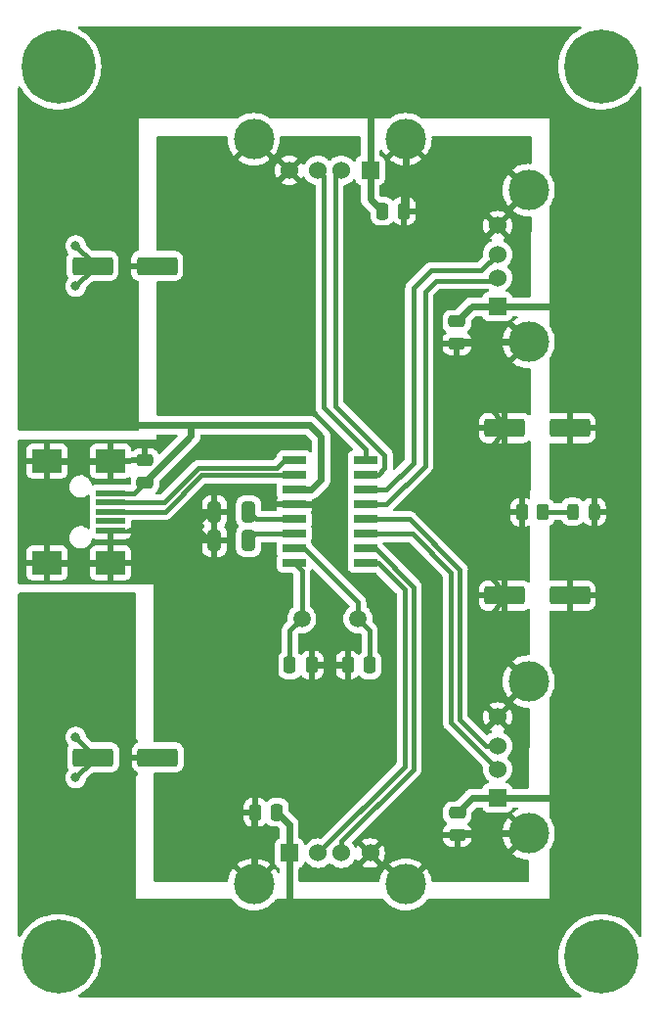
<source format=gtl>
%TF.GenerationSoftware,KiCad,Pcbnew,(6.0.5)*%
%TF.CreationDate,2024-05-01T13:41:59+02:00*%
%TF.ProjectId,SL2.1A-HS-HUB,534c322e-3141-42d4-9853-2d4855422e6b,rev?*%
%TF.SameCoordinates,Original*%
%TF.FileFunction,Copper,L1,Top*%
%TF.FilePolarity,Positive*%
%FSLAX46Y46*%
G04 Gerber Fmt 4.6, Leading zero omitted, Abs format (unit mm)*
G04 Created by KiCad (PCBNEW (6.0.5)) date 2024-05-01 13:41:59*
%MOMM*%
%LPD*%
G01*
G04 APERTURE LIST*
G04 Aperture macros list*
%AMRoundRect*
0 Rectangle with rounded corners*
0 $1 Rounding radius*
0 $2 $3 $4 $5 $6 $7 $8 $9 X,Y pos of 4 corners*
0 Add a 4 corners polygon primitive as box body*
4,1,4,$2,$3,$4,$5,$6,$7,$8,$9,$2,$3,0*
0 Add four circle primitives for the rounded corners*
1,1,$1+$1,$2,$3*
1,1,$1+$1,$4,$5*
1,1,$1+$1,$6,$7*
1,1,$1+$1,$8,$9*
0 Add four rect primitives between the rounded corners*
20,1,$1+$1,$2,$3,$4,$5,0*
20,1,$1+$1,$4,$5,$6,$7,0*
20,1,$1+$1,$6,$7,$8,$9,0*
20,1,$1+$1,$8,$9,$2,$3,0*%
G04 Aperture macros list end*
%TA.AperFunction,SMDPad,CuDef*%
%ADD10RoundRect,0.250000X1.500000X0.550000X-1.500000X0.550000X-1.500000X-0.550000X1.500000X-0.550000X0*%
%TD*%
%TA.AperFunction,SMDPad,CuDef*%
%ADD11RoundRect,0.250000X0.250000X0.475000X-0.250000X0.475000X-0.250000X-0.475000X0.250000X-0.475000X0*%
%TD*%
%TA.AperFunction,ComponentPad*%
%ADD12R,1.524000X1.524000*%
%TD*%
%TA.AperFunction,ComponentPad*%
%ADD13C,1.524000*%
%TD*%
%TA.AperFunction,ComponentPad*%
%ADD14C,3.500000*%
%TD*%
%TA.AperFunction,SMDPad,CuDef*%
%ADD15R,2.032000X0.660400*%
%TD*%
%TA.AperFunction,SMDPad,CuDef*%
%ADD16RoundRect,0.250000X-0.325000X-0.650000X0.325000X-0.650000X0.325000X0.650000X-0.325000X0.650000X0*%
%TD*%
%TA.AperFunction,SMDPad,CuDef*%
%ADD17RoundRect,0.250000X-0.475000X0.250000X-0.475000X-0.250000X0.475000X-0.250000X0.475000X0.250000X0*%
%TD*%
%TA.AperFunction,SMDPad,CuDef*%
%ADD18RoundRect,0.250000X-0.250000X-0.475000X0.250000X-0.475000X0.250000X0.475000X-0.250000X0.475000X0*%
%TD*%
%TA.AperFunction,ComponentPad*%
%ADD19C,1.500000*%
%TD*%
%TA.AperFunction,ComponentPad*%
%ADD20C,6.400000*%
%TD*%
%TA.AperFunction,SMDPad,CuDef*%
%ADD21RoundRect,0.250000X0.475000X-0.250000X0.475000X0.250000X-0.475000X0.250000X-0.475000X-0.250000X0*%
%TD*%
%TA.AperFunction,SMDPad,CuDef*%
%ADD22RoundRect,0.250000X-0.262500X-0.450000X0.262500X-0.450000X0.262500X0.450000X-0.262500X0.450000X0*%
%TD*%
%TA.AperFunction,SMDPad,CuDef*%
%ADD23R,2.500000X0.500000*%
%TD*%
%TA.AperFunction,SMDPad,CuDef*%
%ADD24R,2.500000X2.000000*%
%TD*%
%TA.AperFunction,SMDPad,CuDef*%
%ADD25RoundRect,0.243750X-0.243750X-0.456250X0.243750X-0.456250X0.243750X0.456250X-0.243750X0.456250X0*%
%TD*%
%TA.AperFunction,ViaPad*%
%ADD26C,0.800000*%
%TD*%
%TA.AperFunction,Conductor*%
%ADD27C,0.400000*%
%TD*%
%TA.AperFunction,Conductor*%
%ADD28C,0.600000*%
%TD*%
%TA.AperFunction,Conductor*%
%ADD29C,0.300000*%
%TD*%
G04 APERTURE END LIST*
D10*
%TO.P,C8,1*%
%TO.N,+5V*%
X133550000Y-84250000D03*
%TO.P,C8,2*%
%TO.N,GND*%
X127950000Y-84250000D03*
%TD*%
D11*
%TO.P,C2,1*%
%TO.N,+5V*%
X143950000Y-131500000D03*
%TO.P,C2,2*%
%TO.N,GND*%
X142050000Y-131500000D03*
%TD*%
D12*
%TO.P,J2,1,VBUS*%
%TO.N,+5V*%
X152000000Y-75977500D03*
D13*
%TO.P,J2,2,D-*%
%TO.N,Net-(U1-Pad7)*%
X149500000Y-75977500D03*
%TO.P,J2,3,D+*%
%TO.N,Net-(U1-Pad8)*%
X147500000Y-75977500D03*
%TO.P,J2,4,GND*%
%TO.N,GND*%
X145000000Y-75977500D03*
D14*
%TO.P,J2,5,Shield*%
X141930000Y-73267500D03*
X155070000Y-73267500D03*
%TD*%
D10*
%TO.P,C12,1*%
%TO.N,+5V*%
X169274396Y-112750000D03*
%TO.P,C12,2*%
%TO.N,GND*%
X163674396Y-112750000D03*
%TD*%
D12*
%TO.P,J5,1,VBUS*%
%TO.N,+5V*%
X145000000Y-135022500D03*
D13*
%TO.P,J5,2,D-*%
%TO.N,Net-(U1-Pad1)*%
X147500000Y-135022500D03*
%TO.P,J5,3,D+*%
%TO.N,Net-(U1-Pad2)*%
X149500000Y-135022500D03*
%TO.P,J5,4,GND*%
%TO.N,GND*%
X152000000Y-135022500D03*
D14*
%TO.P,J5,5,Shield*%
X155070000Y-137732500D03*
X141930000Y-137732500D03*
%TD*%
D15*
%TO.P,U1,1,DM4*%
%TO.N,Net-(U1-Pad1)*%
X151573400Y-109945000D03*
%TO.P,U1,2,DP4*%
%TO.N,Net-(U1-Pad2)*%
X151573400Y-108675000D03*
%TO.P,U1,3,DM3*%
%TO.N,Net-(U1-Pad3)*%
X151573400Y-107405000D03*
%TO.P,U1,4,DP3*%
%TO.N,Net-(U1-Pad4)*%
X151573400Y-106135000D03*
%TO.P,U1,5,DM2*%
%TO.N,Net-(U1-Pad5)*%
X151573400Y-104865000D03*
%TO.P,U1,6,DP2*%
%TO.N,Net-(U1-Pad6)*%
X151573400Y-103595000D03*
%TO.P,U1,7,DM1*%
%TO.N,Net-(U1-Pad7)*%
X151573400Y-102325000D03*
%TO.P,U1,8,DP1*%
%TO.N,Net-(U1-Pad8)*%
X151573400Y-101055000D03*
%TO.P,U1,9,DM*%
%TO.N,Net-(U1-Pad9)*%
X145426600Y-101055000D03*
%TO.P,U1,10,DP*%
%TO.N,Net-(U1-Pad10)*%
X145426600Y-102325000D03*
%TO.P,U1,11,VDD5*%
%TO.N,+5V*%
X145426600Y-103595000D03*
%TO.P,U1,12,GND*%
%TO.N,GND*%
X145426600Y-104865000D03*
%TO.P,U1,13,VDD33*%
%TO.N,Net-(U1-Pad13)*%
X145426600Y-106135000D03*
%TO.P,U1,14,VDD18*%
%TO.N,Net-(U1-Pad14)*%
X145426600Y-107405000D03*
%TO.P,U1,15,XOUT*%
%TO.N,Net-(U1-Pad15)*%
X145426600Y-108675000D03*
%TO.P,U1,16,XIN*%
%TO.N,Net-(U1-Pad16)*%
X145426600Y-109945000D03*
%TD*%
D16*
%TO.P,C4,1*%
%TO.N,GND*%
X138525000Y-105500000D03*
%TO.P,C4,2*%
%TO.N,Net-(U1-Pad13)*%
X141475000Y-105500000D03*
%TD*%
%TO.P,C5,1*%
%TO.N,GND*%
X138525000Y-108000000D03*
%TO.P,C5,2*%
%TO.N,Net-(U1-Pad14)*%
X141475000Y-108000000D03*
%TD*%
D12*
%TO.P,J3,1,VBUS*%
%TO.N,+5V*%
X163022500Y-87750000D03*
D13*
%TO.P,J3,2,D-*%
%TO.N,Net-(U1-Pad5)*%
X163022500Y-85250000D03*
%TO.P,J3,3,D+*%
%TO.N,Net-(U1-Pad6)*%
X163022500Y-83250000D03*
%TO.P,J3,4,GND*%
%TO.N,GND*%
X163022500Y-80750000D03*
D14*
%TO.P,J3,5,Shield*%
X165732500Y-77680000D03*
X165732500Y-90820000D03*
%TD*%
D17*
%TO.P,C9,1*%
%TO.N,GND*%
X132500000Y-101050000D03*
%TO.P,C9,2*%
%TO.N,+5V*%
X132500000Y-102950000D03*
%TD*%
D18*
%TO.P,C3,1*%
%TO.N,Net-(U1-Pad16)*%
X145050000Y-118750000D03*
%TO.P,C3,2*%
%TO.N,GND*%
X146950000Y-118750000D03*
%TD*%
D19*
%TO.P,Y1,1,1*%
%TO.N,Net-(U1-Pad15)*%
X150950000Y-114750000D03*
%TO.P,Y1,2,2*%
%TO.N,Net-(U1-Pad16)*%
X146070000Y-114750000D03*
%TD*%
D20*
%TO.P,H1,1,1*%
%TO.N,GND*%
X172000000Y-67000000D03*
%TD*%
D11*
%TO.P,C1,1*%
%TO.N,Net-(U1-Pad15)*%
X151950000Y-118750000D03*
%TO.P,C1,2*%
%TO.N,GND*%
X150050000Y-118750000D03*
%TD*%
D21*
%TO.P,C7,1*%
%TO.N,GND*%
X159500000Y-90950000D03*
%TO.P,C7,2*%
%TO.N,+5V*%
X159500000Y-89050000D03*
%TD*%
D12*
%TO.P,J4,1,VBUS*%
%TO.N,+5V*%
X163022500Y-130250000D03*
D13*
%TO.P,J4,2,D-*%
%TO.N,Net-(U1-Pad3)*%
X163022500Y-127750000D03*
%TO.P,J4,3,D+*%
%TO.N,Net-(U1-Pad4)*%
X163022500Y-125750000D03*
%TO.P,J4,4,GND*%
%TO.N,GND*%
X163022500Y-123250000D03*
D14*
%TO.P,J4,5,Shield*%
X165732500Y-120180000D03*
X165732500Y-133320000D03*
%TD*%
D20*
%TO.P,H4,1,1*%
%TO.N,GND*%
X125000000Y-67000000D03*
%TD*%
D10*
%TO.P,C10,1*%
%TO.N,+5V*%
X133608523Y-126750000D03*
%TO.P,C10,2*%
%TO.N,GND*%
X128008523Y-126750000D03*
%TD*%
D22*
%TO.P,R1,1*%
%TO.N,GND*%
X165151896Y-105545000D03*
%TO.P,R1,2*%
%TO.N,Net-(D1-Pad1)*%
X166976896Y-105545000D03*
%TD*%
D23*
%TO.P,J1,1,VBUS*%
%TO.N,+5V*%
X129525000Y-103900000D03*
%TO.P,J1,2,D-*%
%TO.N,Net-(U1-Pad9)*%
X129525000Y-104700000D03*
%TO.P,J1,3,D+*%
%TO.N,Net-(U1-Pad10)*%
X129525000Y-105500000D03*
%TO.P,J1,4,ID*%
%TO.N,unconnected-(J1-Pad4)*%
X129525000Y-106300000D03*
%TO.P,J1,5,GND*%
%TO.N,GND*%
X129525000Y-107100000D03*
D24*
%TO.P,J1,6,Shield*%
X124025000Y-101100000D03*
X129525000Y-109900000D03*
X124025000Y-109900000D03*
X129525000Y-101100000D03*
%TD*%
D20*
%TO.P,H2,1,1*%
%TO.N,GND*%
X172000000Y-144000000D03*
%TD*%
D21*
%TO.P,C11,1*%
%TO.N,GND*%
X159550000Y-133450000D03*
%TO.P,C11,2*%
%TO.N,+5V*%
X159550000Y-131550000D03*
%TD*%
D25*
%TO.P,D1,1,K*%
%TO.N,Net-(D1-Pad1)*%
X169536896Y-105500000D03*
%TO.P,D1,2,A*%
%TO.N,+5V*%
X171411896Y-105500000D03*
%TD*%
D11*
%TO.P,C13,1*%
%TO.N,GND*%
X154950000Y-79500000D03*
%TO.P,C13,2*%
%TO.N,+5V*%
X153050000Y-79500000D03*
%TD*%
D20*
%TO.P,H3,1,1*%
%TO.N,GND*%
X125000000Y-144000000D03*
%TD*%
D10*
%TO.P,C6,1*%
%TO.N,+5V*%
X169274396Y-98250000D03*
%TO.P,C6,2*%
%TO.N,GND*%
X163674396Y-98250000D03*
%TD*%
D26*
%TO.N,GND*%
X126500000Y-128500000D03*
X155250000Y-109250000D03*
X126750000Y-101000000D03*
X148500000Y-118750000D03*
X157250000Y-119250000D03*
X145500000Y-99500000D03*
X158000000Y-96750000D03*
X133750000Y-129750000D03*
X126500000Y-82500000D03*
X146750000Y-84250000D03*
X134250000Y-103000000D03*
X134250000Y-96500000D03*
X162250000Y-111000000D03*
X124250000Y-105500000D03*
X126500000Y-125000000D03*
X162250000Y-96500000D03*
X134000000Y-81250000D03*
X153500000Y-126750000D03*
X147750000Y-105000000D03*
X156000000Y-104750000D03*
X154250000Y-99250000D03*
X162250000Y-105500000D03*
X134000000Y-87250000D03*
X162250000Y-100000000D03*
X136750000Y-106750000D03*
X133750000Y-123750000D03*
X126750000Y-110000000D03*
X133750000Y-136750000D03*
X126500000Y-86000000D03*
X150250000Y-84250000D03*
X162250000Y-114500000D03*
X146500000Y-96500000D03*
X134250000Y-73750000D03*
%TD*%
D27*
%TO.N,Net-(U1-Pad15)*%
X151950000Y-115750000D02*
X150950000Y-114750000D01*
X150950000Y-114750000D02*
X150950000Y-113323178D01*
X150950000Y-113323178D02*
X146301822Y-108675000D01*
X146301822Y-108675000D02*
X145426600Y-108675000D01*
X151950000Y-118750000D02*
X151950000Y-115750000D01*
D28*
%TO.N,GND*%
X126650000Y-109900000D02*
X126750000Y-110000000D01*
X141930000Y-131620000D02*
X142050000Y-131500000D01*
D27*
X162295000Y-105545000D02*
X162250000Y-105500000D01*
D29*
X129525000Y-107100000D02*
X129525000Y-109900000D01*
D28*
X126750000Y-101000000D02*
X126850000Y-101100000D01*
D27*
X128008523Y-126991477D02*
X126500000Y-128500000D01*
X129575000Y-101050000D02*
X129525000Y-101100000D01*
X128008523Y-126750000D02*
X128008523Y-126508523D01*
D28*
X138000000Y-105500000D02*
X136750000Y-106750000D01*
X159550000Y-133450000D02*
X159680000Y-133320000D01*
X155070000Y-73267500D02*
X155070000Y-79380000D01*
X138000000Y-108000000D02*
X136750000Y-106750000D01*
D27*
X127950000Y-83950000D02*
X126500000Y-82500000D01*
X128008523Y-126508523D02*
X126500000Y-125000000D01*
X163674396Y-113075604D02*
X162250000Y-114500000D01*
D28*
X165732500Y-90820000D02*
X159630000Y-90820000D01*
X126650000Y-101100000D02*
X124025000Y-101100000D01*
D27*
X127950000Y-84550000D02*
X126500000Y-86000000D01*
D28*
X155070000Y-79380000D02*
X154950000Y-79500000D01*
D27*
X127950000Y-84250000D02*
X127950000Y-84550000D01*
D28*
X129525000Y-109900000D02*
X126850000Y-109900000D01*
X138525000Y-105500000D02*
X138000000Y-105500000D01*
X145426600Y-104865000D02*
X147615000Y-104865000D01*
X126850000Y-109900000D02*
X126750000Y-110000000D01*
D27*
X165151896Y-105545000D02*
X162295000Y-105545000D01*
X163674396Y-112750000D02*
X163674396Y-112424396D01*
X163674396Y-98250000D02*
X163674396Y-98575604D01*
D28*
X150050000Y-118750000D02*
X148500000Y-118750000D01*
X159680000Y-133320000D02*
X165732500Y-133320000D01*
X147615000Y-104865000D02*
X147750000Y-105000000D01*
X138525000Y-108000000D02*
X138000000Y-108000000D01*
D27*
X128008523Y-126750000D02*
X128008523Y-126991477D01*
D28*
X126850000Y-101100000D02*
X129525000Y-101100000D01*
D27*
X163674396Y-98250000D02*
X163674396Y-97924396D01*
X163674396Y-98575604D02*
X162250000Y-100000000D01*
D28*
X126750000Y-101000000D02*
X126650000Y-101100000D01*
X141930000Y-137732500D02*
X141930000Y-131620000D01*
D27*
X127950000Y-84250000D02*
X127950000Y-83950000D01*
X132500000Y-101050000D02*
X129575000Y-101050000D01*
X163674396Y-112424396D02*
X162250000Y-111000000D01*
X163674396Y-97924396D02*
X162250000Y-96500000D01*
D28*
X159630000Y-90820000D02*
X159500000Y-90950000D01*
X124025000Y-109900000D02*
X126650000Y-109900000D01*
X146950000Y-118750000D02*
X148500000Y-118750000D01*
D27*
X163674396Y-112750000D02*
X163674396Y-113075604D01*
D28*
%TO.N,+5V*%
X163022500Y-130250000D02*
X160850000Y-130250000D01*
X145000000Y-132550000D02*
X143950000Y-131500000D01*
X145000000Y-135022500D02*
X145000000Y-132550000D01*
X136500000Y-98950000D02*
X132500000Y-102950000D01*
D27*
X129525000Y-103900000D02*
X131550000Y-103900000D01*
D28*
X169250000Y-130250000D02*
X169500000Y-130500000D01*
X147750000Y-99000000D02*
X146750000Y-98000000D01*
X163022500Y-87750000D02*
X170250000Y-87750000D01*
X160800000Y-87750000D02*
X159500000Y-89050000D01*
X170250000Y-87750000D02*
X170500000Y-88000000D01*
X152000000Y-75977500D02*
X152000000Y-78450000D01*
X160850000Y-130250000D02*
X159550000Y-131550000D01*
X136500000Y-98000000D02*
X136500000Y-98950000D01*
X136500000Y-98000000D02*
X127750000Y-98000000D01*
D27*
X131550000Y-103900000D02*
X132500000Y-102950000D01*
D28*
X145000000Y-135022500D02*
X145000000Y-140500000D01*
X146750000Y-98000000D02*
X136500000Y-98000000D01*
X163022500Y-130250000D02*
X169250000Y-130250000D01*
X152000000Y-75977500D02*
X152000000Y-69000000D01*
X163022500Y-87750000D02*
X160800000Y-87750000D01*
X152000000Y-78450000D02*
X153050000Y-79500000D01*
X146905000Y-103595000D02*
X147750000Y-102750000D01*
X145426600Y-103595000D02*
X146905000Y-103595000D01*
X147750000Y-102750000D02*
X147750000Y-99000000D01*
D27*
%TO.N,Net-(U1-Pad16)*%
X146070000Y-114750000D02*
X146070000Y-110588400D01*
X146070000Y-110588400D02*
X145426600Y-109945000D01*
X145050000Y-118750000D02*
X145050000Y-115770000D01*
X145050000Y-115770000D02*
X146070000Y-114750000D01*
%TO.N,Net-(U1-Pad13)*%
X142110000Y-106135000D02*
X141475000Y-105500000D01*
X145426600Y-106135000D02*
X142110000Y-106135000D01*
%TO.N,Net-(U1-Pad14)*%
X142070000Y-107405000D02*
X145426600Y-107405000D01*
X141475000Y-108000000D02*
X142070000Y-107405000D01*
%TO.N,Net-(U1-Pad9)*%
X129525000Y-104700000D02*
X134202150Y-104700000D01*
X137176671Y-101725480D02*
X143880898Y-101725480D01*
X144551378Y-101055000D02*
X145426600Y-101055000D01*
X143880898Y-101725480D02*
X144551378Y-101055000D01*
X134202150Y-104700000D02*
X137176671Y-101725480D01*
%TO.N,Net-(U1-Pad10)*%
X137425000Y-102325000D02*
X134250000Y-105500000D01*
X145426600Y-102325000D02*
X137425000Y-102325000D01*
X134250000Y-105500000D02*
X129525000Y-105500000D01*
%TO.N,Net-(U1-Pad7)*%
X152675000Y-102325000D02*
X153250000Y-101750000D01*
X153250000Y-101750000D02*
X153250000Y-100586378D01*
X153250000Y-100586378D02*
X149000000Y-96336378D01*
X149000000Y-96336378D02*
X149000000Y-76477500D01*
X149000000Y-76477500D02*
X149500000Y-75977500D01*
X151573400Y-102325000D02*
X152675000Y-102325000D01*
%TO.N,Net-(U1-Pad8)*%
X151573400Y-101055000D02*
X151573400Y-100073400D01*
X148000000Y-76477500D02*
X147500000Y-75977500D01*
X151573400Y-100073400D02*
X148000000Y-96500000D01*
X148000000Y-96500000D02*
X148000000Y-76477500D01*
%TO.N,Net-(U1-Pad5)*%
X157750000Y-85500000D02*
X162772500Y-85500000D01*
X156750000Y-101500000D02*
X156750000Y-86500000D01*
X151573400Y-104865000D02*
X153385000Y-104865000D01*
X153385000Y-104865000D02*
X156750000Y-101500000D01*
X162772500Y-85500000D02*
X163022500Y-85250000D01*
X156750000Y-86500000D02*
X157750000Y-85500000D01*
%TO.N,Net-(U1-Pad6)*%
X161622020Y-84650480D02*
X163022500Y-83250000D01*
X155750000Y-101250000D02*
X155750000Y-86152150D01*
X157251670Y-84650480D02*
X161622020Y-84650480D01*
X153405000Y-103595000D02*
X155750000Y-101250000D01*
X151573400Y-103595000D02*
X153405000Y-103595000D01*
X155750000Y-86152150D02*
X157251670Y-84650480D01*
%TO.N,Net-(U1-Pad3)*%
X159000000Y-123738750D02*
X163011250Y-127750000D01*
X163011250Y-127750000D02*
X163022500Y-127750000D01*
X151573400Y-107405000D02*
X155655000Y-107405000D01*
X155655000Y-107405000D02*
X159000000Y-110750000D01*
X159000000Y-110750000D02*
X159000000Y-123738750D01*
%TO.N,Net-(U1-Pad4)*%
X159750000Y-123500000D02*
X162000000Y-125750000D01*
X155385000Y-106135000D02*
X159750000Y-110500000D01*
X151573400Y-106135000D02*
X155385000Y-106135000D01*
X162000000Y-125750000D02*
X163022500Y-125750000D01*
X159750000Y-110500000D02*
X159750000Y-123500000D01*
%TO.N,Net-(U1-Pad1)*%
X152695000Y-109945000D02*
X155000000Y-112250000D01*
X155000000Y-127500000D02*
X147500000Y-135000000D01*
X151573400Y-109945000D02*
X152695000Y-109945000D01*
X147500000Y-135000000D02*
X147500000Y-135022500D01*
X155000000Y-112250000D02*
X155000000Y-127500000D01*
%TO.N,Net-(U1-Pad2)*%
X151573400Y-108675000D02*
X152425000Y-108675000D01*
X155750000Y-112000000D02*
X155750000Y-127750000D01*
X152425000Y-108675000D02*
X155750000Y-112000000D01*
X149500000Y-134000000D02*
X149500000Y-135022500D01*
X155750000Y-127750000D02*
X149500000Y-134000000D01*
%TO.N,Net-(D1-Pad1)*%
X167021896Y-105500000D02*
X166976896Y-105545000D01*
X169536896Y-105500000D02*
X167021896Y-105500000D01*
%TD*%
%TA.AperFunction,Conductor*%
%TO.N,+5V*%
G36*
X170227076Y-63528502D02*
G01*
X170273569Y-63582158D01*
X170283673Y-63652432D01*
X170254179Y-63717012D01*
X170216158Y-63746767D01*
X170146147Y-63782439D01*
X170146140Y-63782443D01*
X170143206Y-63783938D01*
X169817207Y-63995643D01*
X169515124Y-64240266D01*
X169240266Y-64515124D01*
X168995643Y-64817207D01*
X168783938Y-65143206D01*
X168782443Y-65146140D01*
X168782439Y-65146147D01*
X168608966Y-65486607D01*
X168607468Y-65489547D01*
X168468167Y-65852438D01*
X168367562Y-66227901D01*
X168306754Y-66611824D01*
X168286411Y-67000000D01*
X168306754Y-67388176D01*
X168367562Y-67772099D01*
X168468167Y-68147562D01*
X168607468Y-68510453D01*
X168608966Y-68513393D01*
X168720468Y-68732227D01*
X168783938Y-68856794D01*
X168995643Y-69182793D01*
X169240266Y-69484876D01*
X169515124Y-69759734D01*
X169817207Y-70004357D01*
X170143205Y-70216062D01*
X170146139Y-70217557D01*
X170146146Y-70217561D01*
X170486607Y-70391034D01*
X170489547Y-70392532D01*
X170852438Y-70531833D01*
X171227901Y-70632438D01*
X171431793Y-70664732D01*
X171608576Y-70692732D01*
X171608584Y-70692733D01*
X171611824Y-70693246D01*
X172000000Y-70713589D01*
X172388176Y-70693246D01*
X172391416Y-70692733D01*
X172391424Y-70692732D01*
X172568207Y-70664732D01*
X172772099Y-70632438D01*
X173147562Y-70531833D01*
X173510453Y-70392532D01*
X173513393Y-70391034D01*
X173853854Y-70217561D01*
X173853861Y-70217557D01*
X173856795Y-70216062D01*
X174182793Y-70004357D01*
X174484876Y-69759734D01*
X174759734Y-69484876D01*
X175004357Y-69182793D01*
X175216062Y-68856794D01*
X175253233Y-68783842D01*
X175301981Y-68732227D01*
X175370896Y-68715161D01*
X175438098Y-68738062D01*
X175482250Y-68793659D01*
X175491500Y-68841045D01*
X175491500Y-142158955D01*
X175471498Y-142227076D01*
X175417842Y-142273569D01*
X175347568Y-142283673D01*
X175282988Y-142254179D01*
X175253233Y-142216158D01*
X175217561Y-142146147D01*
X175217557Y-142146140D01*
X175216062Y-142143206D01*
X175004357Y-141817207D01*
X174759734Y-141515124D01*
X174484876Y-141240266D01*
X174182793Y-140995643D01*
X173856795Y-140783938D01*
X173853861Y-140782443D01*
X173853854Y-140782439D01*
X173513393Y-140608966D01*
X173510453Y-140607468D01*
X173147562Y-140468167D01*
X172772099Y-140367562D01*
X172568207Y-140335268D01*
X172391424Y-140307268D01*
X172391416Y-140307267D01*
X172388176Y-140306754D01*
X172000000Y-140286411D01*
X171611824Y-140306754D01*
X171608584Y-140307267D01*
X171608576Y-140307268D01*
X171431793Y-140335268D01*
X171227901Y-140367562D01*
X170852438Y-140468167D01*
X170489547Y-140607468D01*
X170486607Y-140608966D01*
X170146147Y-140782439D01*
X170146140Y-140782443D01*
X170143206Y-140783938D01*
X169817207Y-140995643D01*
X169515124Y-141240266D01*
X169240266Y-141515124D01*
X168995643Y-141817207D01*
X168783938Y-142143206D01*
X168782443Y-142146140D01*
X168782439Y-142146147D01*
X168712366Y-142283673D01*
X168607468Y-142489547D01*
X168468167Y-142852438D01*
X168367562Y-143227901D01*
X168306754Y-143611824D01*
X168286411Y-144000000D01*
X168306754Y-144388176D01*
X168367562Y-144772099D01*
X168468167Y-145147562D01*
X168607468Y-145510453D01*
X168608966Y-145513393D01*
X168624290Y-145543467D01*
X168783938Y-145856794D01*
X168995643Y-146182793D01*
X169240266Y-146484876D01*
X169515124Y-146759734D01*
X169817207Y-147004357D01*
X170143205Y-147216062D01*
X170146139Y-147217557D01*
X170146146Y-147217561D01*
X170216157Y-147253233D01*
X170267772Y-147301981D01*
X170284838Y-147370896D01*
X170261937Y-147438098D01*
X170206340Y-147482250D01*
X170158954Y-147491500D01*
X126841046Y-147491500D01*
X126772925Y-147471498D01*
X126726432Y-147417842D01*
X126716328Y-147347568D01*
X126745822Y-147282988D01*
X126783843Y-147253233D01*
X126853854Y-147217561D01*
X126853861Y-147217557D01*
X126856795Y-147216062D01*
X127182793Y-147004357D01*
X127484876Y-146759734D01*
X127759734Y-146484876D01*
X128004357Y-146182793D01*
X128216062Y-145856794D01*
X128375711Y-145543467D01*
X128391034Y-145513393D01*
X128392532Y-145510453D01*
X128531833Y-145147562D01*
X128632438Y-144772099D01*
X128693246Y-144388176D01*
X128713589Y-144000000D01*
X128693246Y-143611824D01*
X128632438Y-143227901D01*
X128531833Y-142852438D01*
X128392532Y-142489547D01*
X128287634Y-142283673D01*
X128217561Y-142146147D01*
X128217557Y-142146140D01*
X128216062Y-142143206D01*
X128004357Y-141817207D01*
X127759734Y-141515124D01*
X127484876Y-141240266D01*
X127182793Y-140995643D01*
X126856795Y-140783938D01*
X126853861Y-140782443D01*
X126853854Y-140782439D01*
X126513393Y-140608966D01*
X126510453Y-140607468D01*
X126147562Y-140468167D01*
X125772099Y-140367562D01*
X125568207Y-140335268D01*
X125391424Y-140307268D01*
X125391416Y-140307267D01*
X125388176Y-140306754D01*
X125000000Y-140286411D01*
X124611824Y-140306754D01*
X124608584Y-140307267D01*
X124608576Y-140307268D01*
X124431793Y-140335268D01*
X124227901Y-140367562D01*
X123852438Y-140468167D01*
X123489547Y-140607468D01*
X123486607Y-140608966D01*
X123146147Y-140782439D01*
X123146140Y-140782443D01*
X123143206Y-140783938D01*
X122817207Y-140995643D01*
X122515124Y-141240266D01*
X122240266Y-141515124D01*
X121995643Y-141817207D01*
X121783938Y-142143206D01*
X121782443Y-142146140D01*
X121782439Y-142146147D01*
X121746767Y-142216158D01*
X121698019Y-142267773D01*
X121629104Y-142284839D01*
X121561902Y-142261938D01*
X121517750Y-142206341D01*
X121508500Y-142158955D01*
X121508500Y-128500000D01*
X125586496Y-128500000D01*
X125606458Y-128689928D01*
X125665473Y-128871556D01*
X125760960Y-129036944D01*
X125888747Y-129178866D01*
X126043248Y-129291118D01*
X126049276Y-129293802D01*
X126049278Y-129293803D01*
X126211681Y-129366109D01*
X126217712Y-129368794D01*
X126311113Y-129388647D01*
X126398056Y-129407128D01*
X126398061Y-129407128D01*
X126404513Y-129408500D01*
X126595487Y-129408500D01*
X126601939Y-129407128D01*
X126601944Y-129407128D01*
X126688887Y-129388647D01*
X126782288Y-129368794D01*
X126788319Y-129366109D01*
X126950722Y-129293803D01*
X126950724Y-129293802D01*
X126956752Y-129291118D01*
X127111253Y-129178866D01*
X127239040Y-129036944D01*
X127334527Y-128871556D01*
X127393542Y-128689928D01*
X127398450Y-128643230D01*
X127425463Y-128577573D01*
X127434665Y-128567305D01*
X127906565Y-128095405D01*
X127968877Y-128061379D01*
X127995660Y-128058500D01*
X129558923Y-128058500D01*
X129562169Y-128058163D01*
X129562173Y-128058163D01*
X129657831Y-128048238D01*
X129657835Y-128048237D01*
X129664689Y-128047526D01*
X129671225Y-128045345D01*
X129671227Y-128045345D01*
X129825521Y-127993868D01*
X129832469Y-127991550D01*
X129982871Y-127898478D01*
X130107828Y-127773303D01*
X130122192Y-127750000D01*
X130196798Y-127628968D01*
X130196799Y-127628966D01*
X130200638Y-127622738D01*
X130256320Y-127454861D01*
X130258984Y-127428866D01*
X130266690Y-127353650D01*
X130267023Y-127350400D01*
X130267023Y-126149600D01*
X130258882Y-126071134D01*
X130256761Y-126050692D01*
X130256760Y-126050688D01*
X130256049Y-126043834D01*
X130200073Y-125876054D01*
X130107001Y-125725652D01*
X130088912Y-125707594D01*
X129987006Y-125605866D01*
X129981826Y-125600695D01*
X129975595Y-125596854D01*
X129837491Y-125511725D01*
X129837489Y-125511724D01*
X129831261Y-125507885D01*
X129687594Y-125460233D01*
X129669912Y-125454368D01*
X129669910Y-125454368D01*
X129663384Y-125452203D01*
X129656548Y-125451503D01*
X129656545Y-125451502D01*
X129613492Y-125447091D01*
X129558923Y-125441500D01*
X127995662Y-125441500D01*
X127927541Y-125421498D01*
X127906567Y-125404596D01*
X127434665Y-124932695D01*
X127400640Y-124870382D01*
X127398450Y-124856769D01*
X127394232Y-124816637D01*
X127394232Y-124816635D01*
X127393542Y-124810072D01*
X127334527Y-124628444D01*
X127239040Y-124463056D01*
X127111253Y-124321134D01*
X126956752Y-124208882D01*
X126950724Y-124206198D01*
X126950722Y-124206197D01*
X126788319Y-124133891D01*
X126788318Y-124133891D01*
X126782288Y-124131206D01*
X126688887Y-124111353D01*
X126601944Y-124092872D01*
X126601939Y-124092872D01*
X126595487Y-124091500D01*
X126404513Y-124091500D01*
X126398061Y-124092872D01*
X126398056Y-124092872D01*
X126311113Y-124111353D01*
X126217712Y-124131206D01*
X126211682Y-124133891D01*
X126211681Y-124133891D01*
X126049278Y-124206197D01*
X126049276Y-124206198D01*
X126043248Y-124208882D01*
X125888747Y-124321134D01*
X125760960Y-124463056D01*
X125665473Y-124628444D01*
X125606458Y-124810072D01*
X125586496Y-125000000D01*
X125587186Y-125006565D01*
X125598302Y-125112324D01*
X125606458Y-125189928D01*
X125665473Y-125371556D01*
X125760960Y-125536944D01*
X125765378Y-125541851D01*
X125765379Y-125541852D01*
X125855271Y-125641687D01*
X125885989Y-125705694D01*
X125877224Y-125776148D01*
X125868896Y-125792111D01*
X125816408Y-125877262D01*
X125760726Y-126045139D01*
X125760026Y-126051975D01*
X125760025Y-126051978D01*
X125755614Y-126095031D01*
X125750023Y-126149600D01*
X125750023Y-127350400D01*
X125750360Y-127353646D01*
X125750360Y-127353650D01*
X125760275Y-127449206D01*
X125760997Y-127456166D01*
X125763178Y-127462702D01*
X125763178Y-127462704D01*
X125789339Y-127541118D01*
X125816973Y-127623946D01*
X125868793Y-127707686D01*
X125887630Y-127776137D01*
X125866469Y-127843907D01*
X125855284Y-127858298D01*
X125792983Y-127927491D01*
X125760960Y-127963056D01*
X125665473Y-128128444D01*
X125606458Y-128310072D01*
X125605768Y-128316633D01*
X125605768Y-128316635D01*
X125587186Y-128493435D01*
X125586496Y-128500000D01*
X121508500Y-128500000D01*
X121508500Y-112626000D01*
X121528502Y-112557879D01*
X121582158Y-112511386D01*
X121634500Y-112500000D01*
X131624000Y-112500000D01*
X131692121Y-112520002D01*
X131738614Y-112573658D01*
X131750000Y-112626000D01*
X131750000Y-125460233D01*
X131729998Y-125528354D01*
X131690303Y-125567377D01*
X131640714Y-125598064D01*
X131629318Y-125607096D01*
X131514784Y-125721829D01*
X131505772Y-125733240D01*
X131420707Y-125871243D01*
X131414560Y-125884424D01*
X131363385Y-126038710D01*
X131360518Y-126052086D01*
X131350851Y-126146438D01*
X131350523Y-126152855D01*
X131350523Y-126477885D01*
X131354998Y-126493124D01*
X131356388Y-126494329D01*
X131364071Y-126496000D01*
X131750000Y-126496000D01*
X131750000Y-127004000D01*
X131368639Y-127004000D01*
X131353400Y-127008475D01*
X131352195Y-127009865D01*
X131350524Y-127017548D01*
X131350524Y-127347095D01*
X131350861Y-127353614D01*
X131360780Y-127449206D01*
X131363672Y-127462600D01*
X131415111Y-127616784D01*
X131421284Y-127629962D01*
X131506586Y-127767807D01*
X131515622Y-127779208D01*
X131630352Y-127893739D01*
X131641763Y-127902751D01*
X131690116Y-127932556D01*
X131737609Y-127985328D01*
X131750000Y-128039816D01*
X131750000Y-139000000D01*
X139993293Y-139000000D01*
X140061414Y-139020002D01*
X140098058Y-139055998D01*
X140134367Y-139110338D01*
X140137081Y-139113432D01*
X140137085Y-139113438D01*
X140326864Y-139329838D01*
X140329573Y-139332927D01*
X140332662Y-139335636D01*
X140549062Y-139525415D01*
X140549068Y-139525419D01*
X140552162Y-139528133D01*
X140555588Y-139530422D01*
X140555593Y-139530426D01*
X140739405Y-139653244D01*
X140798327Y-139692615D01*
X140802026Y-139694439D01*
X140802031Y-139694442D01*
X140938313Y-139761648D01*
X141063855Y-139823559D01*
X141067760Y-139824884D01*
X141067761Y-139824885D01*
X141340290Y-139917396D01*
X141340294Y-139917397D01*
X141344203Y-139918724D01*
X141348247Y-139919528D01*
X141348253Y-139919530D01*
X141630535Y-139975680D01*
X141630541Y-139975681D01*
X141634574Y-139976483D01*
X141638679Y-139976752D01*
X141638686Y-139976753D01*
X141925881Y-139995576D01*
X141930000Y-139995846D01*
X141934119Y-139995576D01*
X142221314Y-139976753D01*
X142221321Y-139976752D01*
X142225426Y-139976483D01*
X142229459Y-139975681D01*
X142229465Y-139975680D01*
X142511747Y-139919530D01*
X142511753Y-139919528D01*
X142515797Y-139918724D01*
X142519706Y-139917397D01*
X142519710Y-139917396D01*
X142792239Y-139824885D01*
X142792240Y-139824884D01*
X142796145Y-139823559D01*
X142921687Y-139761648D01*
X143057969Y-139694442D01*
X143057974Y-139694439D01*
X143061673Y-139692615D01*
X143120595Y-139653244D01*
X143304407Y-139530426D01*
X143304412Y-139530422D01*
X143307838Y-139528133D01*
X143310932Y-139525419D01*
X143310938Y-139525415D01*
X143527338Y-139335636D01*
X143530427Y-139332927D01*
X143533136Y-139329838D01*
X143722915Y-139113438D01*
X143722919Y-139113432D01*
X143725633Y-139110338D01*
X143761942Y-139055998D01*
X143816419Y-139010470D01*
X143866707Y-139000000D01*
X153133293Y-139000000D01*
X153201414Y-139020002D01*
X153238058Y-139055998D01*
X153274367Y-139110338D01*
X153277081Y-139113432D01*
X153277085Y-139113438D01*
X153466864Y-139329838D01*
X153469573Y-139332927D01*
X153472662Y-139335636D01*
X153689062Y-139525415D01*
X153689068Y-139525419D01*
X153692162Y-139528133D01*
X153695588Y-139530422D01*
X153695593Y-139530426D01*
X153879405Y-139653244D01*
X153938327Y-139692615D01*
X153942026Y-139694439D01*
X153942031Y-139694442D01*
X154078313Y-139761648D01*
X154203855Y-139823559D01*
X154207760Y-139824884D01*
X154207761Y-139824885D01*
X154480290Y-139917396D01*
X154480294Y-139917397D01*
X154484203Y-139918724D01*
X154488247Y-139919528D01*
X154488253Y-139919530D01*
X154770535Y-139975680D01*
X154770541Y-139975681D01*
X154774574Y-139976483D01*
X154778679Y-139976752D01*
X154778686Y-139976753D01*
X155065881Y-139995576D01*
X155070000Y-139995846D01*
X155074119Y-139995576D01*
X155361314Y-139976753D01*
X155361321Y-139976752D01*
X155365426Y-139976483D01*
X155369459Y-139975681D01*
X155369465Y-139975680D01*
X155651747Y-139919530D01*
X155651753Y-139919528D01*
X155655797Y-139918724D01*
X155659706Y-139917397D01*
X155659710Y-139917396D01*
X155932239Y-139824885D01*
X155932240Y-139824884D01*
X155936145Y-139823559D01*
X156061687Y-139761648D01*
X156197969Y-139694442D01*
X156197974Y-139694439D01*
X156201673Y-139692615D01*
X156260595Y-139653244D01*
X156444407Y-139530426D01*
X156444412Y-139530422D01*
X156447838Y-139528133D01*
X156450932Y-139525419D01*
X156450938Y-139525415D01*
X156667338Y-139335636D01*
X156670427Y-139332927D01*
X156673136Y-139329838D01*
X156862915Y-139113438D01*
X156862919Y-139113432D01*
X156865633Y-139110338D01*
X156901942Y-139055998D01*
X156956419Y-139010470D01*
X157006707Y-139000000D01*
X167500000Y-139000000D01*
X167500000Y-134776829D01*
X167520002Y-134708708D01*
X167525676Y-134700640D01*
X167528133Y-134697838D01*
X167692615Y-134451673D01*
X167694527Y-134447797D01*
X167768162Y-134298478D01*
X167823559Y-134186145D01*
X167918724Y-133905797D01*
X167919530Y-133901747D01*
X167975680Y-133619465D01*
X167975681Y-133619459D01*
X167976483Y-133615426D01*
X167995846Y-133320000D01*
X167976483Y-133024574D01*
X167918724Y-132734203D01*
X167864166Y-132573478D01*
X167824885Y-132457761D01*
X167824884Y-132457760D01*
X167823559Y-132453855D01*
X167692615Y-132188327D01*
X167528133Y-131942162D01*
X167525969Y-131939694D01*
X167500437Y-131873659D01*
X167500000Y-131863171D01*
X167500000Y-121636829D01*
X167520002Y-121568708D01*
X167525676Y-121560640D01*
X167528133Y-121557838D01*
X167692615Y-121311673D01*
X167823559Y-121046145D01*
X167918724Y-120765797D01*
X167976483Y-120475426D01*
X167995846Y-120180000D01*
X167991834Y-120118794D01*
X167976753Y-119888686D01*
X167976752Y-119888679D01*
X167976483Y-119884574D01*
X167964331Y-119823478D01*
X167919530Y-119598253D01*
X167919528Y-119598247D01*
X167918724Y-119594203D01*
X167903362Y-119548946D01*
X167824885Y-119317761D01*
X167824884Y-119317760D01*
X167823559Y-119313855D01*
X167692615Y-119048327D01*
X167528133Y-118802162D01*
X167525969Y-118799694D01*
X167500437Y-118733659D01*
X167500000Y-118723171D01*
X167500000Y-114174616D01*
X167520002Y-114106495D01*
X167573658Y-114060002D01*
X167638842Y-114049272D01*
X167720833Y-114057672D01*
X167727250Y-114058000D01*
X169002281Y-114058000D01*
X169017520Y-114053525D01*
X169018725Y-114052135D01*
X169020396Y-114044452D01*
X169020396Y-114039884D01*
X169528396Y-114039884D01*
X169532871Y-114055123D01*
X169534261Y-114056328D01*
X169541944Y-114057999D01*
X170821491Y-114057999D01*
X170828010Y-114057662D01*
X170923602Y-114047743D01*
X170936996Y-114044851D01*
X171091180Y-113993412D01*
X171104358Y-113987239D01*
X171242203Y-113901937D01*
X171253604Y-113892901D01*
X171368135Y-113778171D01*
X171377147Y-113766760D01*
X171462212Y-113628757D01*
X171468359Y-113615576D01*
X171519534Y-113461290D01*
X171522401Y-113447914D01*
X171532068Y-113353562D01*
X171532396Y-113347146D01*
X171532396Y-113022115D01*
X171527921Y-113006876D01*
X171526531Y-113005671D01*
X171518848Y-113004000D01*
X169546511Y-113004000D01*
X169531272Y-113008475D01*
X169530067Y-113009865D01*
X169528396Y-113017548D01*
X169528396Y-114039884D01*
X169020396Y-114039884D01*
X169020396Y-112477885D01*
X169528396Y-112477885D01*
X169532871Y-112493124D01*
X169534261Y-112494329D01*
X169541944Y-112496000D01*
X171514280Y-112496000D01*
X171529519Y-112491525D01*
X171530724Y-112490135D01*
X171532395Y-112482452D01*
X171532395Y-112152905D01*
X171532058Y-112146386D01*
X171522139Y-112050794D01*
X171519247Y-112037400D01*
X171467808Y-111883216D01*
X171461635Y-111870038D01*
X171376333Y-111732193D01*
X171367297Y-111720792D01*
X171252567Y-111606261D01*
X171241156Y-111597249D01*
X171103153Y-111512184D01*
X171089972Y-111506037D01*
X170935686Y-111454862D01*
X170922310Y-111451995D01*
X170827958Y-111442328D01*
X170821541Y-111442000D01*
X169546511Y-111442000D01*
X169531272Y-111446475D01*
X169530067Y-111447865D01*
X169528396Y-111455548D01*
X169528396Y-112477885D01*
X169020396Y-112477885D01*
X169020396Y-111460116D01*
X169015921Y-111444877D01*
X169014531Y-111443672D01*
X169006848Y-111442001D01*
X167727301Y-111442001D01*
X167720782Y-111442338D01*
X167639003Y-111450823D01*
X167569182Y-111437958D01*
X167517400Y-111389387D01*
X167500000Y-111325496D01*
X167500000Y-106795401D01*
X167520002Y-106727280D01*
X167564470Y-106688374D01*
X167563342Y-106686550D01*
X167632160Y-106643964D01*
X167713744Y-106593478D01*
X167838701Y-106468303D01*
X167861990Y-106430521D01*
X167927671Y-106323968D01*
X167927672Y-106323966D01*
X167931511Y-106317738D01*
X167939108Y-106294834D01*
X167979538Y-106236474D01*
X168045102Y-106209236D01*
X168058701Y-106208500D01*
X168495780Y-106208500D01*
X168563901Y-106228502D01*
X168606972Y-106277725D01*
X168607294Y-106277526D01*
X168699599Y-106426689D01*
X168823743Y-106550617D01*
X168973067Y-106642661D01*
X168980015Y-106644966D01*
X168980016Y-106644966D01*
X169133030Y-106695719D01*
X169133032Y-106695719D01*
X169139561Y-106697885D01*
X169243165Y-106708500D01*
X169534630Y-106708500D01*
X169830626Y-106708499D01*
X169935525Y-106697616D01*
X169942056Y-106695437D01*
X169942061Y-106695436D01*
X170094974Y-106644420D01*
X170101922Y-106642102D01*
X170251085Y-106549797D01*
X170375013Y-106425653D01*
X170377010Y-106422413D01*
X170433748Y-106382186D01*
X170504671Y-106378953D01*
X170566083Y-106414578D01*
X170573462Y-106423078D01*
X170580178Y-106431552D01*
X170693875Y-106545051D01*
X170705286Y-106554063D01*
X170842050Y-106638365D01*
X170855228Y-106644509D01*
X171008136Y-106695227D01*
X171021502Y-106698093D01*
X171114997Y-106707672D01*
X171121412Y-106708000D01*
X171139781Y-106708000D01*
X171155020Y-106703525D01*
X171156225Y-106702135D01*
X171157896Y-106694452D01*
X171157896Y-106689884D01*
X171665896Y-106689884D01*
X171670371Y-106705123D01*
X171671761Y-106706328D01*
X171679444Y-106707999D01*
X171702329Y-106707999D01*
X171708848Y-106707662D01*
X171803566Y-106697834D01*
X171816960Y-106694942D01*
X171969761Y-106643964D01*
X171982939Y-106637790D01*
X172119545Y-106553256D01*
X172130946Y-106544220D01*
X172244447Y-106430521D01*
X172253459Y-106419110D01*
X172337761Y-106282346D01*
X172343905Y-106269168D01*
X172394623Y-106116260D01*
X172397489Y-106102894D01*
X172407068Y-106009399D01*
X172407396Y-106002984D01*
X172407396Y-105772115D01*
X172402921Y-105756876D01*
X172401531Y-105755671D01*
X172393848Y-105754000D01*
X171684011Y-105754000D01*
X171668772Y-105758475D01*
X171667567Y-105759865D01*
X171665896Y-105767548D01*
X171665896Y-106689884D01*
X171157896Y-106689884D01*
X171157896Y-105227885D01*
X171665896Y-105227885D01*
X171670371Y-105243124D01*
X171671761Y-105244329D01*
X171679444Y-105246000D01*
X172389280Y-105246000D01*
X172404519Y-105241525D01*
X172405724Y-105240135D01*
X172407395Y-105232452D01*
X172407395Y-104997067D01*
X172407058Y-104990548D01*
X172397230Y-104895830D01*
X172394338Y-104882436D01*
X172343360Y-104729635D01*
X172337186Y-104716457D01*
X172252652Y-104579851D01*
X172243616Y-104568450D01*
X172129917Y-104454949D01*
X172118506Y-104445937D01*
X171981742Y-104361635D01*
X171968564Y-104355491D01*
X171815656Y-104304773D01*
X171802290Y-104301907D01*
X171708795Y-104292328D01*
X171702380Y-104292000D01*
X171684011Y-104292000D01*
X171668772Y-104296475D01*
X171667567Y-104297865D01*
X171665896Y-104305548D01*
X171665896Y-105227885D01*
X171157896Y-105227885D01*
X171157896Y-104310116D01*
X171153421Y-104294877D01*
X171152031Y-104293672D01*
X171144348Y-104292001D01*
X171121463Y-104292001D01*
X171114944Y-104292338D01*
X171020226Y-104302166D01*
X171006832Y-104305058D01*
X170854031Y-104356036D01*
X170840853Y-104362210D01*
X170704247Y-104446744D01*
X170692846Y-104455780D01*
X170579345Y-104569479D01*
X170573602Y-104576751D01*
X170515685Y-104617814D01*
X170444762Y-104621046D01*
X170383350Y-104585421D01*
X170377556Y-104578746D01*
X170374193Y-104573311D01*
X170250049Y-104449383D01*
X170100725Y-104357339D01*
X170093776Y-104355034D01*
X169940762Y-104304281D01*
X169940760Y-104304281D01*
X169934231Y-104302115D01*
X169830627Y-104291500D01*
X169539162Y-104291500D01*
X169243166Y-104291501D01*
X169138267Y-104302384D01*
X169131736Y-104304563D01*
X169131731Y-104304564D01*
X169036008Y-104336500D01*
X168971870Y-104357898D01*
X168822707Y-104450203D01*
X168698779Y-104574347D01*
X168694939Y-104580577D01*
X168694938Y-104580578D01*
X168669592Y-104621697D01*
X168606735Y-104723671D01*
X168606020Y-104723231D01*
X168563046Y-104772036D01*
X168495770Y-104791500D01*
X168013801Y-104791500D01*
X167945680Y-104771498D01*
X167906657Y-104731803D01*
X167841728Y-104626880D01*
X167837874Y-104620652D01*
X167712699Y-104495695D01*
X167698052Y-104486666D01*
X167562134Y-104402885D01*
X167563518Y-104400640D01*
X167519470Y-104361861D01*
X167500000Y-104294576D01*
X167500000Y-99674616D01*
X167520002Y-99606495D01*
X167573658Y-99560002D01*
X167638842Y-99549272D01*
X167720833Y-99557672D01*
X167727250Y-99558000D01*
X169002281Y-99558000D01*
X169017520Y-99553525D01*
X169018725Y-99552135D01*
X169020396Y-99544452D01*
X169020396Y-99539884D01*
X169528396Y-99539884D01*
X169532871Y-99555123D01*
X169534261Y-99556328D01*
X169541944Y-99557999D01*
X170821491Y-99557999D01*
X170828010Y-99557662D01*
X170923602Y-99547743D01*
X170936996Y-99544851D01*
X171091180Y-99493412D01*
X171104358Y-99487239D01*
X171242203Y-99401937D01*
X171253604Y-99392901D01*
X171368135Y-99278171D01*
X171377147Y-99266760D01*
X171462212Y-99128757D01*
X171468359Y-99115576D01*
X171519534Y-98961290D01*
X171522401Y-98947914D01*
X171532068Y-98853562D01*
X171532396Y-98847146D01*
X171532396Y-98522115D01*
X171527921Y-98506876D01*
X171526531Y-98505671D01*
X171518848Y-98504000D01*
X169546511Y-98504000D01*
X169531272Y-98508475D01*
X169530067Y-98509865D01*
X169528396Y-98517548D01*
X169528396Y-99539884D01*
X169020396Y-99539884D01*
X169020396Y-97977885D01*
X169528396Y-97977885D01*
X169532871Y-97993124D01*
X169534261Y-97994329D01*
X169541944Y-97996000D01*
X171514280Y-97996000D01*
X171529519Y-97991525D01*
X171530724Y-97990135D01*
X171532395Y-97982452D01*
X171532395Y-97652905D01*
X171532058Y-97646386D01*
X171522139Y-97550794D01*
X171519247Y-97537400D01*
X171467808Y-97383216D01*
X171461635Y-97370038D01*
X171376333Y-97232193D01*
X171367297Y-97220792D01*
X171252567Y-97106261D01*
X171241156Y-97097249D01*
X171103153Y-97012184D01*
X171089972Y-97006037D01*
X170935686Y-96954862D01*
X170922310Y-96951995D01*
X170827958Y-96942328D01*
X170821541Y-96942000D01*
X169546511Y-96942000D01*
X169531272Y-96946475D01*
X169530067Y-96947865D01*
X169528396Y-96955548D01*
X169528396Y-97977885D01*
X169020396Y-97977885D01*
X169020396Y-96960116D01*
X169015921Y-96944877D01*
X169014531Y-96943672D01*
X169006848Y-96942001D01*
X167727301Y-96942001D01*
X167720782Y-96942338D01*
X167639003Y-96950823D01*
X167569182Y-96937958D01*
X167517400Y-96889387D01*
X167500000Y-96825496D01*
X167500000Y-92276829D01*
X167520002Y-92208708D01*
X167525676Y-92200640D01*
X167528133Y-92197838D01*
X167692615Y-91951673D01*
X167694527Y-91947797D01*
X167821735Y-91689843D01*
X167823559Y-91686145D01*
X167918724Y-91405797D01*
X167919530Y-91401747D01*
X167975680Y-91119465D01*
X167975681Y-91119459D01*
X167976483Y-91115426D01*
X167995846Y-90820000D01*
X167976483Y-90524574D01*
X167918724Y-90234203D01*
X167842092Y-90008450D01*
X167824885Y-89957761D01*
X167824884Y-89957760D01*
X167823559Y-89953855D01*
X167692615Y-89688327D01*
X167528133Y-89442162D01*
X167525969Y-89439694D01*
X167500437Y-89373659D01*
X167500000Y-89363171D01*
X167500000Y-79136829D01*
X167520002Y-79068708D01*
X167525676Y-79060640D01*
X167528133Y-79057838D01*
X167692615Y-78811673D01*
X167823559Y-78546145D01*
X167824885Y-78542239D01*
X167917396Y-78269710D01*
X167917397Y-78269706D01*
X167918724Y-78265797D01*
X167976483Y-77975426D01*
X167995846Y-77680000D01*
X167976483Y-77384574D01*
X167946654Y-77234612D01*
X167919530Y-77098253D01*
X167919528Y-77098247D01*
X167918724Y-77094203D01*
X167823559Y-76813855D01*
X167761648Y-76688313D01*
X167694442Y-76552031D01*
X167694439Y-76552026D01*
X167692615Y-76548327D01*
X167528133Y-76302162D01*
X167525969Y-76299694D01*
X167500437Y-76233659D01*
X167500000Y-76223171D01*
X167500000Y-71500000D01*
X156526829Y-71500000D01*
X156458708Y-71479998D01*
X156450640Y-71474324D01*
X156447838Y-71471867D01*
X156201673Y-71307385D01*
X156197974Y-71305561D01*
X156197969Y-71305558D01*
X156061687Y-71238352D01*
X155936145Y-71176441D01*
X155932239Y-71175115D01*
X155659710Y-71082604D01*
X155659706Y-71082603D01*
X155655797Y-71081276D01*
X155651753Y-71080472D01*
X155651747Y-71080470D01*
X155369465Y-71024320D01*
X155369459Y-71024319D01*
X155365426Y-71023517D01*
X155361321Y-71023248D01*
X155361314Y-71023247D01*
X155074119Y-71004424D01*
X155070000Y-71004154D01*
X155065881Y-71004424D01*
X154778686Y-71023247D01*
X154778679Y-71023248D01*
X154774574Y-71023517D01*
X154770541Y-71024319D01*
X154770535Y-71024320D01*
X154488253Y-71080470D01*
X154488247Y-71080472D01*
X154484203Y-71081276D01*
X154480294Y-71082603D01*
X154480290Y-71082604D01*
X154207761Y-71175115D01*
X154203855Y-71176441D01*
X154078313Y-71238352D01*
X153942031Y-71305558D01*
X153942026Y-71305561D01*
X153938327Y-71307385D01*
X153692162Y-71471867D01*
X153689694Y-71474031D01*
X153623659Y-71499563D01*
X153613171Y-71500000D01*
X143386829Y-71500000D01*
X143318708Y-71479998D01*
X143310640Y-71474324D01*
X143307838Y-71471867D01*
X143061673Y-71307385D01*
X143057974Y-71305561D01*
X143057969Y-71305558D01*
X142921687Y-71238352D01*
X142796145Y-71176441D01*
X142792239Y-71175115D01*
X142519710Y-71082604D01*
X142519706Y-71082603D01*
X142515797Y-71081276D01*
X142511753Y-71080472D01*
X142511747Y-71080470D01*
X142229465Y-71024320D01*
X142229459Y-71024319D01*
X142225426Y-71023517D01*
X142221321Y-71023248D01*
X142221314Y-71023247D01*
X141934119Y-71004424D01*
X141930000Y-71004154D01*
X141925881Y-71004424D01*
X141638686Y-71023247D01*
X141638679Y-71023248D01*
X141634574Y-71023517D01*
X141630541Y-71024319D01*
X141630535Y-71024320D01*
X141348253Y-71080470D01*
X141348247Y-71080472D01*
X141344203Y-71081276D01*
X141340294Y-71082603D01*
X141340290Y-71082604D01*
X141067761Y-71175115D01*
X141063855Y-71176441D01*
X140938313Y-71238352D01*
X140802031Y-71305558D01*
X140802026Y-71305561D01*
X140798327Y-71307385D01*
X140552162Y-71471867D01*
X140549694Y-71474031D01*
X140483659Y-71499563D01*
X140473171Y-71500000D01*
X132000000Y-71500000D01*
X132000000Y-82829138D01*
X131979998Y-82897259D01*
X131926342Y-82943752D01*
X131900598Y-82952299D01*
X131887397Y-82955150D01*
X131733216Y-83006588D01*
X131720038Y-83012761D01*
X131582193Y-83098063D01*
X131570792Y-83107099D01*
X131456261Y-83221829D01*
X131447249Y-83233240D01*
X131362184Y-83371243D01*
X131356037Y-83384424D01*
X131304862Y-83538710D01*
X131301995Y-83552086D01*
X131292328Y-83646438D01*
X131292000Y-83652855D01*
X131292000Y-83977885D01*
X131296475Y-83993124D01*
X131297865Y-83994329D01*
X131305548Y-83996000D01*
X132000000Y-83996000D01*
X132000000Y-84504000D01*
X131310116Y-84504000D01*
X131294877Y-84508475D01*
X131293672Y-84509865D01*
X131292001Y-84517548D01*
X131292001Y-84847095D01*
X131292338Y-84853614D01*
X131302257Y-84949206D01*
X131305149Y-84962600D01*
X131356588Y-85116784D01*
X131362761Y-85129962D01*
X131448063Y-85267807D01*
X131457099Y-85279208D01*
X131571829Y-85393739D01*
X131583240Y-85402751D01*
X131721243Y-85487816D01*
X131734424Y-85493963D01*
X131888714Y-85545139D01*
X131900409Y-85547646D01*
X131962825Y-85581481D01*
X131997039Y-85643690D01*
X132000000Y-85670847D01*
X132000000Y-98374000D01*
X131979998Y-98442121D01*
X131926342Y-98488614D01*
X131874000Y-98500000D01*
X121634500Y-98500000D01*
X121566379Y-98479998D01*
X121519886Y-98426342D01*
X121508500Y-98374000D01*
X121508500Y-86000000D01*
X125586496Y-86000000D01*
X125606458Y-86189928D01*
X125665473Y-86371556D01*
X125760960Y-86536944D01*
X125888747Y-86678866D01*
X126043248Y-86791118D01*
X126049276Y-86793802D01*
X126049278Y-86793803D01*
X126211681Y-86866109D01*
X126217712Y-86868794D01*
X126311112Y-86888647D01*
X126398056Y-86907128D01*
X126398061Y-86907128D01*
X126404513Y-86908500D01*
X126595487Y-86908500D01*
X126601939Y-86907128D01*
X126601944Y-86907128D01*
X126688888Y-86888647D01*
X126782288Y-86868794D01*
X126788319Y-86866109D01*
X126950722Y-86793803D01*
X126950724Y-86793802D01*
X126956752Y-86791118D01*
X127111253Y-86678866D01*
X127239040Y-86536944D01*
X127334527Y-86371556D01*
X127393542Y-86189928D01*
X127398450Y-86143230D01*
X127425463Y-86077573D01*
X127434665Y-86067305D01*
X127906565Y-85595405D01*
X127968877Y-85561379D01*
X127995660Y-85558500D01*
X129500400Y-85558500D01*
X129503646Y-85558163D01*
X129503650Y-85558163D01*
X129599308Y-85548238D01*
X129599312Y-85548237D01*
X129606166Y-85547526D01*
X129612702Y-85545345D01*
X129612704Y-85545345D01*
X129766998Y-85493868D01*
X129773946Y-85491550D01*
X129924348Y-85398478D01*
X130049305Y-85273303D01*
X130142115Y-85122738D01*
X130197797Y-84954861D01*
X130200461Y-84928866D01*
X130208167Y-84853650D01*
X130208500Y-84850400D01*
X130208500Y-83649600D01*
X130200359Y-83571134D01*
X130198238Y-83550692D01*
X130198237Y-83550688D01*
X130197526Y-83543834D01*
X130141550Y-83376054D01*
X130048478Y-83225652D01*
X129923303Y-83100695D01*
X129917072Y-83096854D01*
X129778968Y-83011725D01*
X129778966Y-83011724D01*
X129772738Y-83007885D01*
X129692995Y-82981436D01*
X129611389Y-82954368D01*
X129611387Y-82954368D01*
X129604861Y-82952203D01*
X129598025Y-82951503D01*
X129598022Y-82951502D01*
X129554969Y-82947091D01*
X129500400Y-82941500D01*
X127995662Y-82941500D01*
X127927541Y-82921498D01*
X127906567Y-82904596D01*
X127434665Y-82432695D01*
X127400640Y-82370382D01*
X127398450Y-82356769D01*
X127394232Y-82316637D01*
X127394232Y-82316635D01*
X127393542Y-82310072D01*
X127334527Y-82128444D01*
X127239040Y-81963056D01*
X127111253Y-81821134D01*
X126956752Y-81708882D01*
X126950724Y-81706198D01*
X126950722Y-81706197D01*
X126788319Y-81633891D01*
X126788318Y-81633891D01*
X126782288Y-81631206D01*
X126688888Y-81611353D01*
X126601944Y-81592872D01*
X126601939Y-81592872D01*
X126595487Y-81591500D01*
X126404513Y-81591500D01*
X126398061Y-81592872D01*
X126398056Y-81592872D01*
X126311112Y-81611353D01*
X126217712Y-81631206D01*
X126211682Y-81633891D01*
X126211681Y-81633891D01*
X126049278Y-81706197D01*
X126049276Y-81706198D01*
X126043248Y-81708882D01*
X125888747Y-81821134D01*
X125760960Y-81963056D01*
X125665473Y-82128444D01*
X125606458Y-82310072D01*
X125586496Y-82500000D01*
X125587186Y-82506565D01*
X125598302Y-82612324D01*
X125606458Y-82689928D01*
X125665473Y-82871556D01*
X125760960Y-83036944D01*
X125820532Y-83103106D01*
X125851248Y-83167111D01*
X125842485Y-83237564D01*
X125834156Y-83253528D01*
X125757885Y-83377262D01*
X125702203Y-83545139D01*
X125701503Y-83551975D01*
X125701502Y-83551978D01*
X125697091Y-83595031D01*
X125691500Y-83649600D01*
X125691500Y-84850400D01*
X125691837Y-84853646D01*
X125691837Y-84853650D01*
X125701752Y-84949206D01*
X125702474Y-84956166D01*
X125758450Y-85123946D01*
X125834108Y-85246207D01*
X125852945Y-85314659D01*
X125831784Y-85382429D01*
X125820599Y-85396820D01*
X125760960Y-85463056D01*
X125665473Y-85628444D01*
X125606458Y-85810072D01*
X125605768Y-85816633D01*
X125605768Y-85816635D01*
X125592936Y-85938723D01*
X125586496Y-86000000D01*
X121508500Y-86000000D01*
X121508500Y-68841045D01*
X121528502Y-68772924D01*
X121582158Y-68726431D01*
X121652432Y-68716327D01*
X121717012Y-68745821D01*
X121746767Y-68783842D01*
X121783938Y-68856794D01*
X121995643Y-69182793D01*
X122240266Y-69484876D01*
X122515124Y-69759734D01*
X122817207Y-70004357D01*
X123143205Y-70216062D01*
X123146139Y-70217557D01*
X123146146Y-70217561D01*
X123486607Y-70391034D01*
X123489547Y-70392532D01*
X123852438Y-70531833D01*
X124227901Y-70632438D01*
X124431793Y-70664732D01*
X124608576Y-70692732D01*
X124608584Y-70692733D01*
X124611824Y-70693246D01*
X125000000Y-70713589D01*
X125388176Y-70693246D01*
X125391416Y-70692733D01*
X125391424Y-70692732D01*
X125568207Y-70664732D01*
X125772099Y-70632438D01*
X126147562Y-70531833D01*
X126510453Y-70392532D01*
X126513393Y-70391034D01*
X126853854Y-70217561D01*
X126853861Y-70217557D01*
X126856795Y-70216062D01*
X127182793Y-70004357D01*
X127484876Y-69759734D01*
X127759734Y-69484876D01*
X128004357Y-69182793D01*
X128216062Y-68856794D01*
X128279533Y-68732227D01*
X128391034Y-68513393D01*
X128392532Y-68510453D01*
X128531833Y-68147562D01*
X128632438Y-67772099D01*
X128693246Y-67388176D01*
X128713589Y-67000000D01*
X128693246Y-66611824D01*
X128632438Y-66227901D01*
X128531833Y-65852438D01*
X128392532Y-65489547D01*
X128391034Y-65486607D01*
X128217561Y-65146147D01*
X128217557Y-65146140D01*
X128216062Y-65143206D01*
X128004357Y-64817207D01*
X127759734Y-64515124D01*
X127484876Y-64240266D01*
X127182793Y-63995643D01*
X126856795Y-63783938D01*
X126853861Y-63782443D01*
X126853854Y-63782439D01*
X126783843Y-63746767D01*
X126732228Y-63698019D01*
X126715162Y-63629104D01*
X126738063Y-63561902D01*
X126793660Y-63517750D01*
X126841046Y-63508500D01*
X170158955Y-63508500D01*
X170227076Y-63528502D01*
G37*
%TD.AperFunction*%
%TD*%
%TA.AperFunction,Conductor*%
%TO.N,GND*%
G36*
X155377461Y-108133502D02*
G01*
X155398435Y-108150405D01*
X158254595Y-111006566D01*
X158288621Y-111068878D01*
X158291500Y-111095661D01*
X158291500Y-123709838D01*
X158291208Y-123718408D01*
X158287275Y-123776102D01*
X158288580Y-123783579D01*
X158288580Y-123783580D01*
X158298261Y-123839049D01*
X158299223Y-123845571D01*
X158306898Y-123908992D01*
X158309581Y-123916093D01*
X158310222Y-123918702D01*
X158314685Y-123935012D01*
X158315450Y-123937548D01*
X158316757Y-123945034D01*
X158319811Y-123951991D01*
X158342442Y-124003545D01*
X158344933Y-124009649D01*
X158367513Y-124069406D01*
X158371817Y-124075669D01*
X158373054Y-124078035D01*
X158381299Y-124092847D01*
X158382632Y-124095101D01*
X158385685Y-124102055D01*
X158390307Y-124108078D01*
X158424579Y-124152741D01*
X158428459Y-124158082D01*
X158460339Y-124204470D01*
X158460344Y-124204475D01*
X158464643Y-124210731D01*
X158470313Y-124215782D01*
X158470314Y-124215784D01*
X158511170Y-124252185D01*
X158516446Y-124257166D01*
X161726689Y-127467410D01*
X161760715Y-127529722D01*
X161763115Y-127567483D01*
X161747147Y-127750000D01*
X161766522Y-127971463D01*
X161789844Y-128058500D01*
X161819722Y-128170005D01*
X161824060Y-128186196D01*
X161826382Y-128191177D01*
X161826383Y-128191178D01*
X161915686Y-128382689D01*
X161915689Y-128382694D01*
X161918012Y-128387676D01*
X162045523Y-128569781D01*
X162202719Y-128726977D01*
X162241625Y-128754219D01*
X162285952Y-128809674D01*
X162293262Y-128880293D01*
X162261231Y-128943654D01*
X162200030Y-128979639D01*
X162182962Y-128982694D01*
X162173964Y-128983672D01*
X162150184Y-128986255D01*
X162013795Y-129037385D01*
X161897239Y-129124739D01*
X161809885Y-129241295D01*
X161806733Y-129249704D01*
X161806732Y-129249705D01*
X161765486Y-129359729D01*
X161722845Y-129416494D01*
X161656283Y-129441194D01*
X161647504Y-129441500D01*
X160859260Y-129441500D01*
X160857941Y-129441493D01*
X160767779Y-129440549D01*
X160760893Y-129442038D01*
X160760891Y-129442038D01*
X160751563Y-129444055D01*
X160725403Y-129449711D01*
X160712837Y-129451769D01*
X160669745Y-129456603D01*
X160663094Y-129458919D01*
X160663090Y-129458920D01*
X160638070Y-129467633D01*
X160623257Y-129471796D01*
X160590490Y-129478881D01*
X160551189Y-129497207D01*
X160539406Y-129501992D01*
X160498448Y-129516255D01*
X160473369Y-129531926D01*
X160470016Y-129534021D01*
X160456499Y-129541360D01*
X160432481Y-129552560D01*
X160432477Y-129552562D01*
X160426098Y-129555537D01*
X160420534Y-129559853D01*
X160420532Y-129559854D01*
X160391840Y-129582109D01*
X160381385Y-129589403D01*
X160344624Y-129612374D01*
X160339627Y-129617336D01*
X160339626Y-129617337D01*
X160315821Y-129640976D01*
X160315196Y-129641561D01*
X160314530Y-129642078D01*
X160288540Y-129668068D01*
X160215918Y-129740185D01*
X160215260Y-129741222D01*
X160214157Y-129742451D01*
X159452013Y-130504595D01*
X159389701Y-130538621D01*
X159362918Y-130541500D01*
X159024600Y-130541500D01*
X159021354Y-130541837D01*
X159021350Y-130541837D01*
X158925692Y-130551762D01*
X158925688Y-130551763D01*
X158918834Y-130552474D01*
X158912298Y-130554655D01*
X158912296Y-130554655D01*
X158785901Y-130596824D01*
X158751054Y-130608450D01*
X158600652Y-130701522D01*
X158475695Y-130826697D01*
X158471855Y-130832927D01*
X158471854Y-130832928D01*
X158438138Y-130887626D01*
X158382885Y-130977262D01*
X158380581Y-130984209D01*
X158331509Y-131132158D01*
X158327203Y-131145139D01*
X158316500Y-131249600D01*
X158316500Y-131850400D01*
X158316837Y-131853646D01*
X158316837Y-131853650D01*
X158324149Y-131924116D01*
X158327474Y-131956166D01*
X158329655Y-131962702D01*
X158329655Y-131962704D01*
X158356986Y-132044624D01*
X158383450Y-132123946D01*
X158476522Y-132274348D01*
X158601697Y-132399305D01*
X158606235Y-132402102D01*
X158646824Y-132459353D01*
X158650054Y-132530276D01*
X158614428Y-132591687D01*
X158605932Y-132599062D01*
X158595793Y-132607098D01*
X158481261Y-132721829D01*
X158472249Y-132733240D01*
X158387184Y-132871243D01*
X158381037Y-132884424D01*
X158329862Y-133038710D01*
X158326995Y-133052086D01*
X158317328Y-133146438D01*
X158317000Y-133152855D01*
X158317000Y-133177885D01*
X158321475Y-133193124D01*
X158322865Y-133194329D01*
X158330548Y-133196000D01*
X160764884Y-133196000D01*
X160780123Y-133191525D01*
X160781328Y-133190135D01*
X160782999Y-133182452D01*
X160782999Y-133152905D01*
X160782662Y-133146386D01*
X160772743Y-133050794D01*
X160769851Y-133037400D01*
X160718412Y-132883216D01*
X160712239Y-132870038D01*
X160626937Y-132732193D01*
X160617901Y-132720792D01*
X160503172Y-132606262D01*
X160494238Y-132599206D01*
X160453177Y-132541288D01*
X160449947Y-132470365D01*
X160485574Y-132408954D01*
X160493407Y-132402154D01*
X160499348Y-132398478D01*
X160624305Y-132273303D01*
X160666349Y-132205096D01*
X160713275Y-132128968D01*
X160713276Y-132128966D01*
X160717115Y-132122738D01*
X160752580Y-132015815D01*
X160770632Y-131961389D01*
X160770632Y-131961387D01*
X160772797Y-131954861D01*
X160776056Y-131923059D01*
X160783172Y-131853598D01*
X160783500Y-131850400D01*
X160783500Y-131512081D01*
X160803502Y-131443960D01*
X160820405Y-131422986D01*
X161147986Y-131095405D01*
X161210298Y-131061379D01*
X161237081Y-131058500D01*
X161647504Y-131058500D01*
X161715625Y-131078502D01*
X161762118Y-131132158D01*
X161765486Y-131140271D01*
X161806472Y-131249600D01*
X161809885Y-131258705D01*
X161897239Y-131375261D01*
X162013795Y-131462615D01*
X162150184Y-131513745D01*
X162212366Y-131520500D01*
X163832634Y-131520500D01*
X163894816Y-131513745D01*
X164031205Y-131462615D01*
X164147761Y-131375261D01*
X164150949Y-131371008D01*
X164150950Y-131371007D01*
X164229729Y-131265892D01*
X164229730Y-131265890D01*
X164235115Y-131258705D01*
X164238529Y-131249600D01*
X164279514Y-131140271D01*
X164322155Y-131083506D01*
X164388717Y-131058806D01*
X164397496Y-131058500D01*
X164672722Y-131058500D01*
X164740843Y-131078502D01*
X164787336Y-131132158D01*
X164797440Y-131202432D01*
X164767946Y-131267012D01*
X164728450Y-131297506D01*
X164604782Y-131358492D01*
X164597645Y-131362613D01*
X164358401Y-131522470D01*
X164351869Y-131527482D01*
X164337424Y-131540150D01*
X164329028Y-131553386D01*
X164334862Y-131563151D01*
X165767458Y-132995748D01*
X165764935Y-133646775D01*
X165732500Y-133679210D01*
X164336616Y-135075095D01*
X164329102Y-135088856D01*
X164335560Y-135098217D01*
X164351861Y-135112512D01*
X164358401Y-135117530D01*
X164597644Y-135277387D01*
X164604781Y-135281508D01*
X164862849Y-135408772D01*
X164870453Y-135411922D01*
X165142920Y-135504412D01*
X165150883Y-135506546D01*
X165433100Y-135562683D01*
X165441251Y-135563756D01*
X165639207Y-135576730D01*
X165705873Y-135601144D01*
X165748758Y-135657726D01*
X165756965Y-135702948D01*
X165750486Y-137374488D01*
X165730220Y-137442531D01*
X165676385Y-137488816D01*
X165624487Y-137500000D01*
X157429395Y-137500000D01*
X157361274Y-137479998D01*
X157314781Y-137426342D01*
X157305816Y-137398581D01*
X157256546Y-137150885D01*
X157254412Y-137142920D01*
X157161922Y-136870453D01*
X157158772Y-136862849D01*
X157031508Y-136604782D01*
X157027387Y-136597645D01*
X156867530Y-136358401D01*
X156862512Y-136351861D01*
X156849853Y-136337426D01*
X156836614Y-136329028D01*
X156826849Y-136334862D01*
X155661710Y-137500000D01*
X154478290Y-137500000D01*
X153314905Y-136336616D01*
X153301144Y-136329101D01*
X153291784Y-136335559D01*
X153277488Y-136351861D01*
X153272470Y-136358401D01*
X153112613Y-136597645D01*
X153108492Y-136604782D01*
X152981228Y-136862849D01*
X152978078Y-136870453D01*
X152885588Y-137142920D01*
X152883454Y-137150885D01*
X152834184Y-137398581D01*
X152801277Y-137461491D01*
X152739582Y-137496623D01*
X152710605Y-137500000D01*
X145934500Y-137500000D01*
X145866379Y-137479998D01*
X145819886Y-137426342D01*
X145808500Y-137374000D01*
X145808500Y-136397496D01*
X145828502Y-136329375D01*
X145882158Y-136282882D01*
X145890271Y-136279514D01*
X146000295Y-136238268D01*
X146000296Y-136238267D01*
X146008705Y-136235115D01*
X146125261Y-136147761D01*
X146212615Y-136031205D01*
X146263745Y-135894816D01*
X146267306Y-135862038D01*
X146294549Y-135796476D01*
X146352912Y-135756050D01*
X146423866Y-135753596D01*
X146484884Y-135789892D01*
X146495777Y-135803369D01*
X146523023Y-135842281D01*
X146680219Y-135999477D01*
X146684727Y-136002634D01*
X146684730Y-136002636D01*
X146713523Y-136022797D01*
X146862323Y-136126988D01*
X146867305Y-136129311D01*
X146867310Y-136129314D01*
X147057810Y-136218145D01*
X147063804Y-136220940D01*
X147069112Y-136222362D01*
X147069114Y-136222363D01*
X147116705Y-136235115D01*
X147278537Y-136278478D01*
X147500000Y-136297853D01*
X147721463Y-136278478D01*
X147883295Y-136235115D01*
X147930886Y-136222363D01*
X147930888Y-136222362D01*
X147936196Y-136220940D01*
X147942190Y-136218145D01*
X148132690Y-136129314D01*
X148132695Y-136129311D01*
X148137677Y-136126988D01*
X148286477Y-136022797D01*
X148315270Y-136002636D01*
X148315273Y-136002634D01*
X148319781Y-135999477D01*
X148410905Y-135908353D01*
X148473217Y-135874327D01*
X148544032Y-135879392D01*
X148589095Y-135908353D01*
X148680219Y-135999477D01*
X148684727Y-136002634D01*
X148684730Y-136002636D01*
X148713523Y-136022797D01*
X148862323Y-136126988D01*
X148867305Y-136129311D01*
X148867310Y-136129314D01*
X149057810Y-136218145D01*
X149063804Y-136220940D01*
X149069112Y-136222362D01*
X149069114Y-136222363D01*
X149116705Y-136235115D01*
X149278537Y-136278478D01*
X149500000Y-136297853D01*
X149721463Y-136278478D01*
X149883295Y-136235115D01*
X149930886Y-136222363D01*
X149930888Y-136222362D01*
X149936196Y-136220940D01*
X149942190Y-136218145D01*
X150132690Y-136129314D01*
X150132695Y-136129311D01*
X150137677Y-136126988D01*
X150202959Y-136081277D01*
X151305777Y-136081277D01*
X151315074Y-136093293D01*
X151358069Y-136123398D01*
X151367555Y-136128876D01*
X151558993Y-136218145D01*
X151569285Y-136221891D01*
X151773309Y-136276559D01*
X151784104Y-136278462D01*
X151994525Y-136296872D01*
X152005475Y-136296872D01*
X152215896Y-136278462D01*
X152226691Y-136276559D01*
X152430715Y-136221891D01*
X152441007Y-136218145D01*
X152632445Y-136128876D01*
X152641931Y-136123398D01*
X152685764Y-136092707D01*
X152694139Y-136082229D01*
X152687071Y-136068781D01*
X152584176Y-135965886D01*
X153666528Y-135965886D01*
X153672362Y-135975651D01*
X155057190Y-137360480D01*
X155071131Y-137368092D01*
X155072966Y-137367961D01*
X155079580Y-137363710D01*
X156465884Y-135977405D01*
X156473399Y-135963644D01*
X156466941Y-135954284D01*
X156450639Y-135939988D01*
X156444099Y-135934970D01*
X156204856Y-135775113D01*
X156197719Y-135770992D01*
X155939651Y-135643728D01*
X155932047Y-135640578D01*
X155659580Y-135548088D01*
X155651617Y-135545954D01*
X155369400Y-135489817D01*
X155361249Y-135488744D01*
X155074119Y-135469925D01*
X155065881Y-135469925D01*
X154778751Y-135488744D01*
X154770600Y-135489817D01*
X154488383Y-135545954D01*
X154480420Y-135548088D01*
X154207953Y-135640578D01*
X154200349Y-135643728D01*
X153942282Y-135770992D01*
X153935145Y-135775113D01*
X153695901Y-135934970D01*
X153689361Y-135939988D01*
X153674926Y-135952647D01*
X153666528Y-135965886D01*
X152584176Y-135965886D01*
X152012812Y-135394522D01*
X151998868Y-135386908D01*
X151997035Y-135387039D01*
X151990420Y-135391290D01*
X151312207Y-136069503D01*
X151305777Y-136081277D01*
X150202959Y-136081277D01*
X150286477Y-136022797D01*
X150315270Y-136002636D01*
X150315273Y-136002634D01*
X150319781Y-135999477D01*
X150476977Y-135842281D01*
X150481354Y-135836031D01*
X150601331Y-135664685D01*
X150601332Y-135664683D01*
X150604488Y-135660176D01*
X150606811Y-135655194D01*
X150606814Y-135655189D01*
X150636081Y-135592425D01*
X150682999Y-135539140D01*
X150751276Y-135519679D01*
X150819236Y-135540221D01*
X150864471Y-135592425D01*
X150893623Y-135654941D01*
X150899103Y-135664432D01*
X150929794Y-135708265D01*
X150940271Y-135716640D01*
X150953718Y-135709572D01*
X151627978Y-135035312D01*
X151634356Y-135023632D01*
X152364408Y-135023632D01*
X152364539Y-135025465D01*
X152368790Y-135032080D01*
X153047003Y-135710293D01*
X153058777Y-135716723D01*
X153070793Y-135707426D01*
X153100897Y-135664432D01*
X153106377Y-135654941D01*
X153195645Y-135463507D01*
X153199391Y-135453215D01*
X153254059Y-135249191D01*
X153255962Y-135238396D01*
X153274372Y-135027975D01*
X153274372Y-135017025D01*
X153255962Y-134806604D01*
X153254059Y-134795809D01*
X153199391Y-134591785D01*
X153195645Y-134581493D01*
X153106377Y-134390059D01*
X153100897Y-134380568D01*
X153070206Y-134336735D01*
X153059729Y-134328360D01*
X153046282Y-134335428D01*
X152372022Y-135009688D01*
X152364408Y-135023632D01*
X151634356Y-135023632D01*
X151635592Y-135021368D01*
X151635461Y-135019535D01*
X151631210Y-135012920D01*
X150952997Y-134334707D01*
X150941223Y-134328277D01*
X150929207Y-134337574D01*
X150899103Y-134380568D01*
X150893623Y-134390059D01*
X150864471Y-134452575D01*
X150817553Y-134505860D01*
X150749276Y-134525321D01*
X150681316Y-134504779D01*
X150636081Y-134452575D01*
X150606814Y-134389811D01*
X150606811Y-134389806D01*
X150604488Y-134384824D01*
X150601331Y-134380315D01*
X150480132Y-134207224D01*
X150480129Y-134207220D01*
X150476977Y-134202719D01*
X150473088Y-134198830D01*
X150469764Y-134194869D01*
X150441298Y-134129829D01*
X150452514Y-134059724D01*
X150477189Y-134024781D01*
X150539199Y-133962771D01*
X151305860Y-133962771D01*
X151312928Y-133976218D01*
X151987188Y-134650478D01*
X152001132Y-134658092D01*
X152002965Y-134657961D01*
X152009580Y-134653710D01*
X152687793Y-133975497D01*
X152694223Y-133963723D01*
X152684926Y-133951707D01*
X152641931Y-133921602D01*
X152632445Y-133916124D01*
X152441007Y-133826855D01*
X152430715Y-133823109D01*
X152226691Y-133768441D01*
X152215896Y-133766538D01*
X152005475Y-133748128D01*
X151994525Y-133748128D01*
X151784104Y-133766538D01*
X151773309Y-133768441D01*
X151569285Y-133823109D01*
X151558993Y-133826855D01*
X151367559Y-133916123D01*
X151358068Y-133921603D01*
X151314235Y-133952294D01*
X151305860Y-133962771D01*
X150539199Y-133962771D01*
X150754875Y-133747095D01*
X158317001Y-133747095D01*
X158317338Y-133753614D01*
X158327257Y-133849206D01*
X158330149Y-133862600D01*
X158381588Y-134016784D01*
X158387761Y-134029962D01*
X158473063Y-134167807D01*
X158482099Y-134179208D01*
X158596829Y-134293739D01*
X158608240Y-134302751D01*
X158746243Y-134387816D01*
X158759424Y-134393963D01*
X158913710Y-134445138D01*
X158927086Y-134448005D01*
X159021438Y-134457672D01*
X159027854Y-134458000D01*
X159277885Y-134458000D01*
X159293124Y-134453525D01*
X159294329Y-134452135D01*
X159296000Y-134444452D01*
X159296000Y-134439884D01*
X159804000Y-134439884D01*
X159808475Y-134455123D01*
X159809865Y-134456328D01*
X159817548Y-134457999D01*
X160072095Y-134457999D01*
X160078614Y-134457662D01*
X160174206Y-134447743D01*
X160187600Y-134444851D01*
X160341784Y-134393412D01*
X160354962Y-134387239D01*
X160492807Y-134301937D01*
X160504208Y-134292901D01*
X160618739Y-134178171D01*
X160627751Y-134166760D01*
X160712816Y-134028757D01*
X160718963Y-134015576D01*
X160770138Y-133861290D01*
X160773005Y-133847914D01*
X160782672Y-133753562D01*
X160783000Y-133747146D01*
X160783000Y-133722115D01*
X160778525Y-133706876D01*
X160777135Y-133705671D01*
X160769452Y-133704000D01*
X159822115Y-133704000D01*
X159806876Y-133708475D01*
X159805671Y-133709865D01*
X159804000Y-133717548D01*
X159804000Y-134439884D01*
X159296000Y-134439884D01*
X159296000Y-133722115D01*
X159291525Y-133706876D01*
X159290135Y-133705671D01*
X159282452Y-133704000D01*
X158335116Y-133704000D01*
X158319877Y-133708475D01*
X158318672Y-133709865D01*
X158317001Y-133717548D01*
X158317001Y-133747095D01*
X150754875Y-133747095D01*
X151177851Y-133324119D01*
X163469925Y-133324119D01*
X163488744Y-133611249D01*
X163489817Y-133619400D01*
X163545954Y-133901617D01*
X163548088Y-133909580D01*
X163640578Y-134182047D01*
X163643728Y-134189651D01*
X163770992Y-134447718D01*
X163775113Y-134454855D01*
X163934970Y-134694099D01*
X163939988Y-134700639D01*
X163952647Y-134715074D01*
X163965886Y-134723472D01*
X163975651Y-134717638D01*
X165360480Y-133332810D01*
X165368092Y-133318869D01*
X165367961Y-133317034D01*
X165363710Y-133310420D01*
X163977405Y-131924116D01*
X163963644Y-131916601D01*
X163954284Y-131923059D01*
X163939988Y-131939361D01*
X163934970Y-131945901D01*
X163775113Y-132185145D01*
X163770992Y-132192282D01*
X163643728Y-132450349D01*
X163640578Y-132457953D01*
X163548088Y-132730420D01*
X163545954Y-132738383D01*
X163489817Y-133020600D01*
X163488744Y-133028751D01*
X163469925Y-133315881D01*
X163469925Y-133324119D01*
X151177851Y-133324119D01*
X156230520Y-128271450D01*
X156236785Y-128265596D01*
X156274660Y-128232555D01*
X156280385Y-128227561D01*
X156317114Y-128175300D01*
X156321046Y-128170005D01*
X156355791Y-128125694D01*
X156360477Y-128119718D01*
X156363602Y-128112796D01*
X156364964Y-128110548D01*
X156373368Y-128095815D01*
X156374622Y-128093476D01*
X156378990Y-128087261D01*
X156381749Y-128080185D01*
X156381751Y-128080181D01*
X156402200Y-128027731D01*
X156404749Y-128021666D01*
X156431045Y-127963427D01*
X156432429Y-127955962D01*
X156433226Y-127953418D01*
X156437859Y-127937152D01*
X156438521Y-127934572D01*
X156441282Y-127927491D01*
X156449622Y-127864143D01*
X156450653Y-127857629D01*
X156462296Y-127794813D01*
X156458709Y-127732607D01*
X156458500Y-127725353D01*
X156458500Y-112028912D01*
X156458792Y-112020342D01*
X156462209Y-111970224D01*
X156462209Y-111970220D01*
X156462725Y-111962648D01*
X156451738Y-111899697D01*
X156450776Y-111893175D01*
X156444014Y-111837298D01*
X156443102Y-111829758D01*
X156440419Y-111822657D01*
X156439778Y-111820048D01*
X156435315Y-111803738D01*
X156434550Y-111801202D01*
X156433243Y-111793716D01*
X156407556Y-111735200D01*
X156405065Y-111729096D01*
X156385173Y-111676452D01*
X156385172Y-111676451D01*
X156382487Y-111669344D01*
X156378183Y-111663081D01*
X156376946Y-111660715D01*
X156368701Y-111645903D01*
X156367368Y-111643649D01*
X156364315Y-111636695D01*
X156325413Y-111585998D01*
X156321541Y-111580668D01*
X156289661Y-111534280D01*
X156289656Y-111534275D01*
X156285357Y-111528019D01*
X156261304Y-111506588D01*
X156238830Y-111486565D01*
X156233554Y-111481584D01*
X153134637Y-108382667D01*
X153100611Y-108320355D01*
X153097916Y-108300381D01*
X153097900Y-108300083D01*
X153097900Y-108296666D01*
X153093168Y-108253107D01*
X153105696Y-108183226D01*
X153154016Y-108131210D01*
X153218431Y-108113500D01*
X155309340Y-108113500D01*
X155377461Y-108133502D01*
G37*
%TD.AperFunction*%
%TA.AperFunction,Conductor*%
G36*
X139618280Y-73020002D02*
G01*
X139664773Y-73073658D01*
X139675889Y-73134241D01*
X139667425Y-73263380D01*
X139667425Y-73271619D01*
X139686244Y-73558749D01*
X139687317Y-73566900D01*
X139743454Y-73849117D01*
X139745588Y-73857080D01*
X139838078Y-74129547D01*
X139841228Y-74137151D01*
X139968492Y-74395218D01*
X139972613Y-74402355D01*
X140132470Y-74641599D01*
X140137488Y-74648139D01*
X140150147Y-74662574D01*
X140163386Y-74670972D01*
X140173151Y-74665138D01*
X141838290Y-73000000D01*
X142021710Y-73000000D01*
X143685095Y-74663384D01*
X143698856Y-74670899D01*
X143708216Y-74664441D01*
X143722512Y-74648139D01*
X143727530Y-74641599D01*
X143887387Y-74402355D01*
X143891508Y-74395218D01*
X144018772Y-74137151D01*
X144021922Y-74129547D01*
X144114412Y-73857080D01*
X144116546Y-73849117D01*
X144172683Y-73566900D01*
X144173756Y-73558749D01*
X144192575Y-73271619D01*
X144192575Y-73263380D01*
X144184111Y-73134241D01*
X144199615Y-73064957D01*
X144250115Y-73015055D01*
X144309841Y-73000000D01*
X151065500Y-73000000D01*
X151133621Y-73020002D01*
X151180114Y-73073658D01*
X151191500Y-73126000D01*
X151191500Y-74602504D01*
X151171498Y-74670625D01*
X151117842Y-74717118D01*
X151109729Y-74720486D01*
X150999705Y-74761732D01*
X150999704Y-74761733D01*
X150991295Y-74764885D01*
X150874739Y-74852239D01*
X150787385Y-74968795D01*
X150736255Y-75105184D01*
X150734029Y-75125673D01*
X150732694Y-75137962D01*
X150705451Y-75203524D01*
X150647088Y-75243950D01*
X150576134Y-75246404D01*
X150515116Y-75210108D01*
X150504223Y-75196631D01*
X150476977Y-75157719D01*
X150319781Y-75000523D01*
X150315273Y-74997366D01*
X150315270Y-74997364D01*
X150239505Y-74944313D01*
X150137677Y-74873012D01*
X150132695Y-74870689D01*
X150132690Y-74870686D01*
X149941178Y-74781383D01*
X149941177Y-74781382D01*
X149936196Y-74779060D01*
X149930888Y-74777638D01*
X149930886Y-74777637D01*
X149865051Y-74759997D01*
X149721463Y-74721522D01*
X149500000Y-74702147D01*
X149278537Y-74721522D01*
X149134949Y-74759997D01*
X149069114Y-74777637D01*
X149069112Y-74777638D01*
X149063804Y-74779060D01*
X149058823Y-74781382D01*
X149058822Y-74781383D01*
X148867311Y-74870686D01*
X148867306Y-74870689D01*
X148862324Y-74873012D01*
X148857817Y-74876168D01*
X148857815Y-74876169D01*
X148684730Y-74997364D01*
X148684727Y-74997366D01*
X148680219Y-75000523D01*
X148589095Y-75091647D01*
X148526783Y-75125673D01*
X148455968Y-75120608D01*
X148410905Y-75091647D01*
X148319781Y-75000523D01*
X148315273Y-74997366D01*
X148315270Y-74997364D01*
X148239505Y-74944313D01*
X148137677Y-74873012D01*
X148132695Y-74870689D01*
X148132690Y-74870686D01*
X147941178Y-74781383D01*
X147941177Y-74781382D01*
X147936196Y-74779060D01*
X147930888Y-74777638D01*
X147930886Y-74777637D01*
X147865051Y-74759997D01*
X147721463Y-74721522D01*
X147500000Y-74702147D01*
X147278537Y-74721522D01*
X147134949Y-74759997D01*
X147069114Y-74777637D01*
X147069112Y-74777638D01*
X147063804Y-74779060D01*
X147058823Y-74781382D01*
X147058822Y-74781383D01*
X146867311Y-74870686D01*
X146867306Y-74870689D01*
X146862324Y-74873012D01*
X146857817Y-74876168D01*
X146857815Y-74876169D01*
X146684730Y-74997364D01*
X146684727Y-74997366D01*
X146680219Y-75000523D01*
X146523023Y-75157719D01*
X146519866Y-75162227D01*
X146519864Y-75162230D01*
X146423353Y-75300063D01*
X146395512Y-75339824D01*
X146393189Y-75344806D01*
X146393186Y-75344811D01*
X146363919Y-75407575D01*
X146317001Y-75460860D01*
X146248724Y-75480321D01*
X146180764Y-75459779D01*
X146135529Y-75407575D01*
X146106377Y-75345059D01*
X146100897Y-75335568D01*
X146070206Y-75291735D01*
X146059729Y-75283360D01*
X146046282Y-75290428D01*
X145372022Y-75964688D01*
X145364408Y-75978632D01*
X145364539Y-75980465D01*
X145368790Y-75987080D01*
X146047003Y-76665293D01*
X146058777Y-76671723D01*
X146070793Y-76662426D01*
X146100897Y-76619432D01*
X146106377Y-76609941D01*
X146135529Y-76547425D01*
X146182447Y-76494140D01*
X146250724Y-76474679D01*
X146318684Y-76495221D01*
X146363919Y-76547425D01*
X146393186Y-76610189D01*
X146393189Y-76610194D01*
X146395512Y-76615176D01*
X146398668Y-76619683D01*
X146398669Y-76619685D01*
X146518647Y-76791031D01*
X146523023Y-76797281D01*
X146680219Y-76954477D01*
X146684727Y-76957634D01*
X146684730Y-76957636D01*
X146713523Y-76977797D01*
X146862323Y-77081988D01*
X146867305Y-77084311D01*
X146867310Y-77084314D01*
X147057810Y-77173145D01*
X147063804Y-77175940D01*
X147198112Y-77211928D01*
X147258734Y-77248880D01*
X147289756Y-77312741D01*
X147291500Y-77333635D01*
X147291500Y-96471088D01*
X147291208Y-96479658D01*
X147287275Y-96537352D01*
X147288580Y-96544829D01*
X147288580Y-96544830D01*
X147298261Y-96600299D01*
X147299223Y-96606821D01*
X147306898Y-96670242D01*
X147309581Y-96677343D01*
X147310222Y-96679952D01*
X147314685Y-96696262D01*
X147315450Y-96698798D01*
X147316757Y-96706284D01*
X147319811Y-96713241D01*
X147342442Y-96764795D01*
X147344933Y-96770899D01*
X147367513Y-96830656D01*
X147371817Y-96836919D01*
X147373054Y-96839285D01*
X147381299Y-96854097D01*
X147382632Y-96856351D01*
X147385685Y-96863305D01*
X147390307Y-96869328D01*
X147424579Y-96913991D01*
X147428459Y-96919332D01*
X147460339Y-96965720D01*
X147460344Y-96965725D01*
X147464643Y-96971981D01*
X147510414Y-97012761D01*
X147511170Y-97013435D01*
X147516446Y-97018416D01*
X150509771Y-100011741D01*
X150543797Y-100074053D01*
X150538732Y-100144868D01*
X150496185Y-100201704D01*
X150451657Y-100222558D01*
X150447084Y-100223055D01*
X150439691Y-100225827D01*
X150439689Y-100225827D01*
X150401187Y-100240261D01*
X150310695Y-100274185D01*
X150194139Y-100361539D01*
X150106785Y-100478095D01*
X150055655Y-100614484D01*
X150048900Y-100676666D01*
X150048900Y-101433334D01*
X150055655Y-101495516D01*
X150058429Y-101502915D01*
X150100129Y-101614149D01*
X150106785Y-101631905D01*
X150107713Y-101633143D01*
X150122083Y-101698848D01*
X150108162Y-101746257D01*
X150106785Y-101748095D01*
X150103636Y-101756496D01*
X150103634Y-101756499D01*
X150089271Y-101794813D01*
X150055655Y-101884484D01*
X150048900Y-101946666D01*
X150048900Y-102703334D01*
X150055655Y-102765516D01*
X150058429Y-102772915D01*
X150101010Y-102886500D01*
X150106785Y-102901905D01*
X150107713Y-102903143D01*
X150122083Y-102968848D01*
X150108162Y-103016257D01*
X150106785Y-103018095D01*
X150103636Y-103026496D01*
X150103634Y-103026499D01*
X150076617Y-103098569D01*
X150055655Y-103154484D01*
X150048900Y-103216666D01*
X150048900Y-103973334D01*
X150055655Y-104035516D01*
X150058429Y-104042915D01*
X150103141Y-104162184D01*
X150106785Y-104171905D01*
X150107713Y-104173143D01*
X150122083Y-104238848D01*
X150108162Y-104286257D01*
X150106785Y-104288095D01*
X150103636Y-104296496D01*
X150103634Y-104296499D01*
X150075901Y-104370479D01*
X150055655Y-104424484D01*
X150048900Y-104486666D01*
X150048900Y-105243334D01*
X150055655Y-105305516D01*
X150058429Y-105312915D01*
X150101010Y-105426500D01*
X150106785Y-105441905D01*
X150107713Y-105443143D01*
X150122083Y-105508848D01*
X150108162Y-105556257D01*
X150106785Y-105558095D01*
X150103636Y-105566496D01*
X150103634Y-105566499D01*
X150089345Y-105604615D01*
X150055655Y-105694484D01*
X150048900Y-105756666D01*
X150048900Y-106513334D01*
X150055655Y-106575516D01*
X150058429Y-106582915D01*
X150101497Y-106697798D01*
X150106785Y-106711905D01*
X150107713Y-106713143D01*
X150122083Y-106778848D01*
X150108162Y-106826257D01*
X150106785Y-106828095D01*
X150103636Y-106836496D01*
X150103634Y-106836499D01*
X150077663Y-106905777D01*
X150055655Y-106964484D01*
X150048900Y-107026666D01*
X150048900Y-107783334D01*
X150055655Y-107845516D01*
X150106785Y-107981905D01*
X150107713Y-107983143D01*
X150122083Y-108048848D01*
X150108162Y-108096257D01*
X150106785Y-108098095D01*
X150103636Y-108106496D01*
X150103634Y-108106499D01*
X150093511Y-108133502D01*
X150055655Y-108234484D01*
X150048900Y-108296666D01*
X150048900Y-109053334D01*
X150055655Y-109115516D01*
X150058429Y-109122915D01*
X150103558Y-109243296D01*
X150106785Y-109251905D01*
X150107713Y-109253143D01*
X150122083Y-109318848D01*
X150108162Y-109366257D01*
X150106785Y-109368095D01*
X150103636Y-109376496D01*
X150103634Y-109376499D01*
X150091638Y-109408500D01*
X150055655Y-109504484D01*
X150048900Y-109566666D01*
X150048900Y-110323334D01*
X150055655Y-110385516D01*
X150106785Y-110521905D01*
X150194139Y-110638461D01*
X150310695Y-110725815D01*
X150447084Y-110776945D01*
X150509266Y-110783700D01*
X152479540Y-110783700D01*
X152547661Y-110803702D01*
X152568635Y-110820605D01*
X154254595Y-112506566D01*
X154288621Y-112568878D01*
X154291500Y-112595661D01*
X154291500Y-127154340D01*
X154271498Y-127222461D01*
X154254595Y-127243435D01*
X147772246Y-133725784D01*
X147709934Y-133759810D01*
X147672173Y-133762210D01*
X147500000Y-133747147D01*
X147278537Y-133766522D01*
X147134949Y-133804997D01*
X147069114Y-133822637D01*
X147069112Y-133822638D01*
X147063804Y-133824060D01*
X147058823Y-133826382D01*
X147058822Y-133826383D01*
X146867311Y-133915686D01*
X146867306Y-133915689D01*
X146862324Y-133918012D01*
X146857817Y-133921168D01*
X146857815Y-133921169D01*
X146684730Y-134042364D01*
X146684727Y-134042366D01*
X146680219Y-134045523D01*
X146523023Y-134202719D01*
X146495781Y-134241624D01*
X146440326Y-134285952D01*
X146369707Y-134293262D01*
X146306346Y-134261231D01*
X146270361Y-134200030D01*
X146267306Y-134182962D01*
X146264598Y-134158040D01*
X146263745Y-134150184D01*
X146212615Y-134013795D01*
X146125261Y-133897239D01*
X146008705Y-133809885D01*
X146000296Y-133806733D01*
X146000295Y-133806732D01*
X145890271Y-133765486D01*
X145833506Y-133722845D01*
X145808806Y-133656283D01*
X145808500Y-133647504D01*
X145808500Y-132559151D01*
X145808507Y-132557832D01*
X145808680Y-132541288D01*
X145809450Y-132467779D01*
X145807963Y-132460901D01*
X145807962Y-132460891D01*
X145800291Y-132425413D01*
X145798230Y-132412831D01*
X145796133Y-132394131D01*
X145793397Y-132369745D01*
X145782368Y-132338074D01*
X145778205Y-132323265D01*
X145772607Y-132297371D01*
X145772606Y-132297368D01*
X145771119Y-132290490D01*
X145752792Y-132251187D01*
X145748010Y-132239411D01*
X145733745Y-132198448D01*
X145730010Y-132192470D01*
X145715973Y-132170005D01*
X145708634Y-132156488D01*
X145697439Y-132132481D01*
X145697437Y-132132477D01*
X145694462Y-132126098D01*
X145667892Y-132091844D01*
X145660598Y-132081388D01*
X145637626Y-132044624D01*
X145618536Y-132025400D01*
X145609017Y-132015815D01*
X145608434Y-132015192D01*
X145607921Y-132014530D01*
X145582071Y-131988680D01*
X145541696Y-131948022D01*
X145512304Y-131918424D01*
X145512300Y-131918420D01*
X145509815Y-131915918D01*
X145508775Y-131915258D01*
X145507548Y-131914157D01*
X144995404Y-131402012D01*
X144961379Y-131339700D01*
X144958500Y-131312917D01*
X144958500Y-130974600D01*
X144949476Y-130887626D01*
X144948238Y-130875692D01*
X144948237Y-130875688D01*
X144947526Y-130868834D01*
X144891550Y-130701054D01*
X144798478Y-130550652D01*
X144673303Y-130425695D01*
X144667072Y-130421854D01*
X144528968Y-130336725D01*
X144528966Y-130336724D01*
X144522738Y-130332885D01*
X144442995Y-130306436D01*
X144361389Y-130279368D01*
X144361387Y-130279368D01*
X144354861Y-130277203D01*
X144348025Y-130276503D01*
X144348022Y-130276502D01*
X144304969Y-130272091D01*
X144250400Y-130266500D01*
X143649600Y-130266500D01*
X143646354Y-130266837D01*
X143646350Y-130266837D01*
X143550692Y-130276762D01*
X143550688Y-130276763D01*
X143543834Y-130277474D01*
X143537298Y-130279655D01*
X143537296Y-130279655D01*
X143520928Y-130285116D01*
X143376054Y-130333450D01*
X143225652Y-130426522D01*
X143100695Y-130551697D01*
X143097898Y-130556235D01*
X143040647Y-130596824D01*
X142969724Y-130600054D01*
X142908313Y-130564428D01*
X142900938Y-130555932D01*
X142892902Y-130545793D01*
X142778171Y-130431261D01*
X142766760Y-130422249D01*
X142628757Y-130337184D01*
X142615576Y-130331037D01*
X142461290Y-130279862D01*
X142447914Y-130276995D01*
X142353562Y-130267328D01*
X142347145Y-130267000D01*
X142322115Y-130267000D01*
X142306876Y-130271475D01*
X142305671Y-130272865D01*
X142304000Y-130280548D01*
X142304000Y-132714884D01*
X142308475Y-132730123D01*
X142309865Y-132731328D01*
X142317548Y-132732999D01*
X142347095Y-132732999D01*
X142353614Y-132732662D01*
X142449206Y-132722743D01*
X142462600Y-132719851D01*
X142616784Y-132668412D01*
X142629962Y-132662239D01*
X142767807Y-132576937D01*
X142779208Y-132567901D01*
X142893738Y-132453172D01*
X142900794Y-132444238D01*
X142958712Y-132403177D01*
X143029635Y-132399947D01*
X143091046Y-132435574D01*
X143097846Y-132443407D01*
X143101522Y-132449348D01*
X143226697Y-132574305D01*
X143232927Y-132578145D01*
X143232928Y-132578146D01*
X143370288Y-132662816D01*
X143377262Y-132667115D01*
X143457005Y-132693564D01*
X143538611Y-132720632D01*
X143538613Y-132720632D01*
X143545139Y-132722797D01*
X143551975Y-132723497D01*
X143551978Y-132723498D01*
X143595031Y-132727909D01*
X143649600Y-132733500D01*
X143987918Y-132733500D01*
X144056039Y-132753502D01*
X144077013Y-132770405D01*
X144154595Y-132847987D01*
X144188621Y-132910299D01*
X144191500Y-132937082D01*
X144191500Y-133647504D01*
X144171498Y-133715625D01*
X144117842Y-133762118D01*
X144109729Y-133765486D01*
X143999705Y-133806732D01*
X143999704Y-133806733D01*
X143991295Y-133809885D01*
X143874739Y-133897239D01*
X143787385Y-134013795D01*
X143736255Y-134150184D01*
X143729500Y-134212366D01*
X143729500Y-135832634D01*
X143736255Y-135894816D01*
X143787385Y-136031205D01*
X143874739Y-136147761D01*
X143878992Y-136150949D01*
X143878993Y-136150950D01*
X143972381Y-136220940D01*
X143991295Y-136235115D01*
X143999704Y-136238267D01*
X143999705Y-136238268D01*
X144109729Y-136279514D01*
X144166494Y-136322155D01*
X144191194Y-136388717D01*
X144191500Y-136397496D01*
X144191500Y-136672722D01*
X144171498Y-136740843D01*
X144117842Y-136787336D01*
X144047568Y-136797440D01*
X143982988Y-136767946D01*
X143952494Y-136728450D01*
X143891508Y-136604782D01*
X143887387Y-136597645D01*
X143727530Y-136358401D01*
X143722518Y-136351869D01*
X143709850Y-136337424D01*
X143696614Y-136329028D01*
X143686849Y-136334862D01*
X142521710Y-137500000D01*
X141338290Y-137500000D01*
X140174905Y-136336616D01*
X140161144Y-136329101D01*
X140151784Y-136335559D01*
X140137488Y-136351861D01*
X140132470Y-136358401D01*
X139972613Y-136597645D01*
X139968492Y-136604782D01*
X139841228Y-136862849D01*
X139838078Y-136870453D01*
X139745588Y-137142920D01*
X139743454Y-137150885D01*
X139694184Y-137398581D01*
X139661277Y-137461491D01*
X139599582Y-137496623D01*
X139570605Y-137500000D01*
X133376000Y-137500000D01*
X133307879Y-137479998D01*
X133261386Y-137426342D01*
X133250000Y-137374000D01*
X133250000Y-135965886D01*
X140526528Y-135965886D01*
X140532362Y-135975651D01*
X141917190Y-137360480D01*
X141931131Y-137368092D01*
X141932966Y-137367961D01*
X141939580Y-137363710D01*
X143325884Y-135977405D01*
X143333399Y-135963644D01*
X143326941Y-135954284D01*
X143310639Y-135939988D01*
X143304099Y-135934970D01*
X143064856Y-135775113D01*
X143057719Y-135770992D01*
X142799651Y-135643728D01*
X142792047Y-135640578D01*
X142519580Y-135548088D01*
X142511617Y-135545954D01*
X142229400Y-135489817D01*
X142221249Y-135488744D01*
X141934119Y-135469925D01*
X141925881Y-135469925D01*
X141638751Y-135488744D01*
X141630600Y-135489817D01*
X141348383Y-135545954D01*
X141340420Y-135548088D01*
X141067953Y-135640578D01*
X141060349Y-135643728D01*
X140802282Y-135770992D01*
X140795145Y-135775113D01*
X140555901Y-135934970D01*
X140549361Y-135939988D01*
X140534926Y-135952647D01*
X140526528Y-135965886D01*
X133250000Y-135965886D01*
X133250000Y-132022095D01*
X141042001Y-132022095D01*
X141042338Y-132028614D01*
X141052257Y-132124206D01*
X141055149Y-132137600D01*
X141106588Y-132291784D01*
X141112761Y-132304962D01*
X141198063Y-132442807D01*
X141207099Y-132454208D01*
X141321829Y-132568739D01*
X141333240Y-132577751D01*
X141471243Y-132662816D01*
X141484424Y-132668963D01*
X141638710Y-132720138D01*
X141652086Y-132723005D01*
X141746438Y-132732672D01*
X141752854Y-132733000D01*
X141777885Y-132733000D01*
X141793124Y-132728525D01*
X141794329Y-132727135D01*
X141796000Y-132719452D01*
X141796000Y-131772115D01*
X141791525Y-131756876D01*
X141790135Y-131755671D01*
X141782452Y-131754000D01*
X141060116Y-131754000D01*
X141044877Y-131758475D01*
X141043672Y-131759865D01*
X141042001Y-131767548D01*
X141042001Y-132022095D01*
X133250000Y-132022095D01*
X133250000Y-131227885D01*
X141042000Y-131227885D01*
X141046475Y-131243124D01*
X141047865Y-131244329D01*
X141055548Y-131246000D01*
X141777885Y-131246000D01*
X141793124Y-131241525D01*
X141794329Y-131240135D01*
X141796000Y-131232452D01*
X141796000Y-130285116D01*
X141791525Y-130269877D01*
X141790135Y-130268672D01*
X141782452Y-130267001D01*
X141752905Y-130267001D01*
X141746386Y-130267338D01*
X141650794Y-130277257D01*
X141637400Y-130280149D01*
X141483216Y-130331588D01*
X141470038Y-130337761D01*
X141332193Y-130423063D01*
X141320792Y-130432099D01*
X141206261Y-130546829D01*
X141197249Y-130558240D01*
X141112184Y-130696243D01*
X141106037Y-130709424D01*
X141054862Y-130863710D01*
X141051995Y-130877086D01*
X141042328Y-130971438D01*
X141042000Y-130977855D01*
X141042000Y-131227885D01*
X133250000Y-131227885D01*
X133250000Y-128184500D01*
X133270002Y-128116379D01*
X133323658Y-128069886D01*
X133376000Y-128058500D01*
X135158923Y-128058500D01*
X135162169Y-128058163D01*
X135162173Y-128058163D01*
X135257831Y-128048238D01*
X135257835Y-128048237D01*
X135264689Y-128047526D01*
X135271225Y-128045345D01*
X135271227Y-128045345D01*
X135425521Y-127993868D01*
X135432469Y-127991550D01*
X135582871Y-127898478D01*
X135707828Y-127773303D01*
X135711669Y-127767072D01*
X135796798Y-127628968D01*
X135796799Y-127628966D01*
X135800638Y-127622738D01*
X135856320Y-127454861D01*
X135867023Y-127350400D01*
X135867023Y-126149600D01*
X135856049Y-126043834D01*
X135800073Y-125876054D01*
X135707001Y-125725652D01*
X135581826Y-125600695D01*
X135464765Y-125528537D01*
X135437491Y-125511725D01*
X135437489Y-125511724D01*
X135431261Y-125507885D01*
X135351518Y-125481436D01*
X135269912Y-125454368D01*
X135269910Y-125454368D01*
X135263384Y-125452203D01*
X135256548Y-125451503D01*
X135256545Y-125451502D01*
X135213492Y-125447091D01*
X135158923Y-125441500D01*
X133376000Y-125441500D01*
X133307879Y-125421498D01*
X133261386Y-125367842D01*
X133250000Y-125315500D01*
X133250000Y-111750000D01*
X121634500Y-111750000D01*
X121566379Y-111729998D01*
X121519886Y-111676342D01*
X121508500Y-111624000D01*
X121508500Y-110944669D01*
X122267001Y-110944669D01*
X122267371Y-110951490D01*
X122272895Y-111002352D01*
X122276521Y-111017604D01*
X122321676Y-111138054D01*
X122330214Y-111153649D01*
X122406715Y-111255724D01*
X122419276Y-111268285D01*
X122521351Y-111344786D01*
X122536946Y-111353324D01*
X122657394Y-111398478D01*
X122672649Y-111402105D01*
X122723514Y-111407631D01*
X122730328Y-111408000D01*
X123752885Y-111408000D01*
X123768124Y-111403525D01*
X123769329Y-111402135D01*
X123771000Y-111394452D01*
X123771000Y-111389884D01*
X124279000Y-111389884D01*
X124283475Y-111405123D01*
X124284865Y-111406328D01*
X124292548Y-111407999D01*
X125319669Y-111407999D01*
X125326490Y-111407629D01*
X125377352Y-111402105D01*
X125392604Y-111398479D01*
X125513054Y-111353324D01*
X125528649Y-111344786D01*
X125630724Y-111268285D01*
X125643285Y-111255724D01*
X125719786Y-111153649D01*
X125728324Y-111138054D01*
X125773478Y-111017606D01*
X125777105Y-111002351D01*
X125782631Y-110951486D01*
X125783000Y-110944672D01*
X125783000Y-110944669D01*
X127767001Y-110944669D01*
X127767371Y-110951490D01*
X127772895Y-111002352D01*
X127776521Y-111017604D01*
X127821676Y-111138054D01*
X127830214Y-111153649D01*
X127906715Y-111255724D01*
X127919276Y-111268285D01*
X128021351Y-111344786D01*
X128036946Y-111353324D01*
X128157394Y-111398478D01*
X128172649Y-111402105D01*
X128223514Y-111407631D01*
X128230328Y-111408000D01*
X129252885Y-111408000D01*
X129268124Y-111403525D01*
X129269329Y-111402135D01*
X129271000Y-111394452D01*
X129271000Y-111389884D01*
X129779000Y-111389884D01*
X129783475Y-111405123D01*
X129784865Y-111406328D01*
X129792548Y-111407999D01*
X130819669Y-111407999D01*
X130826490Y-111407629D01*
X130877352Y-111402105D01*
X130892604Y-111398479D01*
X131013054Y-111353324D01*
X131028649Y-111344786D01*
X131130724Y-111268285D01*
X131143285Y-111255724D01*
X131219786Y-111153649D01*
X131228324Y-111138054D01*
X131273478Y-111017606D01*
X131277105Y-111002351D01*
X131282631Y-110951486D01*
X131283000Y-110944672D01*
X131283000Y-110172115D01*
X131278525Y-110156876D01*
X131277135Y-110155671D01*
X131269452Y-110154000D01*
X129797115Y-110154000D01*
X129781876Y-110158475D01*
X129780671Y-110159865D01*
X129779000Y-110167548D01*
X129779000Y-111389884D01*
X129271000Y-111389884D01*
X129271000Y-110172115D01*
X129266525Y-110156876D01*
X129265135Y-110155671D01*
X129257452Y-110154000D01*
X127785116Y-110154000D01*
X127769877Y-110158475D01*
X127768672Y-110159865D01*
X127767001Y-110167548D01*
X127767001Y-110944669D01*
X125783000Y-110944669D01*
X125783000Y-110172115D01*
X125778525Y-110156876D01*
X125777135Y-110155671D01*
X125769452Y-110154000D01*
X124297115Y-110154000D01*
X124281876Y-110158475D01*
X124280671Y-110159865D01*
X124279000Y-110167548D01*
X124279000Y-111389884D01*
X123771000Y-111389884D01*
X123771000Y-110172115D01*
X123766525Y-110156876D01*
X123765135Y-110155671D01*
X123757452Y-110154000D01*
X122285116Y-110154000D01*
X122269877Y-110158475D01*
X122268672Y-110159865D01*
X122267001Y-110167548D01*
X122267001Y-110944669D01*
X121508500Y-110944669D01*
X121508500Y-109627885D01*
X122267000Y-109627885D01*
X122271475Y-109643124D01*
X122272865Y-109644329D01*
X122280548Y-109646000D01*
X123752885Y-109646000D01*
X123768124Y-109641525D01*
X123769329Y-109640135D01*
X123771000Y-109632452D01*
X123771000Y-109627885D01*
X124279000Y-109627885D01*
X124283475Y-109643124D01*
X124284865Y-109644329D01*
X124292548Y-109646000D01*
X125764884Y-109646000D01*
X125780123Y-109641525D01*
X125781328Y-109640135D01*
X125782999Y-109632452D01*
X125782999Y-109627885D01*
X127767000Y-109627885D01*
X127771475Y-109643124D01*
X127772865Y-109644329D01*
X127780548Y-109646000D01*
X129252885Y-109646000D01*
X129268124Y-109641525D01*
X129269329Y-109640135D01*
X129271000Y-109632452D01*
X129271000Y-109627885D01*
X129779000Y-109627885D01*
X129783475Y-109643124D01*
X129784865Y-109644329D01*
X129792548Y-109646000D01*
X131264884Y-109646000D01*
X131280123Y-109641525D01*
X131281328Y-109640135D01*
X131282999Y-109632452D01*
X131282999Y-108855331D01*
X131282629Y-108848510D01*
X131277105Y-108797648D01*
X131273479Y-108782396D01*
X131241501Y-108697095D01*
X137442001Y-108697095D01*
X137442338Y-108703614D01*
X137452257Y-108799206D01*
X137455149Y-108812600D01*
X137506588Y-108966784D01*
X137512761Y-108979962D01*
X137598063Y-109117807D01*
X137607099Y-109129208D01*
X137721829Y-109243739D01*
X137733240Y-109252751D01*
X137871243Y-109337816D01*
X137884424Y-109343963D01*
X138038710Y-109395138D01*
X138052086Y-109398005D01*
X138146438Y-109407672D01*
X138152854Y-109408000D01*
X138252885Y-109408000D01*
X138268124Y-109403525D01*
X138269329Y-109402135D01*
X138271000Y-109394452D01*
X138271000Y-109389884D01*
X138779000Y-109389884D01*
X138783475Y-109405123D01*
X138784865Y-109406328D01*
X138792548Y-109407999D01*
X138897095Y-109407999D01*
X138903614Y-109407662D01*
X138999206Y-109397743D01*
X139012600Y-109394851D01*
X139166784Y-109343412D01*
X139179962Y-109337239D01*
X139317807Y-109251937D01*
X139329208Y-109242901D01*
X139443739Y-109128171D01*
X139452751Y-109116760D01*
X139537816Y-108978757D01*
X139543963Y-108965576D01*
X139595138Y-108811290D01*
X139598005Y-108797914D01*
X139607672Y-108703562D01*
X139607834Y-108700400D01*
X140391500Y-108700400D01*
X140391837Y-108703646D01*
X140391837Y-108703650D01*
X140401752Y-108799206D01*
X140402474Y-108806166D01*
X140458450Y-108973946D01*
X140551522Y-109124348D01*
X140676697Y-109249305D01*
X140682927Y-109253145D01*
X140682928Y-109253146D01*
X140820288Y-109337816D01*
X140827262Y-109342115D01*
X140905590Y-109368095D01*
X140988611Y-109395632D01*
X140988613Y-109395632D01*
X140995139Y-109397797D01*
X141001975Y-109398497D01*
X141001978Y-109398498D01*
X141045031Y-109402909D01*
X141099600Y-109408500D01*
X141850400Y-109408500D01*
X141853646Y-109408163D01*
X141853650Y-109408163D01*
X141949308Y-109398238D01*
X141949312Y-109398237D01*
X141956166Y-109397526D01*
X141962702Y-109395345D01*
X141962704Y-109395345D01*
X142094806Y-109351272D01*
X142123946Y-109341550D01*
X142274348Y-109248478D01*
X142399305Y-109123303D01*
X142492115Y-108972738D01*
X142547797Y-108804861D01*
X142558500Y-108700400D01*
X142558500Y-108239500D01*
X142578502Y-108171379D01*
X142632158Y-108124886D01*
X142684500Y-108113500D01*
X143781569Y-108113500D01*
X143849690Y-108133502D01*
X143896183Y-108187158D01*
X143906832Y-108253107D01*
X143902100Y-108296666D01*
X143902100Y-109053334D01*
X143908855Y-109115516D01*
X143911629Y-109122915D01*
X143956758Y-109243296D01*
X143959985Y-109251905D01*
X143960913Y-109253143D01*
X143975283Y-109318848D01*
X143961362Y-109366257D01*
X143959985Y-109368095D01*
X143956836Y-109376496D01*
X143956834Y-109376499D01*
X143944838Y-109408500D01*
X143908855Y-109504484D01*
X143902100Y-109566666D01*
X143902100Y-110323334D01*
X143908855Y-110385516D01*
X143959985Y-110521905D01*
X144047339Y-110638461D01*
X144163895Y-110725815D01*
X144300284Y-110776945D01*
X144362466Y-110783700D01*
X145211140Y-110783700D01*
X145279261Y-110803702D01*
X145300235Y-110820605D01*
X145324595Y-110844965D01*
X145358621Y-110907277D01*
X145361500Y-110934060D01*
X145361500Y-113644161D01*
X145341498Y-113712282D01*
X145307771Y-113747374D01*
X145262473Y-113779092D01*
X145262470Y-113779094D01*
X145257962Y-113782251D01*
X145102251Y-113937962D01*
X145099094Y-113942470D01*
X145099092Y-113942473D01*
X145025381Y-114047743D01*
X144975944Y-114118347D01*
X144973621Y-114123329D01*
X144973618Y-114123334D01*
X144926415Y-114224562D01*
X144882880Y-114317924D01*
X144825885Y-114530629D01*
X144806693Y-114750000D01*
X144822597Y-114931784D01*
X144808608Y-115001387D01*
X144786171Y-115031859D01*
X144569480Y-115248550D01*
X144563215Y-115254404D01*
X144519615Y-115292439D01*
X144515248Y-115298653D01*
X144482872Y-115344719D01*
X144478939Y-115350014D01*
X144439524Y-115400282D01*
X144436401Y-115407198D01*
X144435017Y-115409484D01*
X144426643Y-115424165D01*
X144425378Y-115426525D01*
X144421010Y-115432739D01*
X144418250Y-115439818D01*
X144418249Y-115439820D01*
X144397798Y-115492275D01*
X144395247Y-115498344D01*
X144368955Y-115556573D01*
X144367571Y-115564040D01*
X144366770Y-115566595D01*
X144362141Y-115582848D01*
X144361478Y-115585428D01*
X144358718Y-115592509D01*
X144357727Y-115600040D01*
X144357726Y-115600042D01*
X144350379Y-115655852D01*
X144349348Y-115662359D01*
X144337704Y-115725186D01*
X144338141Y-115732766D01*
X144338141Y-115732767D01*
X144341291Y-115787392D01*
X144341500Y-115794646D01*
X144341500Y-117608520D01*
X144321498Y-117676641D01*
X144304675Y-117697536D01*
X144200695Y-117801697D01*
X144196855Y-117807927D01*
X144196854Y-117807928D01*
X144117759Y-117936244D01*
X144107885Y-117952262D01*
X144052203Y-118120139D01*
X144041500Y-118224600D01*
X144041500Y-119275400D01*
X144041837Y-119278646D01*
X144041837Y-119278650D01*
X144051752Y-119374206D01*
X144052474Y-119381166D01*
X144108450Y-119548946D01*
X144201522Y-119699348D01*
X144326697Y-119824305D01*
X144332927Y-119828145D01*
X144332928Y-119828146D01*
X144470288Y-119912816D01*
X144477262Y-119917115D01*
X144557005Y-119943564D01*
X144638611Y-119970632D01*
X144638613Y-119970632D01*
X144645139Y-119972797D01*
X144651975Y-119973497D01*
X144651978Y-119973498D01*
X144695031Y-119977909D01*
X144749600Y-119983500D01*
X145350400Y-119983500D01*
X145353646Y-119983163D01*
X145353650Y-119983163D01*
X145449308Y-119973238D01*
X145449312Y-119973237D01*
X145456166Y-119972526D01*
X145462702Y-119970345D01*
X145462704Y-119970345D01*
X145594806Y-119926272D01*
X145623946Y-119916550D01*
X145774348Y-119823478D01*
X145899305Y-119698303D01*
X145902102Y-119693765D01*
X145959353Y-119653176D01*
X146030276Y-119649946D01*
X146091687Y-119685572D01*
X146099062Y-119694068D01*
X146107098Y-119704207D01*
X146221829Y-119818739D01*
X146233240Y-119827751D01*
X146371243Y-119912816D01*
X146384424Y-119918963D01*
X146538710Y-119970138D01*
X146552086Y-119973005D01*
X146646438Y-119982672D01*
X146652854Y-119983000D01*
X146677885Y-119983000D01*
X146693124Y-119978525D01*
X146694329Y-119977135D01*
X146696000Y-119969452D01*
X146696000Y-119964884D01*
X147204000Y-119964884D01*
X147208475Y-119980123D01*
X147209865Y-119981328D01*
X147217548Y-119982999D01*
X147247095Y-119982999D01*
X147253614Y-119982662D01*
X147349206Y-119972743D01*
X147362600Y-119969851D01*
X147516784Y-119918412D01*
X147529962Y-119912239D01*
X147667807Y-119826937D01*
X147679208Y-119817901D01*
X147793739Y-119703171D01*
X147802751Y-119691760D01*
X147887816Y-119553757D01*
X147893963Y-119540576D01*
X147945138Y-119386290D01*
X147948005Y-119372914D01*
X147957672Y-119278562D01*
X147958000Y-119272146D01*
X147958000Y-119272095D01*
X149042001Y-119272095D01*
X149042338Y-119278614D01*
X149052257Y-119374206D01*
X149055149Y-119387600D01*
X149106588Y-119541784D01*
X149112761Y-119554962D01*
X149198063Y-119692807D01*
X149207099Y-119704208D01*
X149321829Y-119818739D01*
X149333240Y-119827751D01*
X149471243Y-119912816D01*
X149484424Y-119918963D01*
X149638710Y-119970138D01*
X149652086Y-119973005D01*
X149746438Y-119982672D01*
X149752854Y-119983000D01*
X149777885Y-119983000D01*
X149793124Y-119978525D01*
X149794329Y-119977135D01*
X149796000Y-119969452D01*
X149796000Y-119022115D01*
X149791525Y-119006876D01*
X149790135Y-119005671D01*
X149782452Y-119004000D01*
X149060116Y-119004000D01*
X149044877Y-119008475D01*
X149043672Y-119009865D01*
X149042001Y-119017548D01*
X149042001Y-119272095D01*
X147958000Y-119272095D01*
X147958000Y-119022115D01*
X147953525Y-119006876D01*
X147952135Y-119005671D01*
X147944452Y-119004000D01*
X147222115Y-119004000D01*
X147206876Y-119008475D01*
X147205671Y-119009865D01*
X147204000Y-119017548D01*
X147204000Y-119964884D01*
X146696000Y-119964884D01*
X146696000Y-118477885D01*
X147204000Y-118477885D01*
X147208475Y-118493124D01*
X147209865Y-118494329D01*
X147217548Y-118496000D01*
X147939884Y-118496000D01*
X147955123Y-118491525D01*
X147956328Y-118490135D01*
X147957999Y-118482452D01*
X147957999Y-118477885D01*
X149042000Y-118477885D01*
X149046475Y-118493124D01*
X149047865Y-118494329D01*
X149055548Y-118496000D01*
X149777885Y-118496000D01*
X149793124Y-118491525D01*
X149794329Y-118490135D01*
X149796000Y-118482452D01*
X149796000Y-117535116D01*
X149791525Y-117519877D01*
X149790135Y-117518672D01*
X149782452Y-117517001D01*
X149752905Y-117517001D01*
X149746386Y-117517338D01*
X149650794Y-117527257D01*
X149637400Y-117530149D01*
X149483216Y-117581588D01*
X149470038Y-117587761D01*
X149332193Y-117673063D01*
X149320792Y-117682099D01*
X149206261Y-117796829D01*
X149197249Y-117808240D01*
X149112184Y-117946243D01*
X149106037Y-117959424D01*
X149054862Y-118113710D01*
X149051995Y-118127086D01*
X149042328Y-118221438D01*
X149042000Y-118227855D01*
X149042000Y-118477885D01*
X147957999Y-118477885D01*
X147957999Y-118227905D01*
X147957662Y-118221386D01*
X147947743Y-118125794D01*
X147944851Y-118112400D01*
X147893412Y-117958216D01*
X147887239Y-117945038D01*
X147801937Y-117807193D01*
X147792901Y-117795792D01*
X147678171Y-117681261D01*
X147666760Y-117672249D01*
X147528757Y-117587184D01*
X147515576Y-117581037D01*
X147361290Y-117529862D01*
X147347914Y-117526995D01*
X147253562Y-117517328D01*
X147247145Y-117517000D01*
X147222115Y-117517000D01*
X147206876Y-117521475D01*
X147205671Y-117522865D01*
X147204000Y-117530548D01*
X147204000Y-118477885D01*
X146696000Y-118477885D01*
X146696000Y-117535116D01*
X146691525Y-117519877D01*
X146690135Y-117518672D01*
X146682452Y-117517001D01*
X146652905Y-117517001D01*
X146646386Y-117517338D01*
X146550794Y-117527257D01*
X146537400Y-117530149D01*
X146383216Y-117581588D01*
X146370038Y-117587761D01*
X146232193Y-117673063D01*
X146220792Y-117682099D01*
X146106262Y-117796828D01*
X146099206Y-117805762D01*
X146041288Y-117846823D01*
X145970365Y-117850053D01*
X145908954Y-117814426D01*
X145902154Y-117806593D01*
X145898478Y-117800652D01*
X145893296Y-117795479D01*
X145795482Y-117697835D01*
X145761403Y-117635552D01*
X145758500Y-117608662D01*
X145758500Y-116123560D01*
X145778502Y-116055439D01*
X145832158Y-116008946D01*
X145895481Y-115998039D01*
X146064525Y-116012828D01*
X146070000Y-116013307D01*
X146289371Y-115994115D01*
X146502076Y-115937120D01*
X146701654Y-115844056D01*
X146806905Y-115770358D01*
X146877527Y-115720908D01*
X146877529Y-115720906D01*
X146882038Y-115717749D01*
X147037749Y-115562038D01*
X147055446Y-115536765D01*
X147160899Y-115386162D01*
X147160900Y-115386160D01*
X147164056Y-115381653D01*
X147166379Y-115376671D01*
X147166382Y-115376666D01*
X147254795Y-115187061D01*
X147257120Y-115182076D01*
X147314115Y-114969371D01*
X147333307Y-114750000D01*
X147314115Y-114530629D01*
X147257120Y-114317924D01*
X147213585Y-114224562D01*
X147166382Y-114123334D01*
X147166379Y-114123329D01*
X147164056Y-114118347D01*
X147114619Y-114047743D01*
X147040908Y-113942473D01*
X147040906Y-113942470D01*
X147037749Y-113937962D01*
X146882038Y-113782251D01*
X146877526Y-113779091D01*
X146832229Y-113747374D01*
X146787901Y-113691916D01*
X146778500Y-113644161D01*
X146778500Y-110716213D01*
X146798502Y-110648092D01*
X146806112Y-110638649D01*
X146805861Y-110638461D01*
X146887829Y-110529091D01*
X146893215Y-110521905D01*
X146896367Y-110513497D01*
X146900677Y-110505625D01*
X146903745Y-110507305D01*
X146936293Y-110463977D01*
X147002855Y-110439278D01*
X147072204Y-110454486D01*
X147100728Y-110475877D01*
X150190081Y-113565230D01*
X150224107Y-113627542D01*
X150219042Y-113698357D01*
X150173256Y-113757538D01*
X150137962Y-113782251D01*
X149982251Y-113937962D01*
X149979094Y-113942470D01*
X149979092Y-113942473D01*
X149905381Y-114047743D01*
X149855944Y-114118347D01*
X149853621Y-114123329D01*
X149853618Y-114123334D01*
X149806415Y-114224562D01*
X149762880Y-114317924D01*
X149705885Y-114530629D01*
X149686693Y-114750000D01*
X149705885Y-114969371D01*
X149762880Y-115182076D01*
X149765205Y-115187061D01*
X149853618Y-115376666D01*
X149853621Y-115376671D01*
X149855944Y-115381653D01*
X149859100Y-115386160D01*
X149859101Y-115386162D01*
X149964555Y-115536765D01*
X149982251Y-115562038D01*
X150137962Y-115717749D01*
X150142471Y-115720906D01*
X150142473Y-115720908D01*
X150213095Y-115770358D01*
X150318346Y-115844056D01*
X150517924Y-115937120D01*
X150730629Y-115994115D01*
X150950000Y-116013307D01*
X150955475Y-116012828D01*
X151104519Y-115999789D01*
X151174124Y-116013779D01*
X151225116Y-116063178D01*
X151241500Y-116125310D01*
X151241500Y-117608520D01*
X151221498Y-117676641D01*
X151204675Y-117697536D01*
X151100695Y-117801697D01*
X151097898Y-117806235D01*
X151040647Y-117846824D01*
X150969724Y-117850054D01*
X150908313Y-117814428D01*
X150900938Y-117805932D01*
X150892902Y-117795793D01*
X150778171Y-117681261D01*
X150766760Y-117672249D01*
X150628757Y-117587184D01*
X150615576Y-117581037D01*
X150461290Y-117529862D01*
X150447914Y-117526995D01*
X150353562Y-117517328D01*
X150347145Y-117517000D01*
X150322115Y-117517000D01*
X150306876Y-117521475D01*
X150305671Y-117522865D01*
X150304000Y-117530548D01*
X150304000Y-119964884D01*
X150308475Y-119980123D01*
X150309865Y-119981328D01*
X150317548Y-119982999D01*
X150347095Y-119982999D01*
X150353614Y-119982662D01*
X150449206Y-119972743D01*
X150462600Y-119969851D01*
X150616784Y-119918412D01*
X150629962Y-119912239D01*
X150767807Y-119826937D01*
X150779208Y-119817901D01*
X150893738Y-119703172D01*
X150900794Y-119694238D01*
X150958712Y-119653177D01*
X151029635Y-119649947D01*
X151091046Y-119685574D01*
X151097846Y-119693407D01*
X151101522Y-119699348D01*
X151226697Y-119824305D01*
X151232927Y-119828145D01*
X151232928Y-119828146D01*
X151370288Y-119912816D01*
X151377262Y-119917115D01*
X151457005Y-119943564D01*
X151538611Y-119970632D01*
X151538613Y-119970632D01*
X151545139Y-119972797D01*
X151551975Y-119973497D01*
X151551978Y-119973498D01*
X151595031Y-119977909D01*
X151649600Y-119983500D01*
X152250400Y-119983500D01*
X152253646Y-119983163D01*
X152253650Y-119983163D01*
X152349308Y-119973238D01*
X152349312Y-119973237D01*
X152356166Y-119972526D01*
X152362702Y-119970345D01*
X152362704Y-119970345D01*
X152494806Y-119926272D01*
X152523946Y-119916550D01*
X152674348Y-119823478D01*
X152799305Y-119698303D01*
X152860897Y-119598383D01*
X152888275Y-119553968D01*
X152888276Y-119553966D01*
X152892115Y-119547738D01*
X152947797Y-119379861D01*
X152958500Y-119275400D01*
X152958500Y-118224600D01*
X152957866Y-118218492D01*
X152948238Y-118125692D01*
X152948237Y-118125688D01*
X152947526Y-118118834D01*
X152891550Y-117951054D01*
X152798478Y-117800652D01*
X152793296Y-117795479D01*
X152695482Y-117697835D01*
X152661403Y-117635552D01*
X152658500Y-117608662D01*
X152658500Y-115778927D01*
X152658792Y-115770358D01*
X152662210Y-115720225D01*
X152662210Y-115720221D01*
X152662726Y-115712648D01*
X152651736Y-115649681D01*
X152650775Y-115643165D01*
X152643102Y-115579758D01*
X152640419Y-115572657D01*
X152639778Y-115570048D01*
X152635313Y-115553728D01*
X152634548Y-115551195D01*
X152633243Y-115543717D01*
X152607552Y-115485190D01*
X152605067Y-115479102D01*
X152585172Y-115426449D01*
X152585171Y-115426447D01*
X152582487Y-115419344D01*
X152578186Y-115413085D01*
X152576949Y-115410720D01*
X152568727Y-115395948D01*
X152567372Y-115393656D01*
X152564316Y-115386695D01*
X152559691Y-115380668D01*
X152559689Y-115380664D01*
X152525407Y-115335987D01*
X152521529Y-115330650D01*
X152489659Y-115284278D01*
X152489658Y-115284277D01*
X152485357Y-115278019D01*
X152455700Y-115251595D01*
X152438847Y-115236580D01*
X152433571Y-115231599D01*
X152233830Y-115031858D01*
X152199804Y-114969546D01*
X152197404Y-114931782D01*
X152212828Y-114755475D01*
X152212828Y-114755474D01*
X152213307Y-114750000D01*
X152194115Y-114530629D01*
X152137120Y-114317924D01*
X152093585Y-114224562D01*
X152046382Y-114123334D01*
X152046379Y-114123329D01*
X152044056Y-114118347D01*
X151994619Y-114047743D01*
X151920908Y-113942473D01*
X151920906Y-113942470D01*
X151917749Y-113937962D01*
X151762038Y-113782251D01*
X151757526Y-113779091D01*
X151712229Y-113747374D01*
X151667901Y-113691916D01*
X151658500Y-113644161D01*
X151658500Y-113352090D01*
X151658792Y-113343520D01*
X151662209Y-113293402D01*
X151662209Y-113293398D01*
X151662725Y-113285826D01*
X151651739Y-113222881D01*
X151650777Y-113216360D01*
X151644015Y-113160482D01*
X151643102Y-113152936D01*
X151640416Y-113145828D01*
X151639779Y-113143234D01*
X151635318Y-113126928D01*
X151634548Y-113124377D01*
X151633242Y-113116894D01*
X151607561Y-113058390D01*
X151605069Y-113052283D01*
X151585173Y-112999630D01*
X151585173Y-112999629D01*
X151582487Y-112992522D01*
X151578184Y-112986261D01*
X151576947Y-112983895D01*
X151568720Y-112969115D01*
X151567369Y-112966830D01*
X151564315Y-112959873D01*
X151559695Y-112953853D01*
X151559692Y-112953847D01*
X151525421Y-112909187D01*
X151521541Y-112903846D01*
X151489661Y-112857458D01*
X151489656Y-112857453D01*
X151485357Y-112851197D01*
X151438829Y-112809742D01*
X151433554Y-112804762D01*
X146985601Y-108356809D01*
X146951575Y-108294497D01*
X146949433Y-108281321D01*
X146945199Y-108242340D01*
X146945198Y-108242336D01*
X146944345Y-108234484D01*
X146906489Y-108133502D01*
X146896366Y-108106499D01*
X146896364Y-108106496D01*
X146893215Y-108098095D01*
X146892287Y-108096857D01*
X146877917Y-108031152D01*
X146891838Y-107983743D01*
X146893215Y-107981905D01*
X146944345Y-107845516D01*
X146951100Y-107783334D01*
X146951100Y-107026666D01*
X146944345Y-106964484D01*
X146922337Y-106905777D01*
X146896366Y-106836499D01*
X146896364Y-106836496D01*
X146893215Y-106828095D01*
X146892287Y-106826857D01*
X146877917Y-106761152D01*
X146891838Y-106713743D01*
X146893215Y-106711905D01*
X146898504Y-106697798D01*
X146941571Y-106582915D01*
X146944345Y-106575516D01*
X146951100Y-106513334D01*
X146951100Y-105756666D01*
X146944345Y-105694484D01*
X146910655Y-105604615D01*
X146896366Y-105566499D01*
X146896364Y-105566496D01*
X146893215Y-105558095D01*
X146892043Y-105556531D01*
X146877629Y-105490626D01*
X146892798Y-105438965D01*
X146895923Y-105433258D01*
X146941078Y-105312806D01*
X146944705Y-105297551D01*
X146950231Y-105246686D01*
X146950600Y-105239872D01*
X146950600Y-105137115D01*
X146946125Y-105121876D01*
X146944735Y-105120671D01*
X146937052Y-105119000D01*
X143920716Y-105119000D01*
X143905477Y-105123475D01*
X143904272Y-105124865D01*
X143902601Y-105132548D01*
X143902601Y-105239869D01*
X143902971Y-105246693D01*
X143907337Y-105286896D01*
X143894807Y-105356778D01*
X143846485Y-105408792D01*
X143782074Y-105426500D01*
X142684500Y-105426500D01*
X142616379Y-105406498D01*
X142569886Y-105352842D01*
X142558500Y-105300500D01*
X142558500Y-104799600D01*
X142556407Y-104779424D01*
X142548238Y-104700692D01*
X142548237Y-104700688D01*
X142547526Y-104693834D01*
X142523111Y-104620652D01*
X142493868Y-104533002D01*
X142491550Y-104526054D01*
X142398478Y-104375652D01*
X142273303Y-104250695D01*
X142220822Y-104218345D01*
X142128968Y-104161725D01*
X142128966Y-104161724D01*
X142122738Y-104157885D01*
X142042995Y-104131436D01*
X141961389Y-104104368D01*
X141961387Y-104104368D01*
X141954861Y-104102203D01*
X141948025Y-104101503D01*
X141948022Y-104101502D01*
X141904969Y-104097091D01*
X141850400Y-104091500D01*
X141099600Y-104091500D01*
X141096354Y-104091837D01*
X141096350Y-104091837D01*
X141000692Y-104101762D01*
X141000688Y-104101763D01*
X140993834Y-104102474D01*
X140987298Y-104104655D01*
X140987296Y-104104655D01*
X140970928Y-104110116D01*
X140826054Y-104158450D01*
X140675652Y-104251522D01*
X140550695Y-104376697D01*
X140546855Y-104382927D01*
X140546854Y-104382928D01*
X140478966Y-104493063D01*
X140457885Y-104527262D01*
X140436119Y-104592885D01*
X140430111Y-104611000D01*
X140402203Y-104695139D01*
X140391500Y-104799600D01*
X140391500Y-106200400D01*
X140391837Y-106203646D01*
X140391837Y-106203650D01*
X140401752Y-106299206D01*
X140402474Y-106306166D01*
X140404655Y-106312702D01*
X140404655Y-106312704D01*
X140406738Y-106318946D01*
X140458450Y-106473946D01*
X140551522Y-106624348D01*
X140556704Y-106629521D01*
X140556708Y-106629526D01*
X140588108Y-106660871D01*
X140622188Y-106723153D01*
X140617185Y-106793973D01*
X140588265Y-106839061D01*
X140557429Y-106869951D01*
X140550695Y-106876697D01*
X140546855Y-106882927D01*
X140546854Y-106882928D01*
X140472368Y-107003767D01*
X140457885Y-107027262D01*
X140402203Y-107195139D01*
X140391500Y-107299600D01*
X140391500Y-108700400D01*
X139607834Y-108700400D01*
X139608000Y-108697146D01*
X139608000Y-108272115D01*
X139603525Y-108256876D01*
X139602135Y-108255671D01*
X139594452Y-108254000D01*
X138797115Y-108254000D01*
X138781876Y-108258475D01*
X138780671Y-108259865D01*
X138779000Y-108267548D01*
X138779000Y-109389884D01*
X138271000Y-109389884D01*
X138271000Y-108272115D01*
X138266525Y-108256876D01*
X138265135Y-108255671D01*
X138257452Y-108254000D01*
X137460116Y-108254000D01*
X137444877Y-108258475D01*
X137443672Y-108259865D01*
X137442001Y-108267548D01*
X137442001Y-108697095D01*
X131241501Y-108697095D01*
X131228324Y-108661946D01*
X131219786Y-108646351D01*
X131143285Y-108544276D01*
X131130724Y-108531715D01*
X131028649Y-108455214D01*
X131013054Y-108446676D01*
X130892606Y-108401522D01*
X130877351Y-108397895D01*
X130826486Y-108392369D01*
X130819672Y-108392000D01*
X129797115Y-108392000D01*
X129781876Y-108396475D01*
X129780671Y-108397865D01*
X129779000Y-108405548D01*
X129779000Y-109627885D01*
X129271000Y-109627885D01*
X129271000Y-108410116D01*
X129266525Y-108394877D01*
X129265135Y-108393672D01*
X129257452Y-108392001D01*
X128230331Y-108392001D01*
X128223510Y-108392371D01*
X128172648Y-108397895D01*
X128157396Y-108401521D01*
X128036946Y-108446676D01*
X128021351Y-108455214D01*
X127919276Y-108531715D01*
X127906715Y-108544276D01*
X127830214Y-108646351D01*
X127821676Y-108661946D01*
X127776522Y-108782394D01*
X127772895Y-108797649D01*
X127767369Y-108848514D01*
X127767000Y-108855328D01*
X127767000Y-109627885D01*
X125782999Y-109627885D01*
X125782999Y-108855331D01*
X125782629Y-108848510D01*
X125777105Y-108797648D01*
X125773479Y-108782396D01*
X125728324Y-108661946D01*
X125719786Y-108646351D01*
X125643285Y-108544276D01*
X125630724Y-108531715D01*
X125528649Y-108455214D01*
X125513054Y-108446676D01*
X125392606Y-108401522D01*
X125377351Y-108397895D01*
X125326486Y-108392369D01*
X125319672Y-108392000D01*
X124297115Y-108392000D01*
X124281876Y-108396475D01*
X124280671Y-108397865D01*
X124279000Y-108405548D01*
X124279000Y-109627885D01*
X123771000Y-109627885D01*
X123771000Y-108410116D01*
X123766525Y-108394877D01*
X123765135Y-108393672D01*
X123757452Y-108392001D01*
X122730331Y-108392001D01*
X122723510Y-108392371D01*
X122672648Y-108397895D01*
X122657396Y-108401521D01*
X122536946Y-108446676D01*
X122521351Y-108455214D01*
X122419276Y-108531715D01*
X122406715Y-108544276D01*
X122330214Y-108646351D01*
X122321676Y-108661946D01*
X122276522Y-108782394D01*
X122272895Y-108797649D01*
X122267369Y-108848514D01*
X122267000Y-108855328D01*
X122267000Y-109627885D01*
X121508500Y-109627885D01*
X121508500Y-102144669D01*
X122267001Y-102144669D01*
X122267371Y-102151490D01*
X122272895Y-102202352D01*
X122276521Y-102217604D01*
X122321676Y-102338054D01*
X122330214Y-102353649D01*
X122406715Y-102455724D01*
X122419276Y-102468285D01*
X122521351Y-102544786D01*
X122536946Y-102553324D01*
X122657394Y-102598478D01*
X122672649Y-102602105D01*
X122723514Y-102607631D01*
X122730328Y-102608000D01*
X123752885Y-102608000D01*
X123768124Y-102603525D01*
X123769329Y-102602135D01*
X123771000Y-102594452D01*
X123771000Y-102589884D01*
X124279000Y-102589884D01*
X124283475Y-102605123D01*
X124284865Y-102606328D01*
X124292548Y-102607999D01*
X125319669Y-102607999D01*
X125326490Y-102607629D01*
X125377352Y-102602105D01*
X125392604Y-102598479D01*
X125513054Y-102553324D01*
X125528649Y-102544786D01*
X125630724Y-102468285D01*
X125643285Y-102455724D01*
X125719786Y-102353649D01*
X125728324Y-102338054D01*
X125773478Y-102217606D01*
X125777105Y-102202351D01*
X125782631Y-102151486D01*
X125783000Y-102144672D01*
X125783000Y-102144669D01*
X127767001Y-102144669D01*
X127767371Y-102151490D01*
X127772895Y-102202352D01*
X127776521Y-102217604D01*
X127821676Y-102338054D01*
X127830214Y-102353649D01*
X127906715Y-102455724D01*
X127919276Y-102468285D01*
X128021351Y-102544786D01*
X128036946Y-102553324D01*
X128157394Y-102598478D01*
X128172649Y-102602105D01*
X128223514Y-102607631D01*
X128230328Y-102608000D01*
X129252885Y-102608000D01*
X129268124Y-102603525D01*
X129269329Y-102602135D01*
X129271000Y-102594452D01*
X129271000Y-101372115D01*
X129266525Y-101356876D01*
X129265135Y-101355671D01*
X129257452Y-101354000D01*
X127785116Y-101354000D01*
X127769877Y-101358475D01*
X127768672Y-101359865D01*
X127767001Y-101367548D01*
X127767001Y-102144669D01*
X125783000Y-102144669D01*
X125783000Y-101372115D01*
X125778525Y-101356876D01*
X125777135Y-101355671D01*
X125769452Y-101354000D01*
X124297115Y-101354000D01*
X124281876Y-101358475D01*
X124280671Y-101359865D01*
X124279000Y-101367548D01*
X124279000Y-102589884D01*
X123771000Y-102589884D01*
X123771000Y-101372115D01*
X123766525Y-101356876D01*
X123765135Y-101355671D01*
X123757452Y-101354000D01*
X122285116Y-101354000D01*
X122269877Y-101358475D01*
X122268672Y-101359865D01*
X122267001Y-101367548D01*
X122267001Y-102144669D01*
X121508500Y-102144669D01*
X121508500Y-100827885D01*
X122267000Y-100827885D01*
X122271475Y-100843124D01*
X122272865Y-100844329D01*
X122280548Y-100846000D01*
X123752885Y-100846000D01*
X123768124Y-100841525D01*
X123769329Y-100840135D01*
X123771000Y-100832452D01*
X123771000Y-100827885D01*
X124279000Y-100827885D01*
X124283475Y-100843124D01*
X124284865Y-100844329D01*
X124292548Y-100846000D01*
X125764884Y-100846000D01*
X125780123Y-100841525D01*
X125781328Y-100840135D01*
X125782999Y-100832452D01*
X125782999Y-100827885D01*
X127767000Y-100827885D01*
X127771475Y-100843124D01*
X127772865Y-100844329D01*
X127780548Y-100846000D01*
X129252885Y-100846000D01*
X129268124Y-100841525D01*
X129269329Y-100840135D01*
X129271000Y-100832452D01*
X129271000Y-100827885D01*
X129779000Y-100827885D01*
X129783475Y-100843124D01*
X129784865Y-100844329D01*
X129792548Y-100846000D01*
X131208885Y-100846000D01*
X131224124Y-100841526D01*
X131225889Y-100839488D01*
X131285615Y-100801104D01*
X131321114Y-100796000D01*
X132227885Y-100796000D01*
X132243124Y-100791525D01*
X132244329Y-100790135D01*
X132246000Y-100782452D01*
X132246000Y-100060116D01*
X132241525Y-100044877D01*
X132240135Y-100043672D01*
X132232452Y-100042001D01*
X131977905Y-100042001D01*
X131971386Y-100042338D01*
X131875794Y-100052257D01*
X131862400Y-100055149D01*
X131708216Y-100106588D01*
X131695038Y-100112761D01*
X131557193Y-100198063D01*
X131545792Y-100207099D01*
X131498172Y-100254802D01*
X131435889Y-100288881D01*
X131365069Y-100283878D01*
X131308197Y-100241381D01*
X131283328Y-100174882D01*
X131282999Y-100165784D01*
X131282999Y-100055331D01*
X131282629Y-100048510D01*
X131277105Y-99997648D01*
X131273479Y-99982396D01*
X131228324Y-99861946D01*
X131219786Y-99846351D01*
X131143285Y-99744276D01*
X131130724Y-99731715D01*
X131028649Y-99655214D01*
X131013054Y-99646676D01*
X130892606Y-99601522D01*
X130877351Y-99597895D01*
X130826486Y-99592369D01*
X130819672Y-99592000D01*
X129797115Y-99592000D01*
X129781876Y-99596475D01*
X129780671Y-99597865D01*
X129779000Y-99605548D01*
X129779000Y-100827885D01*
X129271000Y-100827885D01*
X129271000Y-99610116D01*
X129266525Y-99594877D01*
X129265135Y-99593672D01*
X129257452Y-99592001D01*
X128230331Y-99592001D01*
X128223510Y-99592371D01*
X128172648Y-99597895D01*
X128157396Y-99601521D01*
X128036946Y-99646676D01*
X128021351Y-99655214D01*
X127919276Y-99731715D01*
X127906715Y-99744276D01*
X127830214Y-99846351D01*
X127821676Y-99861946D01*
X127776522Y-99982394D01*
X127772895Y-99997649D01*
X127767369Y-100048514D01*
X127767000Y-100055328D01*
X127767000Y-100827885D01*
X125782999Y-100827885D01*
X125782999Y-100055331D01*
X125782629Y-100048510D01*
X125777105Y-99997648D01*
X125773479Y-99982396D01*
X125728324Y-99861946D01*
X125719786Y-99846351D01*
X125643285Y-99744276D01*
X125630724Y-99731715D01*
X125528649Y-99655214D01*
X125513054Y-99646676D01*
X125392606Y-99601522D01*
X125377351Y-99597895D01*
X125326486Y-99592369D01*
X125319672Y-99592000D01*
X124297115Y-99592000D01*
X124281876Y-99596475D01*
X124280671Y-99597865D01*
X124279000Y-99605548D01*
X124279000Y-100827885D01*
X123771000Y-100827885D01*
X123771000Y-99610116D01*
X123766525Y-99594877D01*
X123765135Y-99593672D01*
X123757452Y-99592001D01*
X122730331Y-99592001D01*
X122723510Y-99592371D01*
X122672648Y-99597895D01*
X122657396Y-99601521D01*
X122536946Y-99646676D01*
X122521351Y-99655214D01*
X122419276Y-99731715D01*
X122406715Y-99744276D01*
X122330214Y-99846351D01*
X122321676Y-99861946D01*
X122276522Y-99982394D01*
X122272895Y-99997649D01*
X122267369Y-100048514D01*
X122267000Y-100055328D01*
X122267000Y-100827885D01*
X121508500Y-100827885D01*
X121508500Y-99376000D01*
X121528502Y-99307879D01*
X121582158Y-99261386D01*
X121634500Y-99250000D01*
X133500000Y-99250000D01*
X133500000Y-98934500D01*
X133520002Y-98866379D01*
X133573658Y-98819886D01*
X133626000Y-98808500D01*
X135193919Y-98808500D01*
X135262040Y-98828502D01*
X135308533Y-98882158D01*
X135318637Y-98952432D01*
X135289143Y-99017012D01*
X135283015Y-99023594D01*
X133841390Y-100465219D01*
X133779079Y-100499244D01*
X133708264Y-100494179D01*
X133651428Y-100451632D01*
X133645152Y-100442426D01*
X133576937Y-100332193D01*
X133567901Y-100320792D01*
X133453171Y-100206261D01*
X133441760Y-100197249D01*
X133303757Y-100112184D01*
X133290576Y-100106037D01*
X133136290Y-100054862D01*
X133122914Y-100051995D01*
X133028562Y-100042328D01*
X133022145Y-100042000D01*
X132772115Y-100042000D01*
X132756876Y-100046475D01*
X132755671Y-100047865D01*
X132754000Y-100055548D01*
X132754000Y-101178000D01*
X132733998Y-101246121D01*
X132680342Y-101292614D01*
X132628000Y-101304000D01*
X131341115Y-101304000D01*
X131325876Y-101308474D01*
X131324111Y-101310512D01*
X131264385Y-101348896D01*
X131228886Y-101354000D01*
X129797115Y-101354000D01*
X129781876Y-101358475D01*
X129780671Y-101359865D01*
X129779000Y-101367548D01*
X129779000Y-102589884D01*
X129783475Y-102605123D01*
X129784865Y-102606328D01*
X129792548Y-102607999D01*
X130819669Y-102607999D01*
X130826490Y-102607629D01*
X130877352Y-102602105D01*
X130892604Y-102598479D01*
X131013054Y-102553324D01*
X131028649Y-102544786D01*
X131067681Y-102515533D01*
X131134188Y-102490685D01*
X131203570Y-102505738D01*
X131253800Y-102555912D01*
X131268590Y-102629202D01*
X131266500Y-102649600D01*
X131266500Y-103065500D01*
X131246498Y-103133621D01*
X131192842Y-103180114D01*
X131140500Y-103191500D01*
X131023513Y-103191500D01*
X130979284Y-103183482D01*
X130892711Y-103151027D01*
X130892709Y-103151027D01*
X130885316Y-103148255D01*
X130877468Y-103147402D01*
X130877466Y-103147402D01*
X130826531Y-103141869D01*
X130823134Y-103141500D01*
X128226866Y-103141500D01*
X128164684Y-103148255D01*
X128157288Y-103151027D01*
X128157282Y-103151029D01*
X128032759Y-103197711D01*
X127961952Y-103202894D01*
X127899583Y-103168973D01*
X127865454Y-103106718D01*
X127863953Y-103098608D01*
X127858175Y-103060401D01*
X127855972Y-103054415D01*
X127855971Y-103054409D01*
X127793140Y-102883640D01*
X127793138Y-102883635D01*
X127790937Y-102877654D01*
X127688326Y-102712160D01*
X127676749Y-102699917D01*
X127558919Y-102575315D01*
X127554534Y-102570678D01*
X127518061Y-102545139D01*
X127400259Y-102462654D01*
X127395025Y-102458989D01*
X127347013Y-102438212D01*
X127222175Y-102384190D01*
X127222171Y-102384189D01*
X127216316Y-102381655D01*
X127210069Y-102380350D01*
X127210066Y-102380349D01*
X127030443Y-102342824D01*
X127030438Y-102342823D01*
X127025707Y-102341835D01*
X127019315Y-102341500D01*
X126876337Y-102341500D01*
X126807049Y-102348538D01*
X126737622Y-102355590D01*
X126737621Y-102355590D01*
X126731273Y-102356235D01*
X126674939Y-102373889D01*
X126551549Y-102412556D01*
X126551544Y-102412558D01*
X126545459Y-102414465D01*
X126471027Y-102455724D01*
X126380729Y-102505777D01*
X126380726Y-102505779D01*
X126375150Y-102508870D01*
X126370309Y-102513019D01*
X126370305Y-102513022D01*
X126259494Y-102607999D01*
X126227302Y-102635591D01*
X126107954Y-102789453D01*
X126105138Y-102795176D01*
X126105136Y-102795179D01*
X126029974Y-102947929D01*
X126021982Y-102964171D01*
X126020373Y-102970349D01*
X126020372Y-102970351D01*
X125974509Y-103146424D01*
X125972898Y-103152607D01*
X125970263Y-103202894D01*
X125963694Y-103328234D01*
X125962707Y-103347064D01*
X125991825Y-103539599D01*
X125994028Y-103545585D01*
X125994029Y-103545591D01*
X126056860Y-103716360D01*
X126056862Y-103716365D01*
X126059063Y-103722346D01*
X126161674Y-103887840D01*
X126295466Y-104029322D01*
X126300696Y-104032984D01*
X126300697Y-104032985D01*
X126387368Y-104093672D01*
X126454975Y-104141011D01*
X126493969Y-104157885D01*
X126627825Y-104215810D01*
X126627829Y-104215811D01*
X126633684Y-104218345D01*
X126639931Y-104219650D01*
X126639934Y-104219651D01*
X126819557Y-104257176D01*
X126819562Y-104257177D01*
X126824293Y-104258165D01*
X126830685Y-104258500D01*
X126973663Y-104258500D01*
X127084428Y-104247249D01*
X127112378Y-104244410D01*
X127112379Y-104244410D01*
X127118727Y-104243765D01*
X127199843Y-104218345D01*
X127298451Y-104187444D01*
X127298456Y-104187442D01*
X127304541Y-104185535D01*
X127448840Y-104105548D01*
X127469271Y-104094223D01*
X127469274Y-104094221D01*
X127474850Y-104091130D01*
X127479694Y-104086978D01*
X127479700Y-104086974D01*
X127558503Y-104019432D01*
X127623242Y-103990288D01*
X127693460Y-104000771D01*
X127746864Y-104047552D01*
X127766500Y-104115100D01*
X127766500Y-104198134D01*
X127773255Y-104260316D01*
X127776029Y-104267715D01*
X127776775Y-104270854D01*
X127776775Y-104329146D01*
X127776029Y-104332285D01*
X127773255Y-104339684D01*
X127766500Y-104401866D01*
X127766500Y-104998134D01*
X127773255Y-105060316D01*
X127776029Y-105067715D01*
X127776775Y-105070854D01*
X127776775Y-105129146D01*
X127776029Y-105132285D01*
X127773255Y-105139684D01*
X127766500Y-105201866D01*
X127766500Y-105798134D01*
X127766869Y-105801531D01*
X127767080Y-105803475D01*
X127773255Y-105860316D01*
X127776029Y-105867715D01*
X127776775Y-105870854D01*
X127776775Y-105929146D01*
X127776029Y-105932285D01*
X127773255Y-105939684D01*
X127766500Y-106001866D01*
X127766500Y-106598134D01*
X127773255Y-106660316D01*
X127776029Y-106667716D01*
X127777034Y-106671942D01*
X127777034Y-106730239D01*
X127772895Y-106747646D01*
X127767369Y-106798514D01*
X127767000Y-106805328D01*
X127767000Y-106879718D01*
X127746998Y-106947839D01*
X127693342Y-106994332D01*
X127623068Y-107004436D01*
X127558752Y-106975138D01*
X127554534Y-106970678D01*
X127395025Y-106858989D01*
X127347013Y-106838212D01*
X127222175Y-106784190D01*
X127222171Y-106784189D01*
X127216316Y-106781655D01*
X127210069Y-106780350D01*
X127210066Y-106780349D01*
X127030443Y-106742824D01*
X127030438Y-106742823D01*
X127025707Y-106741835D01*
X127019315Y-106741500D01*
X126876337Y-106741500D01*
X126815781Y-106747651D01*
X126737622Y-106755590D01*
X126737621Y-106755590D01*
X126731273Y-106756235D01*
X126674939Y-106773889D01*
X126551549Y-106812556D01*
X126551544Y-106812558D01*
X126545459Y-106814465D01*
X126501084Y-106839063D01*
X126380729Y-106905777D01*
X126380726Y-106905779D01*
X126375150Y-106908870D01*
X126370309Y-106913019D01*
X126370305Y-106913022D01*
X126263651Y-107004436D01*
X126227302Y-107035591D01*
X126223391Y-107040633D01*
X126223390Y-107040634D01*
X126214110Y-107052598D01*
X126107954Y-107189453D01*
X126105138Y-107195176D01*
X126105136Y-107195179D01*
X126028955Y-107350000D01*
X126021982Y-107364171D01*
X125972898Y-107552607D01*
X125970223Y-107603649D01*
X125963473Y-107732452D01*
X125962707Y-107747064D01*
X125991825Y-107939599D01*
X125994028Y-107945585D01*
X125994029Y-107945591D01*
X126056860Y-108116360D01*
X126056862Y-108116365D01*
X126059063Y-108122346D01*
X126161674Y-108287840D01*
X126166055Y-108292473D01*
X126166056Y-108292474D01*
X126260523Y-108392371D01*
X126295466Y-108429322D01*
X126454975Y-108541011D01*
X126460838Y-108543548D01*
X126627825Y-108615810D01*
X126627829Y-108615811D01*
X126633684Y-108618345D01*
X126639931Y-108619650D01*
X126639934Y-108619651D01*
X126819557Y-108657176D01*
X126819562Y-108657177D01*
X126824293Y-108658165D01*
X126830685Y-108658500D01*
X126973663Y-108658500D01*
X127042951Y-108651462D01*
X127112378Y-108644410D01*
X127112379Y-108644410D01*
X127118727Y-108643765D01*
X127199843Y-108618345D01*
X127298451Y-108587444D01*
X127298456Y-108587442D01*
X127304541Y-108585535D01*
X127401634Y-108531715D01*
X127469271Y-108494223D01*
X127469274Y-108494221D01*
X127474850Y-108491130D01*
X127479691Y-108486981D01*
X127479695Y-108486978D01*
X127617855Y-108368560D01*
X127622698Y-108364409D01*
X127676928Y-108294497D01*
X127738131Y-108215594D01*
X127742046Y-108210547D01*
X127782779Y-108127768D01*
X127825200Y-108041556D01*
X127828018Y-108035829D01*
X127866537Y-107887953D01*
X127903064Y-107827074D01*
X127966707Y-107795607D01*
X128032697Y-107801732D01*
X128157391Y-107848478D01*
X128172649Y-107852105D01*
X128223514Y-107857631D01*
X128230328Y-107858000D01*
X129256885Y-107858000D01*
X129272124Y-107853525D01*
X129273329Y-107852135D01*
X129275000Y-107844452D01*
X129275000Y-107839884D01*
X129775000Y-107839884D01*
X129779475Y-107855123D01*
X129780865Y-107856328D01*
X129788548Y-107857999D01*
X130819669Y-107857999D01*
X130826490Y-107857629D01*
X130877352Y-107852105D01*
X130892604Y-107848479D01*
X131013054Y-107803324D01*
X131028649Y-107794786D01*
X131117915Y-107727885D01*
X137442000Y-107727885D01*
X137446475Y-107743124D01*
X137447865Y-107744329D01*
X137455548Y-107746000D01*
X138252885Y-107746000D01*
X138268124Y-107741525D01*
X138269329Y-107740135D01*
X138271000Y-107732452D01*
X138271000Y-107727885D01*
X138779000Y-107727885D01*
X138783475Y-107743124D01*
X138784865Y-107744329D01*
X138792548Y-107746000D01*
X139589884Y-107746000D01*
X139605123Y-107741525D01*
X139606328Y-107740135D01*
X139607999Y-107732452D01*
X139607999Y-107302905D01*
X139607662Y-107296386D01*
X139597743Y-107200794D01*
X139594851Y-107187400D01*
X139543412Y-107033216D01*
X139537239Y-107020038D01*
X139451937Y-106882193D01*
X139442901Y-106870792D01*
X139411183Y-106839129D01*
X139377104Y-106776846D01*
X139382107Y-106706026D01*
X139411029Y-106660937D01*
X139443739Y-106628171D01*
X139452751Y-106616760D01*
X139537816Y-106478757D01*
X139543963Y-106465576D01*
X139595138Y-106311290D01*
X139598005Y-106297914D01*
X139607672Y-106203562D01*
X139608000Y-106197146D01*
X139608000Y-105772115D01*
X139603525Y-105756876D01*
X139602135Y-105755671D01*
X139594452Y-105754000D01*
X138797115Y-105754000D01*
X138781876Y-105758475D01*
X138780671Y-105759865D01*
X138779000Y-105767548D01*
X138779000Y-107727885D01*
X138271000Y-107727885D01*
X138271000Y-105772115D01*
X138266525Y-105756876D01*
X138265135Y-105755671D01*
X138257452Y-105754000D01*
X137460116Y-105754000D01*
X137444877Y-105758475D01*
X137443672Y-105759865D01*
X137442001Y-105767548D01*
X137442001Y-106197095D01*
X137442338Y-106203614D01*
X137452257Y-106299206D01*
X137455149Y-106312600D01*
X137506588Y-106466784D01*
X137512761Y-106479962D01*
X137598063Y-106617807D01*
X137607099Y-106629208D01*
X137638817Y-106660871D01*
X137672896Y-106723154D01*
X137667893Y-106793974D01*
X137638971Y-106839063D01*
X137606261Y-106871829D01*
X137597249Y-106883240D01*
X137512184Y-107021243D01*
X137506037Y-107034424D01*
X137454862Y-107188710D01*
X137451995Y-107202086D01*
X137442328Y-107296438D01*
X137442000Y-107302855D01*
X137442000Y-107727885D01*
X131117915Y-107727885D01*
X131130724Y-107718285D01*
X131143285Y-107705724D01*
X131219786Y-107603649D01*
X131228324Y-107588054D01*
X131273478Y-107467606D01*
X131277105Y-107452351D01*
X131282631Y-107401486D01*
X131283000Y-107394672D01*
X131283000Y-107368115D01*
X131278525Y-107352876D01*
X131277135Y-107351671D01*
X131269452Y-107350000D01*
X129793115Y-107350000D01*
X129777876Y-107354475D01*
X129776671Y-107355865D01*
X129775000Y-107363548D01*
X129775000Y-107839884D01*
X129275000Y-107839884D01*
X129275000Y-107184500D01*
X129295002Y-107116379D01*
X129348658Y-107069886D01*
X129401000Y-107058500D01*
X130823134Y-107058500D01*
X130885316Y-107051745D01*
X131021705Y-107000615D01*
X131092124Y-106947839D01*
X131131078Y-106918645D01*
X131131081Y-106918642D01*
X131138261Y-106913261D01*
X131143642Y-106906081D01*
X131143645Y-106906078D01*
X131147873Y-106900436D01*
X131204731Y-106857921D01*
X131248700Y-106850000D01*
X131264884Y-106850000D01*
X131280123Y-106845525D01*
X131281328Y-106844135D01*
X131282999Y-106836452D01*
X131282999Y-106805331D01*
X131282629Y-106798510D01*
X131277105Y-106747651D01*
X131272965Y-106730236D01*
X131272966Y-106671942D01*
X131273971Y-106667716D01*
X131276745Y-106660316D01*
X131283500Y-106598134D01*
X131283500Y-106334500D01*
X131303502Y-106266379D01*
X131357158Y-106219886D01*
X131409500Y-106208500D01*
X134221088Y-106208500D01*
X134229658Y-106208792D01*
X134279776Y-106212209D01*
X134279780Y-106212209D01*
X134287352Y-106212725D01*
X134294829Y-106211420D01*
X134294830Y-106211420D01*
X134339854Y-106203562D01*
X134350303Y-106201738D01*
X134356821Y-106200777D01*
X134420242Y-106193102D01*
X134427343Y-106190419D01*
X134429952Y-106189778D01*
X134446262Y-106185315D01*
X134448798Y-106184550D01*
X134456284Y-106183243D01*
X134514800Y-106157556D01*
X134520904Y-106155065D01*
X134534677Y-106149861D01*
X134580656Y-106132487D01*
X134586919Y-106128183D01*
X134589285Y-106126946D01*
X134604097Y-106118701D01*
X134606351Y-106117368D01*
X134613305Y-106114315D01*
X134664002Y-106075413D01*
X134669332Y-106071541D01*
X134715720Y-106039661D01*
X134715725Y-106039656D01*
X134721981Y-106035357D01*
X134763436Y-105988829D01*
X134768416Y-105983554D01*
X135524085Y-105227885D01*
X137442000Y-105227885D01*
X137446475Y-105243124D01*
X137447865Y-105244329D01*
X137455548Y-105246000D01*
X138252885Y-105246000D01*
X138268124Y-105241525D01*
X138269329Y-105240135D01*
X138271000Y-105232452D01*
X138271000Y-105227885D01*
X138779000Y-105227885D01*
X138783475Y-105243124D01*
X138784865Y-105244329D01*
X138792548Y-105246000D01*
X139589884Y-105246000D01*
X139605123Y-105241525D01*
X139606328Y-105240135D01*
X139607999Y-105232452D01*
X139607999Y-104802905D01*
X139607662Y-104796386D01*
X139597743Y-104700794D01*
X139594851Y-104687400D01*
X139543412Y-104533216D01*
X139537239Y-104520038D01*
X139451937Y-104382193D01*
X139442901Y-104370792D01*
X139328171Y-104256261D01*
X139316760Y-104247249D01*
X139178757Y-104162184D01*
X139165576Y-104156037D01*
X139011290Y-104104862D01*
X138997914Y-104101995D01*
X138903562Y-104092328D01*
X138897145Y-104092000D01*
X138797115Y-104092000D01*
X138781876Y-104096475D01*
X138780671Y-104097865D01*
X138779000Y-104105548D01*
X138779000Y-105227885D01*
X138271000Y-105227885D01*
X138271000Y-104110116D01*
X138266525Y-104094877D01*
X138265135Y-104093672D01*
X138257452Y-104092001D01*
X138152905Y-104092001D01*
X138146386Y-104092338D01*
X138050794Y-104102257D01*
X138037400Y-104105149D01*
X137883216Y-104156588D01*
X137870038Y-104162761D01*
X137732193Y-104248063D01*
X137720792Y-104257099D01*
X137606261Y-104371829D01*
X137597249Y-104383240D01*
X137512184Y-104521243D01*
X137506037Y-104534424D01*
X137454862Y-104688710D01*
X137451995Y-104702086D01*
X137442328Y-104796438D01*
X137442000Y-104802855D01*
X137442000Y-105227885D01*
X135524085Y-105227885D01*
X137681565Y-103070405D01*
X137743877Y-103036379D01*
X137770660Y-103033500D01*
X143781569Y-103033500D01*
X143849690Y-103053502D01*
X143896183Y-103107158D01*
X143906832Y-103173107D01*
X143902100Y-103216666D01*
X143902100Y-103973334D01*
X143908855Y-104035516D01*
X143911629Y-104042915D01*
X143956341Y-104162184D01*
X143959985Y-104171905D01*
X143961157Y-104173469D01*
X143975571Y-104239374D01*
X143960402Y-104291035D01*
X143957277Y-104296742D01*
X143912122Y-104417194D01*
X143908495Y-104432449D01*
X143902969Y-104483314D01*
X143902600Y-104490128D01*
X143902600Y-104592885D01*
X143907075Y-104608124D01*
X143908465Y-104609329D01*
X143916148Y-104611000D01*
X146932484Y-104611000D01*
X146947723Y-104606525D01*
X146948928Y-104605135D01*
X146950599Y-104597452D01*
X146950599Y-104516159D01*
X146970601Y-104448038D01*
X147024257Y-104401545D01*
X147062551Y-104390945D01*
X147078249Y-104389184D01*
X147078259Y-104389182D01*
X147085255Y-104388397D01*
X147091906Y-104386081D01*
X147091910Y-104386080D01*
X147116930Y-104377367D01*
X147131742Y-104373204D01*
X147157619Y-104367609D01*
X147164510Y-104366119D01*
X147203813Y-104347792D01*
X147215589Y-104343010D01*
X147256552Y-104328745D01*
X147262527Y-104325011D01*
X147262530Y-104325010D01*
X147284995Y-104310973D01*
X147298512Y-104303634D01*
X147322514Y-104292441D01*
X147322515Y-104292440D01*
X147328902Y-104289462D01*
X147363153Y-104262894D01*
X147373612Y-104255598D01*
X147404404Y-104236358D01*
X147404407Y-104236356D01*
X147410376Y-104232626D01*
X147439179Y-104204024D01*
X147439804Y-104203439D01*
X147440470Y-104202922D01*
X147466460Y-104176932D01*
X147539082Y-104104815D01*
X147539740Y-104103778D01*
X147540843Y-104102549D01*
X148315158Y-103328234D01*
X148316095Y-103327306D01*
X148375475Y-103269157D01*
X148375476Y-103269156D01*
X148380507Y-103264229D01*
X148403998Y-103227779D01*
X148411417Y-103217454D01*
X148438476Y-103183557D01*
X148441540Y-103177218D01*
X148441543Y-103177214D01*
X148453074Y-103153362D01*
X148460601Y-103139949D01*
X148474947Y-103117687D01*
X148474948Y-103117684D01*
X148478765Y-103111762D01*
X148483567Y-103098569D01*
X148493592Y-103071027D01*
X148498553Y-103059283D01*
X148514352Y-103026601D01*
X148514353Y-103026599D01*
X148517421Y-103020252D01*
X148524966Y-102987573D01*
X148529334Y-102972825D01*
X148540803Y-102941315D01*
X148541685Y-102934329D01*
X148541687Y-102934323D01*
X148546238Y-102898299D01*
X148548474Y-102885747D01*
X148556638Y-102850386D01*
X148556638Y-102850383D01*
X148558224Y-102843515D01*
X148558366Y-102802944D01*
X148558395Y-102802062D01*
X148558500Y-102801231D01*
X148558500Y-102764428D01*
X148558524Y-102757660D01*
X148558845Y-102665657D01*
X148558845Y-102665652D01*
X148558857Y-102662130D01*
X148558589Y-102660930D01*
X148558500Y-102659293D01*
X148558500Y-99009260D01*
X148558507Y-99007941D01*
X148558961Y-98964581D01*
X148559451Y-98917779D01*
X148550289Y-98875403D01*
X148548230Y-98862832D01*
X148548152Y-98862130D01*
X148543397Y-98819745D01*
X148539482Y-98808500D01*
X148532367Y-98788070D01*
X148528204Y-98773258D01*
X148522609Y-98747381D01*
X148521119Y-98740490D01*
X148502793Y-98701189D01*
X148498008Y-98689406D01*
X148483745Y-98648448D01*
X148465979Y-98620016D01*
X148458640Y-98606499D01*
X148447440Y-98582481D01*
X148447438Y-98582477D01*
X148444463Y-98576098D01*
X148440146Y-98570532D01*
X148417891Y-98541840D01*
X148410597Y-98531385D01*
X148391359Y-98500598D01*
X148387626Y-98494624D01*
X148359024Y-98465821D01*
X148358439Y-98465196D01*
X148357922Y-98464530D01*
X148331932Y-98438540D01*
X148259815Y-98365918D01*
X148258778Y-98365260D01*
X148257549Y-98364157D01*
X147328234Y-97434842D01*
X147327306Y-97433905D01*
X147269157Y-97374525D01*
X147269156Y-97374524D01*
X147264229Y-97369493D01*
X147227779Y-97346002D01*
X147217454Y-97338583D01*
X147183557Y-97311524D01*
X147153362Y-97296927D01*
X147139945Y-97289398D01*
X147111762Y-97271235D01*
X147105145Y-97268827D01*
X147105140Y-97268824D01*
X147071027Y-97256408D01*
X147059284Y-97251447D01*
X147026597Y-97235646D01*
X147026592Y-97235644D01*
X147020251Y-97232579D01*
X147013393Y-97230996D01*
X147013391Y-97230995D01*
X146987574Y-97225035D01*
X146972831Y-97220668D01*
X146941315Y-97209197D01*
X146934325Y-97208314D01*
X146934317Y-97208312D01*
X146898299Y-97203762D01*
X146885747Y-97201526D01*
X146850386Y-97193362D01*
X146850383Y-97193362D01*
X146843515Y-97191776D01*
X146836469Y-97191751D01*
X146836466Y-97191751D01*
X146802944Y-97191634D01*
X146802062Y-97191605D01*
X146801231Y-97191500D01*
X146764581Y-97191500D01*
X146764141Y-97191499D01*
X146665657Y-97191155D01*
X146665652Y-97191155D01*
X146662130Y-97191143D01*
X146660930Y-97191411D01*
X146659293Y-97191500D01*
X136555905Y-97191500D01*
X136540986Y-97190614D01*
X136537326Y-97190178D01*
X136505680Y-97186404D01*
X136498677Y-97187140D01*
X136498676Y-97187140D01*
X136463760Y-97190810D01*
X136450589Y-97191500D01*
X133626000Y-97191500D01*
X133557879Y-97171498D01*
X133511386Y-97117842D01*
X133500000Y-97065500D01*
X133500000Y-85684500D01*
X133520002Y-85616379D01*
X133573658Y-85569886D01*
X133626000Y-85558500D01*
X135100400Y-85558500D01*
X135103646Y-85558163D01*
X135103650Y-85558163D01*
X135199308Y-85548238D01*
X135199312Y-85548237D01*
X135206166Y-85547526D01*
X135212702Y-85545345D01*
X135212704Y-85545345D01*
X135366998Y-85493868D01*
X135373946Y-85491550D01*
X135524348Y-85398478D01*
X135649305Y-85273303D01*
X135653146Y-85267072D01*
X135738275Y-85128968D01*
X135738276Y-85128966D01*
X135742115Y-85122738D01*
X135797797Y-84954861D01*
X135808500Y-84850400D01*
X135808500Y-83649600D01*
X135797526Y-83543834D01*
X135741550Y-83376054D01*
X135648478Y-83225652D01*
X135523303Y-83100695D01*
X135406242Y-83028537D01*
X135378968Y-83011725D01*
X135378966Y-83011724D01*
X135372738Y-83007885D01*
X135292995Y-82981436D01*
X135211389Y-82954368D01*
X135211387Y-82954368D01*
X135204861Y-82952203D01*
X135198025Y-82951503D01*
X135198022Y-82951502D01*
X135154969Y-82947091D01*
X135100400Y-82941500D01*
X133626000Y-82941500D01*
X133557879Y-82921498D01*
X133511386Y-82867842D01*
X133500000Y-82815500D01*
X133500000Y-77036277D01*
X144305777Y-77036277D01*
X144315074Y-77048293D01*
X144358069Y-77078398D01*
X144367555Y-77083876D01*
X144558993Y-77173145D01*
X144569285Y-77176891D01*
X144773309Y-77231559D01*
X144784104Y-77233462D01*
X144994525Y-77251872D01*
X145005475Y-77251872D01*
X145215896Y-77233462D01*
X145226691Y-77231559D01*
X145430715Y-77176891D01*
X145441007Y-77173145D01*
X145632445Y-77083876D01*
X145641931Y-77078398D01*
X145685764Y-77047707D01*
X145694139Y-77037229D01*
X145687071Y-77023781D01*
X145012812Y-76349522D01*
X144998868Y-76341908D01*
X144997035Y-76342039D01*
X144990420Y-76346290D01*
X144312207Y-77024503D01*
X144305777Y-77036277D01*
X133500000Y-77036277D01*
X133500000Y-75982975D01*
X143725628Y-75982975D01*
X143744038Y-76193396D01*
X143745941Y-76204191D01*
X143800609Y-76408215D01*
X143804355Y-76418507D01*
X143893623Y-76609941D01*
X143899103Y-76619432D01*
X143929794Y-76663265D01*
X143940271Y-76671640D01*
X143953718Y-76664572D01*
X144627978Y-75990312D01*
X144635592Y-75976368D01*
X144635461Y-75974535D01*
X144631210Y-75967920D01*
X143952997Y-75289707D01*
X143941223Y-75283277D01*
X143929207Y-75292574D01*
X143899103Y-75335568D01*
X143893623Y-75345059D01*
X143804355Y-75536493D01*
X143800609Y-75546785D01*
X143745941Y-75750809D01*
X143744038Y-75761604D01*
X143725628Y-75972025D01*
X143725628Y-75982975D01*
X133500000Y-75982975D01*
X133500000Y-75036356D01*
X140526601Y-75036356D01*
X140533059Y-75045716D01*
X140549361Y-75060012D01*
X140555901Y-75065030D01*
X140795144Y-75224887D01*
X140802281Y-75229008D01*
X141060349Y-75356272D01*
X141067953Y-75359422D01*
X141340420Y-75451912D01*
X141348383Y-75454046D01*
X141630600Y-75510183D01*
X141638751Y-75511256D01*
X141925881Y-75530075D01*
X141934119Y-75530075D01*
X142221249Y-75511256D01*
X142229400Y-75510183D01*
X142511617Y-75454046D01*
X142519580Y-75451912D01*
X142792047Y-75359422D01*
X142799651Y-75356272D01*
X143057719Y-75229008D01*
X143064856Y-75224887D01*
X143304099Y-75065030D01*
X143310639Y-75060012D01*
X143325074Y-75047353D01*
X143333472Y-75034114D01*
X143327638Y-75024349D01*
X143221060Y-74917771D01*
X144305860Y-74917771D01*
X144312928Y-74931218D01*
X144987188Y-75605478D01*
X145001132Y-75613092D01*
X145002965Y-75612961D01*
X145009580Y-75608710D01*
X145687793Y-74930497D01*
X145694223Y-74918723D01*
X145684926Y-74906707D01*
X145641931Y-74876602D01*
X145632445Y-74871124D01*
X145441007Y-74781855D01*
X145430715Y-74778109D01*
X145226691Y-74723441D01*
X145215896Y-74721538D01*
X145005475Y-74703128D01*
X144994525Y-74703128D01*
X144784104Y-74721538D01*
X144773309Y-74723441D01*
X144569285Y-74778109D01*
X144558993Y-74781855D01*
X144367559Y-74871123D01*
X144358068Y-74876603D01*
X144314235Y-74907294D01*
X144305860Y-74917771D01*
X143221060Y-74917771D01*
X141942810Y-73639520D01*
X141928869Y-73631908D01*
X141927034Y-73632039D01*
X141920420Y-73636290D01*
X140534116Y-75022595D01*
X140526601Y-75036356D01*
X133500000Y-75036356D01*
X133500000Y-73126000D01*
X133520002Y-73057879D01*
X133573658Y-73011386D01*
X133626000Y-73000000D01*
X139550159Y-73000000D01*
X139618280Y-73020002D01*
G37*
%TD.AperFunction*%
%TA.AperFunction,Conductor*%
G36*
X162208872Y-86231286D02*
G01*
X162241622Y-86254217D01*
X162285951Y-86309673D01*
X162293262Y-86380292D01*
X162261232Y-86443653D01*
X162200031Y-86479639D01*
X162182962Y-86482694D01*
X162173964Y-86483672D01*
X162150184Y-86486255D01*
X162013795Y-86537385D01*
X161897239Y-86624739D01*
X161809885Y-86741295D01*
X161806733Y-86749704D01*
X161806732Y-86749705D01*
X161765486Y-86859729D01*
X161722845Y-86916494D01*
X161656283Y-86941194D01*
X161647504Y-86941500D01*
X160809260Y-86941500D01*
X160807941Y-86941493D01*
X160717779Y-86940549D01*
X160710893Y-86942038D01*
X160710891Y-86942038D01*
X160701563Y-86944055D01*
X160675403Y-86949711D01*
X160662837Y-86951769D01*
X160619745Y-86956603D01*
X160613094Y-86958919D01*
X160613090Y-86958920D01*
X160588070Y-86967633D01*
X160573257Y-86971796D01*
X160540490Y-86978881D01*
X160501189Y-86997207D01*
X160489406Y-87001992D01*
X160448448Y-87016255D01*
X160423369Y-87031926D01*
X160420016Y-87034021D01*
X160406499Y-87041360D01*
X160382481Y-87052560D01*
X160382477Y-87052562D01*
X160376098Y-87055537D01*
X160370534Y-87059853D01*
X160370532Y-87059854D01*
X160341840Y-87082109D01*
X160331385Y-87089403D01*
X160294624Y-87112374D01*
X160289627Y-87117336D01*
X160289626Y-87117337D01*
X160265821Y-87140976D01*
X160265196Y-87141561D01*
X160264530Y-87142078D01*
X160238540Y-87168068D01*
X160165918Y-87240185D01*
X160165260Y-87241222D01*
X160164157Y-87242451D01*
X159402013Y-88004595D01*
X159339701Y-88038621D01*
X159312918Y-88041500D01*
X158974600Y-88041500D01*
X158971354Y-88041837D01*
X158971350Y-88041837D01*
X158875692Y-88051762D01*
X158875688Y-88051763D01*
X158868834Y-88052474D01*
X158862298Y-88054655D01*
X158862296Y-88054655D01*
X158730194Y-88098728D01*
X158701054Y-88108450D01*
X158550652Y-88201522D01*
X158425695Y-88326697D01*
X158421855Y-88332927D01*
X158421854Y-88332928D01*
X158388138Y-88387626D01*
X158332885Y-88477262D01*
X158330581Y-88484209D01*
X158281509Y-88632158D01*
X158277203Y-88645139D01*
X158266500Y-88749600D01*
X158266500Y-89350400D01*
X158266837Y-89353646D01*
X158266837Y-89353650D01*
X158274149Y-89424116D01*
X158277474Y-89456166D01*
X158333450Y-89623946D01*
X158426522Y-89774348D01*
X158551697Y-89899305D01*
X158556235Y-89902102D01*
X158596824Y-89959353D01*
X158600054Y-90030276D01*
X158564428Y-90091687D01*
X158555932Y-90099062D01*
X158545793Y-90107098D01*
X158431261Y-90221829D01*
X158422249Y-90233240D01*
X158337184Y-90371243D01*
X158331037Y-90384424D01*
X158279862Y-90538710D01*
X158276995Y-90552086D01*
X158267328Y-90646438D01*
X158267000Y-90652855D01*
X158267000Y-90677885D01*
X158271475Y-90693124D01*
X158272865Y-90694329D01*
X158280548Y-90696000D01*
X160714884Y-90696000D01*
X160730123Y-90691525D01*
X160731328Y-90690135D01*
X160732999Y-90682452D01*
X160732999Y-90652905D01*
X160732662Y-90646386D01*
X160722743Y-90550794D01*
X160719851Y-90537400D01*
X160668412Y-90383216D01*
X160662239Y-90370038D01*
X160576937Y-90232193D01*
X160567901Y-90220792D01*
X160453172Y-90106262D01*
X160444238Y-90099206D01*
X160403177Y-90041288D01*
X160399947Y-89970365D01*
X160435574Y-89908954D01*
X160443407Y-89902154D01*
X160449348Y-89898478D01*
X160574305Y-89773303D01*
X160667115Y-89622738D01*
X160722797Y-89454861D01*
X160726056Y-89423059D01*
X160733172Y-89353598D01*
X160733500Y-89350400D01*
X160733500Y-89012081D01*
X160753502Y-88943960D01*
X160770405Y-88922986D01*
X161097986Y-88595405D01*
X161160298Y-88561379D01*
X161187081Y-88558500D01*
X161647504Y-88558500D01*
X161715625Y-88578502D01*
X161762118Y-88632158D01*
X161765486Y-88640271D01*
X161806472Y-88749600D01*
X161809885Y-88758705D01*
X161897239Y-88875261D01*
X162013795Y-88962615D01*
X162150184Y-89013745D01*
X162212366Y-89020500D01*
X163832634Y-89020500D01*
X163894816Y-89013745D01*
X164031205Y-88962615D01*
X164147761Y-88875261D01*
X164150949Y-88871008D01*
X164150950Y-88871007D01*
X164229729Y-88765892D01*
X164229730Y-88765890D01*
X164235115Y-88758705D01*
X164238529Y-88749600D01*
X164279514Y-88640271D01*
X164322155Y-88583506D01*
X164388717Y-88558806D01*
X164397496Y-88558500D01*
X164672722Y-88558500D01*
X164740843Y-88578502D01*
X164787336Y-88632158D01*
X164797440Y-88702432D01*
X164767946Y-88767012D01*
X164728450Y-88797506D01*
X164604782Y-88858492D01*
X164597645Y-88862613D01*
X164358401Y-89022470D01*
X164351869Y-89027482D01*
X164337424Y-89040150D01*
X164329028Y-89053386D01*
X164334862Y-89063151D01*
X165931551Y-90659841D01*
X165930305Y-90981405D01*
X165732500Y-91179210D01*
X164336616Y-92575095D01*
X164329102Y-92588856D01*
X164335560Y-92598217D01*
X164351861Y-92612512D01*
X164358401Y-92617530D01*
X164597644Y-92777387D01*
X164604781Y-92781508D01*
X164862849Y-92908772D01*
X164870453Y-92911922D01*
X165142920Y-93004412D01*
X165150883Y-93006546D01*
X165433100Y-93062683D01*
X165441251Y-93063756D01*
X165728381Y-93082575D01*
X165736621Y-93082575D01*
X165787446Y-93079244D01*
X165856729Y-93094748D01*
X165906631Y-93145248D01*
X165921684Y-93205459D01*
X165909027Y-96471088D01*
X165906757Y-97056681D01*
X165886491Y-97124724D01*
X165832656Y-97171009D01*
X165762343Y-97180840D01*
X165697877Y-97151097D01*
X165691740Y-97145366D01*
X165652567Y-97106261D01*
X165641156Y-97097249D01*
X165503153Y-97012184D01*
X165489972Y-97006037D01*
X165335686Y-96954862D01*
X165322310Y-96951995D01*
X165227958Y-96942328D01*
X165221541Y-96942000D01*
X163946511Y-96942000D01*
X163931272Y-96946475D01*
X163930067Y-96947865D01*
X163928396Y-96955548D01*
X163928396Y-99539884D01*
X163932871Y-99555123D01*
X163934261Y-99556328D01*
X163941944Y-99557999D01*
X165221491Y-99557999D01*
X165228010Y-99557662D01*
X165323602Y-99547743D01*
X165336996Y-99544851D01*
X165491180Y-99493412D01*
X165504358Y-99487239D01*
X165642203Y-99401937D01*
X165653604Y-99392901D01*
X165682294Y-99364161D01*
X165744577Y-99330082D01*
X165815397Y-99335085D01*
X165872269Y-99377582D01*
X165897138Y-99444081D01*
X165897466Y-99453667D01*
X165883105Y-103158986D01*
X165878849Y-104257099D01*
X165878774Y-104276338D01*
X165858508Y-104344381D01*
X165804673Y-104390666D01*
X165734360Y-104400497D01*
X165713108Y-104395443D01*
X165575689Y-104349863D01*
X165562310Y-104346995D01*
X165467958Y-104337328D01*
X165461541Y-104337000D01*
X165424011Y-104337000D01*
X165408772Y-104341475D01*
X165407567Y-104342865D01*
X165405896Y-104350548D01*
X165405896Y-106734884D01*
X165410371Y-106750123D01*
X165411761Y-106751328D01*
X165419444Y-106752999D01*
X165461491Y-106752999D01*
X165468010Y-106752662D01*
X165563602Y-106742743D01*
X165576999Y-106739850D01*
X165703049Y-106697798D01*
X165773998Y-106695214D01*
X165835082Y-106731398D01*
X165866906Y-106794863D01*
X165868923Y-106817810D01*
X165850762Y-111503211D01*
X165830496Y-111571254D01*
X165776661Y-111617539D01*
X165706348Y-111627370D01*
X165646669Y-111601603D01*
X165641158Y-111597250D01*
X165503153Y-111512184D01*
X165489972Y-111506037D01*
X165335686Y-111454862D01*
X165322310Y-111451995D01*
X165227958Y-111442328D01*
X165221541Y-111442000D01*
X163946511Y-111442000D01*
X163931272Y-111446475D01*
X163930067Y-111447865D01*
X163928396Y-111455548D01*
X163928396Y-114039884D01*
X163932871Y-114055123D01*
X163934261Y-114056328D01*
X163941944Y-114057999D01*
X165221491Y-114057999D01*
X165228010Y-114057662D01*
X165323602Y-114047743D01*
X165336996Y-114044851D01*
X165491180Y-113993412D01*
X165504358Y-113987239D01*
X165648431Y-113898083D01*
X165650125Y-113900820D01*
X165702644Y-113879578D01*
X165772405Y-113892767D01*
X165823961Y-113941577D01*
X165841064Y-114005449D01*
X165827179Y-117587761D01*
X165826382Y-117793478D01*
X165806116Y-117861521D01*
X165752281Y-117907806D01*
X165708624Y-117918720D01*
X165441251Y-117936244D01*
X165433100Y-117937317D01*
X165150883Y-117993454D01*
X165142920Y-117995588D01*
X164870453Y-118088078D01*
X164862849Y-118091228D01*
X164604782Y-118218492D01*
X164597645Y-118222613D01*
X164358401Y-118382470D01*
X164351861Y-118387488D01*
X164337426Y-118400147D01*
X164329028Y-118413386D01*
X164334862Y-118423151D01*
X165818192Y-119906482D01*
X165816063Y-120455647D01*
X165732500Y-120539210D01*
X164336616Y-121935095D01*
X164329102Y-121948856D01*
X164335560Y-121958217D01*
X164351861Y-121972512D01*
X164358401Y-121977530D01*
X164597644Y-122137387D01*
X164604781Y-122141508D01*
X164862849Y-122268772D01*
X164870453Y-122271922D01*
X165142920Y-122364412D01*
X165150883Y-122366546D01*
X165433100Y-122422683D01*
X165441251Y-122423756D01*
X165690124Y-122440068D01*
X165756791Y-122464482D01*
X165799675Y-122521064D01*
X165807882Y-122566286D01*
X165781720Y-129315988D01*
X165761454Y-129384031D01*
X165707619Y-129430316D01*
X165655721Y-129441500D01*
X164397496Y-129441500D01*
X164329375Y-129421498D01*
X164282882Y-129367842D01*
X164279514Y-129359729D01*
X164238268Y-129249705D01*
X164238267Y-129249704D01*
X164235115Y-129241295D01*
X164147761Y-129124739D01*
X164031205Y-129037385D01*
X163894816Y-128986255D01*
X163871036Y-128983672D01*
X163862038Y-128982694D01*
X163796476Y-128955451D01*
X163756050Y-128897088D01*
X163753596Y-128826134D01*
X163789892Y-128765116D01*
X163803368Y-128754224D01*
X163842281Y-128726977D01*
X163999477Y-128569781D01*
X164126988Y-128387676D01*
X164129311Y-128382694D01*
X164129314Y-128382689D01*
X164218617Y-128191178D01*
X164218618Y-128191177D01*
X164220940Y-128186196D01*
X164225279Y-128170005D01*
X164255156Y-128058500D01*
X164278478Y-127971463D01*
X164297853Y-127750000D01*
X164278478Y-127528537D01*
X164220940Y-127313804D01*
X164218617Y-127308822D01*
X164129314Y-127117311D01*
X164129311Y-127117306D01*
X164126988Y-127112324D01*
X163999477Y-126930219D01*
X163908353Y-126839095D01*
X163874327Y-126776783D01*
X163879392Y-126705968D01*
X163908353Y-126660905D01*
X163999477Y-126569781D01*
X164126988Y-126387676D01*
X164129311Y-126382694D01*
X164129314Y-126382689D01*
X164218617Y-126191178D01*
X164218618Y-126191177D01*
X164220940Y-126186196D01*
X164278478Y-125971463D01*
X164297853Y-125750000D01*
X164278478Y-125528537D01*
X164220940Y-125313804D01*
X164218617Y-125308822D01*
X164129314Y-125117311D01*
X164129311Y-125117306D01*
X164126988Y-125112324D01*
X163999477Y-124930219D01*
X163842281Y-124773023D01*
X163837773Y-124769866D01*
X163837770Y-124769864D01*
X163762005Y-124716813D01*
X163660177Y-124645512D01*
X163655195Y-124643189D01*
X163655190Y-124643186D01*
X163592426Y-124613919D01*
X163539141Y-124567001D01*
X163519680Y-124498724D01*
X163540222Y-124430764D01*
X163592426Y-124385529D01*
X163654945Y-124356376D01*
X163664431Y-124350898D01*
X163708264Y-124320207D01*
X163716639Y-124309729D01*
X163709571Y-124296281D01*
X163035312Y-123622022D01*
X163021368Y-123614408D01*
X163019535Y-123614539D01*
X163012920Y-123618790D01*
X162334707Y-124297003D01*
X162328277Y-124308777D01*
X162337574Y-124320793D01*
X162380569Y-124350898D01*
X162390055Y-124356376D01*
X162452575Y-124385529D01*
X162505860Y-124432446D01*
X162525321Y-124500723D01*
X162504779Y-124568683D01*
X162452575Y-124613919D01*
X162389811Y-124643186D01*
X162389806Y-124643189D01*
X162384824Y-124645512D01*
X162380317Y-124648668D01*
X162380315Y-124648669D01*
X162207224Y-124769868D01*
X162207220Y-124769871D01*
X162202719Y-124773023D01*
X162198830Y-124776912D01*
X162194869Y-124780236D01*
X162129829Y-124808702D01*
X162059724Y-124797486D01*
X162024781Y-124772811D01*
X160507445Y-123255475D01*
X161748128Y-123255475D01*
X161766538Y-123465896D01*
X161768441Y-123476691D01*
X161823109Y-123680715D01*
X161826855Y-123691007D01*
X161916123Y-123882441D01*
X161921603Y-123891932D01*
X161952294Y-123935765D01*
X161962771Y-123944140D01*
X161976218Y-123937072D01*
X162650478Y-123262812D01*
X162656856Y-123251132D01*
X163386908Y-123251132D01*
X163387039Y-123252965D01*
X163391290Y-123259580D01*
X164069503Y-123937793D01*
X164081277Y-123944223D01*
X164093293Y-123934926D01*
X164123397Y-123891932D01*
X164128877Y-123882441D01*
X164218145Y-123691007D01*
X164221891Y-123680715D01*
X164276559Y-123476691D01*
X164278462Y-123465896D01*
X164296872Y-123255475D01*
X164296872Y-123244525D01*
X164278462Y-123034104D01*
X164276559Y-123023309D01*
X164221891Y-122819285D01*
X164218145Y-122808993D01*
X164128877Y-122617559D01*
X164123397Y-122608068D01*
X164092706Y-122564235D01*
X164082229Y-122555860D01*
X164068782Y-122562928D01*
X163394522Y-123237188D01*
X163386908Y-123251132D01*
X162656856Y-123251132D01*
X162658092Y-123248868D01*
X162657961Y-123247035D01*
X162653710Y-123240420D01*
X161975497Y-122562207D01*
X161963723Y-122555777D01*
X161951707Y-122565074D01*
X161921603Y-122608068D01*
X161916123Y-122617559D01*
X161826855Y-122808993D01*
X161823109Y-122819285D01*
X161768441Y-123023309D01*
X161766538Y-123034104D01*
X161748128Y-123244525D01*
X161748128Y-123255475D01*
X160507445Y-123255475D01*
X160495405Y-123243435D01*
X160461379Y-123181123D01*
X160458500Y-123154340D01*
X160458500Y-122190271D01*
X162328360Y-122190271D01*
X162335428Y-122203718D01*
X163009688Y-122877978D01*
X163023632Y-122885592D01*
X163025465Y-122885461D01*
X163032080Y-122881210D01*
X163710293Y-122202997D01*
X163716723Y-122191223D01*
X163707426Y-122179207D01*
X163664431Y-122149102D01*
X163654945Y-122143624D01*
X163463507Y-122054355D01*
X163453215Y-122050609D01*
X163249191Y-121995941D01*
X163238396Y-121994038D01*
X163027975Y-121975628D01*
X163017025Y-121975628D01*
X162806604Y-121994038D01*
X162795809Y-121995941D01*
X162591785Y-122050609D01*
X162581493Y-122054355D01*
X162390059Y-122143623D01*
X162380568Y-122149103D01*
X162336735Y-122179794D01*
X162328360Y-122190271D01*
X160458500Y-122190271D01*
X160458500Y-120184119D01*
X163469925Y-120184119D01*
X163488744Y-120471249D01*
X163489817Y-120479400D01*
X163545954Y-120761617D01*
X163548088Y-120769580D01*
X163640578Y-121042047D01*
X163643728Y-121049651D01*
X163770992Y-121307718D01*
X163775113Y-121314855D01*
X163934970Y-121554099D01*
X163939988Y-121560639D01*
X163952647Y-121575074D01*
X163965886Y-121583472D01*
X163975651Y-121577638D01*
X165360480Y-120192810D01*
X165368092Y-120178869D01*
X165367961Y-120177034D01*
X165363710Y-120170420D01*
X163977405Y-118784116D01*
X163963644Y-118776601D01*
X163954284Y-118783059D01*
X163939988Y-118799361D01*
X163934970Y-118805901D01*
X163775113Y-119045145D01*
X163770992Y-119052282D01*
X163643728Y-119310349D01*
X163640578Y-119317953D01*
X163548088Y-119590420D01*
X163545954Y-119598383D01*
X163489817Y-119880600D01*
X163488744Y-119888751D01*
X163469925Y-120175881D01*
X163469925Y-120184119D01*
X160458500Y-120184119D01*
X160458500Y-113347095D01*
X161416397Y-113347095D01*
X161416734Y-113353614D01*
X161426653Y-113449206D01*
X161429545Y-113462600D01*
X161480984Y-113616784D01*
X161487157Y-113629962D01*
X161572459Y-113767807D01*
X161581495Y-113779208D01*
X161696225Y-113893739D01*
X161707636Y-113902751D01*
X161845639Y-113987816D01*
X161858820Y-113993963D01*
X162013106Y-114045138D01*
X162026482Y-114048005D01*
X162120834Y-114057672D01*
X162127250Y-114058000D01*
X163402281Y-114058000D01*
X163417520Y-114053525D01*
X163418725Y-114052135D01*
X163420396Y-114044452D01*
X163420396Y-113022115D01*
X163415921Y-113006876D01*
X163414531Y-113005671D01*
X163406848Y-113004000D01*
X161434512Y-113004000D01*
X161419273Y-113008475D01*
X161418068Y-113009865D01*
X161416397Y-113017548D01*
X161416397Y-113347095D01*
X160458500Y-113347095D01*
X160458500Y-112477885D01*
X161416396Y-112477885D01*
X161420871Y-112493124D01*
X161422261Y-112494329D01*
X161429944Y-112496000D01*
X163402281Y-112496000D01*
X163417520Y-112491525D01*
X163418725Y-112490135D01*
X163420396Y-112482452D01*
X163420396Y-111460116D01*
X163415921Y-111444877D01*
X163414531Y-111443672D01*
X163406848Y-111442001D01*
X162127301Y-111442001D01*
X162120782Y-111442338D01*
X162025190Y-111452257D01*
X162011796Y-111455149D01*
X161857612Y-111506588D01*
X161844434Y-111512761D01*
X161706589Y-111598063D01*
X161695188Y-111607099D01*
X161580657Y-111721829D01*
X161571645Y-111733240D01*
X161486580Y-111871243D01*
X161480433Y-111884424D01*
X161429258Y-112038710D01*
X161426391Y-112052086D01*
X161416724Y-112146438D01*
X161416396Y-112152855D01*
X161416396Y-112477885D01*
X160458500Y-112477885D01*
X160458500Y-110528912D01*
X160458792Y-110520342D01*
X160462209Y-110470224D01*
X160462209Y-110470220D01*
X160462725Y-110462648D01*
X160461301Y-110454486D01*
X160451740Y-110399708D01*
X160450777Y-110393182D01*
X160444015Y-110337304D01*
X160443102Y-110329758D01*
X160440416Y-110322650D01*
X160439779Y-110320056D01*
X160435318Y-110303750D01*
X160434548Y-110301199D01*
X160433242Y-110293716D01*
X160407561Y-110235212D01*
X160405069Y-110229105D01*
X160385173Y-110176452D01*
X160385173Y-110176451D01*
X160382487Y-110169344D01*
X160378184Y-110163083D01*
X160376947Y-110160717D01*
X160368720Y-110145937D01*
X160367369Y-110143652D01*
X160364315Y-110136695D01*
X160359695Y-110130675D01*
X160359692Y-110130669D01*
X160325421Y-110086009D01*
X160321541Y-110080668D01*
X160289661Y-110034280D01*
X160289656Y-110034275D01*
X160285357Y-110028019D01*
X160238829Y-109986564D01*
X160233554Y-109981584D01*
X156294065Y-106042095D01*
X164131397Y-106042095D01*
X164131734Y-106048614D01*
X164141653Y-106144206D01*
X164144545Y-106157600D01*
X164195984Y-106311784D01*
X164202157Y-106324962D01*
X164287459Y-106462807D01*
X164296495Y-106474208D01*
X164411225Y-106588739D01*
X164422636Y-106597751D01*
X164560639Y-106682816D01*
X164573820Y-106688963D01*
X164728106Y-106740138D01*
X164741482Y-106743005D01*
X164835834Y-106752672D01*
X164842250Y-106753000D01*
X164879781Y-106753000D01*
X164895020Y-106748525D01*
X164896225Y-106747135D01*
X164897896Y-106739452D01*
X164897896Y-105817115D01*
X164893421Y-105801876D01*
X164892031Y-105800671D01*
X164884348Y-105799000D01*
X164149512Y-105799000D01*
X164134273Y-105803475D01*
X164133068Y-105804865D01*
X164131397Y-105812548D01*
X164131397Y-106042095D01*
X156294065Y-106042095D01*
X155906450Y-105654480D01*
X155900596Y-105648215D01*
X155900201Y-105647762D01*
X155862561Y-105604615D01*
X155810280Y-105567871D01*
X155804986Y-105563939D01*
X155760693Y-105529209D01*
X155754718Y-105524524D01*
X155747802Y-105521401D01*
X155745516Y-105520017D01*
X155730835Y-105511643D01*
X155728475Y-105510378D01*
X155722261Y-105506010D01*
X155715182Y-105503250D01*
X155715180Y-105503249D01*
X155662725Y-105482798D01*
X155656656Y-105480247D01*
X155598427Y-105453955D01*
X155590960Y-105452571D01*
X155588405Y-105451770D01*
X155572152Y-105447141D01*
X155569572Y-105446478D01*
X155562491Y-105443718D01*
X155554960Y-105442727D01*
X155554958Y-105442726D01*
X155525339Y-105438827D01*
X155499139Y-105435378D01*
X155492641Y-105434348D01*
X155429814Y-105422704D01*
X155422234Y-105423141D01*
X155422233Y-105423141D01*
X155367608Y-105426291D01*
X155360354Y-105426500D01*
X154129660Y-105426500D01*
X154061539Y-105406498D01*
X154015046Y-105352842D01*
X154004942Y-105282568D01*
X154009364Y-105272885D01*
X164131396Y-105272885D01*
X164135871Y-105288124D01*
X164137261Y-105289329D01*
X164144944Y-105291000D01*
X164879781Y-105291000D01*
X164895020Y-105286525D01*
X164896225Y-105285135D01*
X164897896Y-105277452D01*
X164897896Y-104355116D01*
X164893421Y-104339877D01*
X164892031Y-104338672D01*
X164884348Y-104337001D01*
X164842301Y-104337001D01*
X164835782Y-104337338D01*
X164740190Y-104347257D01*
X164726796Y-104350149D01*
X164572612Y-104401588D01*
X164559434Y-104407761D01*
X164421589Y-104493063D01*
X164410188Y-104502099D01*
X164295657Y-104616829D01*
X164286645Y-104628240D01*
X164201580Y-104766243D01*
X164195433Y-104779424D01*
X164144258Y-104933710D01*
X164141391Y-104947086D01*
X164131724Y-105041438D01*
X164131396Y-105047855D01*
X164131396Y-105272885D01*
X154009364Y-105272885D01*
X154034436Y-105217988D01*
X154040565Y-105211405D01*
X157230520Y-102021450D01*
X157236785Y-102015596D01*
X157237651Y-102014840D01*
X157280385Y-101977561D01*
X157317114Y-101925300D01*
X157321046Y-101920005D01*
X157355791Y-101875694D01*
X157360477Y-101869718D01*
X157363602Y-101862796D01*
X157364964Y-101860548D01*
X157373368Y-101845815D01*
X157374622Y-101843476D01*
X157378990Y-101837261D01*
X157381749Y-101830185D01*
X157381751Y-101830181D01*
X157402202Y-101777726D01*
X157404758Y-101771646D01*
X157411597Y-101756499D01*
X157431045Y-101713426D01*
X157432429Y-101705955D01*
X157433230Y-101703401D01*
X157437867Y-101687122D01*
X157438523Y-101684567D01*
X157441282Y-101677491D01*
X157449621Y-101614149D01*
X157450653Y-101607633D01*
X157460912Y-101552280D01*
X157462296Y-101544813D01*
X157458709Y-101482602D01*
X157458500Y-101475349D01*
X157458500Y-98847095D01*
X161416397Y-98847095D01*
X161416734Y-98853614D01*
X161426653Y-98949206D01*
X161429545Y-98962600D01*
X161480984Y-99116784D01*
X161487157Y-99129962D01*
X161572459Y-99267807D01*
X161581495Y-99279208D01*
X161696225Y-99393739D01*
X161707636Y-99402751D01*
X161845639Y-99487816D01*
X161858820Y-99493963D01*
X162013106Y-99545138D01*
X162026482Y-99548005D01*
X162120834Y-99557672D01*
X162127250Y-99558000D01*
X163402281Y-99558000D01*
X163417520Y-99553525D01*
X163418725Y-99552135D01*
X163420396Y-99544452D01*
X163420396Y-98522115D01*
X163415921Y-98506876D01*
X163414531Y-98505671D01*
X163406848Y-98504000D01*
X161434512Y-98504000D01*
X161419273Y-98508475D01*
X161418068Y-98509865D01*
X161416397Y-98517548D01*
X161416397Y-98847095D01*
X157458500Y-98847095D01*
X157458500Y-97977885D01*
X161416396Y-97977885D01*
X161420871Y-97993124D01*
X161422261Y-97994329D01*
X161429944Y-97996000D01*
X163402281Y-97996000D01*
X163417520Y-97991525D01*
X163418725Y-97990135D01*
X163420396Y-97982452D01*
X163420396Y-96960116D01*
X163415921Y-96944877D01*
X163414531Y-96943672D01*
X163406848Y-96942001D01*
X162127301Y-96942001D01*
X162120782Y-96942338D01*
X162025190Y-96952257D01*
X162011796Y-96955149D01*
X161857612Y-97006588D01*
X161844434Y-97012761D01*
X161706589Y-97098063D01*
X161695188Y-97107099D01*
X161580657Y-97221829D01*
X161571645Y-97233240D01*
X161486580Y-97371243D01*
X161480433Y-97384424D01*
X161429258Y-97538710D01*
X161426391Y-97552086D01*
X161416724Y-97646438D01*
X161416396Y-97652855D01*
X161416396Y-97977885D01*
X157458500Y-97977885D01*
X157458500Y-91247095D01*
X158267001Y-91247095D01*
X158267338Y-91253614D01*
X158277257Y-91349206D01*
X158280149Y-91362600D01*
X158331588Y-91516784D01*
X158337761Y-91529962D01*
X158423063Y-91667807D01*
X158432099Y-91679208D01*
X158546829Y-91793739D01*
X158558240Y-91802751D01*
X158696243Y-91887816D01*
X158709424Y-91893963D01*
X158863710Y-91945138D01*
X158877086Y-91948005D01*
X158971438Y-91957672D01*
X158977854Y-91958000D01*
X159227885Y-91958000D01*
X159243124Y-91953525D01*
X159244329Y-91952135D01*
X159246000Y-91944452D01*
X159246000Y-91939884D01*
X159754000Y-91939884D01*
X159758475Y-91955123D01*
X159759865Y-91956328D01*
X159767548Y-91957999D01*
X160022095Y-91957999D01*
X160028614Y-91957662D01*
X160124206Y-91947743D01*
X160137600Y-91944851D01*
X160291784Y-91893412D01*
X160304962Y-91887239D01*
X160442807Y-91801937D01*
X160454208Y-91792901D01*
X160568739Y-91678171D01*
X160577751Y-91666760D01*
X160662816Y-91528757D01*
X160668963Y-91515576D01*
X160720138Y-91361290D01*
X160723005Y-91347914D01*
X160732672Y-91253562D01*
X160733000Y-91247146D01*
X160733000Y-91222115D01*
X160728525Y-91206876D01*
X160727135Y-91205671D01*
X160719452Y-91204000D01*
X159772115Y-91204000D01*
X159756876Y-91208475D01*
X159755671Y-91209865D01*
X159754000Y-91217548D01*
X159754000Y-91939884D01*
X159246000Y-91939884D01*
X159246000Y-91222115D01*
X159241525Y-91206876D01*
X159240135Y-91205671D01*
X159232452Y-91204000D01*
X158285116Y-91204000D01*
X158269877Y-91208475D01*
X158268672Y-91209865D01*
X158267001Y-91217548D01*
X158267001Y-91247095D01*
X157458500Y-91247095D01*
X157458500Y-90824119D01*
X163469925Y-90824119D01*
X163488744Y-91111249D01*
X163489817Y-91119400D01*
X163545954Y-91401617D01*
X163548088Y-91409580D01*
X163640578Y-91682047D01*
X163643728Y-91689651D01*
X163770992Y-91947718D01*
X163775113Y-91954855D01*
X163934970Y-92194099D01*
X163939988Y-92200639D01*
X163952647Y-92215074D01*
X163965886Y-92223472D01*
X163975651Y-92217638D01*
X165360480Y-90832810D01*
X165368092Y-90818869D01*
X165367961Y-90817034D01*
X165363710Y-90810420D01*
X163977405Y-89424116D01*
X163963644Y-89416601D01*
X163954284Y-89423059D01*
X163939988Y-89439361D01*
X163934970Y-89445901D01*
X163775113Y-89685145D01*
X163770992Y-89692282D01*
X163643728Y-89950349D01*
X163640578Y-89957953D01*
X163548088Y-90230420D01*
X163545954Y-90238383D01*
X163489817Y-90520600D01*
X163488744Y-90528751D01*
X163469925Y-90815881D01*
X163469925Y-90824119D01*
X157458500Y-90824119D01*
X157458500Y-86845660D01*
X157478502Y-86777539D01*
X157495405Y-86756565D01*
X158006565Y-86245405D01*
X158068877Y-86211379D01*
X158095660Y-86208500D01*
X162136603Y-86208500D01*
X162208872Y-86231286D01*
G37*
%TD.AperFunction*%
%TA.AperFunction,Conductor*%
G36*
X146431038Y-98828502D02*
G01*
X146452012Y-98845404D01*
X146904595Y-99297986D01*
X146938620Y-99360299D01*
X146941500Y-99387082D01*
X146941500Y-100211304D01*
X146921498Y-100279425D01*
X146867842Y-100325918D01*
X146797568Y-100336022D01*
X146739935Y-100312130D01*
X146696492Y-100279571D01*
X146696490Y-100279570D01*
X146689305Y-100274185D01*
X146552916Y-100223055D01*
X146490734Y-100216300D01*
X144362466Y-100216300D01*
X144300284Y-100223055D01*
X144163895Y-100274185D01*
X144047339Y-100361539D01*
X143959985Y-100478095D01*
X143908855Y-100614484D01*
X143908002Y-100622336D01*
X143908001Y-100622340D01*
X143903767Y-100661321D01*
X143876525Y-100726884D01*
X143867599Y-100736809D01*
X143624333Y-100980075D01*
X143562021Y-101014101D01*
X143535238Y-101016980D01*
X137205583Y-101016980D01*
X137197013Y-101016688D01*
X137146895Y-101013271D01*
X137146891Y-101013271D01*
X137139319Y-101012755D01*
X137131842Y-101014060D01*
X137131841Y-101014060D01*
X137105363Y-101018681D01*
X137076368Y-101023742D01*
X137069850Y-101024703D01*
X137006429Y-101032378D01*
X136999328Y-101035061D01*
X136996719Y-101035702D01*
X136980409Y-101040165D01*
X136977873Y-101040930D01*
X136970387Y-101042237D01*
X136963430Y-101045291D01*
X136911876Y-101067922D01*
X136905772Y-101070413D01*
X136846015Y-101092993D01*
X136839752Y-101097297D01*
X136837386Y-101098534D01*
X136822574Y-101106779D01*
X136820320Y-101108112D01*
X136813366Y-101111165D01*
X136762669Y-101150067D01*
X136757339Y-101153939D01*
X136710951Y-101185819D01*
X136710946Y-101185824D01*
X136704690Y-101190123D01*
X136699639Y-101195793D01*
X136699637Y-101195794D01*
X136663236Y-101236650D01*
X136658255Y-101241926D01*
X133945584Y-103954595D01*
X133883272Y-103988621D01*
X133856489Y-103991500D01*
X133560479Y-103991500D01*
X133492358Y-103971498D01*
X133445865Y-103917842D01*
X133435761Y-103847568D01*
X133465255Y-103782988D01*
X133471306Y-103776482D01*
X133569134Y-103678483D01*
X133574305Y-103673303D01*
X133667115Y-103522738D01*
X133722797Y-103354861D01*
X133733500Y-103250400D01*
X133733500Y-102912082D01*
X133753502Y-102843961D01*
X133770405Y-102822987D01*
X137065158Y-99528234D01*
X137066095Y-99527306D01*
X137125475Y-99469157D01*
X137125476Y-99469156D01*
X137130507Y-99464229D01*
X137153998Y-99427779D01*
X137161417Y-99417454D01*
X137188476Y-99383557D01*
X137203073Y-99353362D01*
X137210602Y-99339945D01*
X137224948Y-99317684D01*
X137228765Y-99311762D01*
X137231173Y-99305145D01*
X137231176Y-99305140D01*
X137243592Y-99271027D01*
X137248553Y-99259284D01*
X137264354Y-99226597D01*
X137264356Y-99226592D01*
X137267421Y-99220251D01*
X137274965Y-99187572D01*
X137279332Y-99172831D01*
X137290803Y-99141315D01*
X137291686Y-99134325D01*
X137291688Y-99134317D01*
X137296238Y-99098299D01*
X137298474Y-99085747D01*
X137306638Y-99050386D01*
X137306638Y-99050383D01*
X137308224Y-99043515D01*
X137308349Y-99007941D01*
X137308366Y-99002944D01*
X137308395Y-99002062D01*
X137308500Y-99001231D01*
X137308500Y-98964428D01*
X137308606Y-98934060D01*
X137328845Y-98866010D01*
X137382663Y-98819704D01*
X137434605Y-98808500D01*
X146362917Y-98808500D01*
X146431038Y-98828502D01*
G37*
%TD.AperFunction*%
%TA.AperFunction,Conductor*%
G36*
X156825095Y-74663384D02*
G01*
X156838856Y-74670899D01*
X156848216Y-74664441D01*
X156862512Y-74648139D01*
X156867530Y-74641599D01*
X157027387Y-74402355D01*
X157031508Y-74395218D01*
X157158772Y-74137151D01*
X157161922Y-74129547D01*
X157254412Y-73857080D01*
X157256546Y-73849117D01*
X157312683Y-73566900D01*
X157313756Y-73558749D01*
X157332575Y-73271619D01*
X157332575Y-73263380D01*
X157324111Y-73134241D01*
X157339615Y-73064957D01*
X157390115Y-73015055D01*
X157449841Y-73000000D01*
X165873511Y-73000000D01*
X165941632Y-73020002D01*
X165988125Y-73073658D01*
X165999510Y-73126487D01*
X165993110Y-74777637D01*
X165991085Y-75300063D01*
X165970819Y-75368106D01*
X165916984Y-75414391D01*
X165856845Y-75425305D01*
X165736619Y-75417425D01*
X165728381Y-75417425D01*
X165441251Y-75436244D01*
X165433100Y-75437317D01*
X165150883Y-75493454D01*
X165142920Y-75495588D01*
X164870453Y-75588078D01*
X164862849Y-75591228D01*
X164604782Y-75718492D01*
X164597645Y-75722613D01*
X164358401Y-75882470D01*
X164351861Y-75887488D01*
X164337426Y-75900147D01*
X164329028Y-75913386D01*
X164334862Y-75923151D01*
X165982285Y-77570575D01*
X165981433Y-77790277D01*
X165732500Y-78039210D01*
X164336616Y-79435095D01*
X164329102Y-79448856D01*
X164335560Y-79458217D01*
X164351861Y-79472512D01*
X164358401Y-79477530D01*
X164597644Y-79637387D01*
X164604781Y-79641508D01*
X164862849Y-79768772D01*
X164870453Y-79771922D01*
X165142920Y-79864412D01*
X165150883Y-79866546D01*
X165433100Y-79922683D01*
X165441251Y-79923756D01*
X165728381Y-79942575D01*
X165736621Y-79942575D01*
X165838389Y-79935905D01*
X165907672Y-79951409D01*
X165957574Y-80001909D01*
X165972627Y-80062121D01*
X165962724Y-82617311D01*
X165946449Y-86815988D01*
X165926183Y-86884031D01*
X165872348Y-86930316D01*
X165820450Y-86941500D01*
X164397496Y-86941500D01*
X164329375Y-86921498D01*
X164282882Y-86867842D01*
X164279514Y-86859729D01*
X164238268Y-86749705D01*
X164238267Y-86749704D01*
X164235115Y-86741295D01*
X164147761Y-86624739D01*
X164031205Y-86537385D01*
X163894816Y-86486255D01*
X163871036Y-86483672D01*
X163862038Y-86482694D01*
X163796476Y-86455451D01*
X163756050Y-86397088D01*
X163753596Y-86326134D01*
X163789892Y-86265116D01*
X163803368Y-86254224D01*
X163842281Y-86226977D01*
X163999477Y-86069781D01*
X164017167Y-86044518D01*
X164123831Y-85892185D01*
X164123832Y-85892183D01*
X164126988Y-85887676D01*
X164129311Y-85882694D01*
X164129314Y-85882689D01*
X164218617Y-85691178D01*
X164218618Y-85691177D01*
X164220940Y-85686196D01*
X164278478Y-85471463D01*
X164297853Y-85250000D01*
X164278478Y-85028537D01*
X164220940Y-84813804D01*
X164218617Y-84808822D01*
X164129314Y-84617311D01*
X164129311Y-84617306D01*
X164126988Y-84612324D01*
X163999477Y-84430219D01*
X163908353Y-84339095D01*
X163874327Y-84276783D01*
X163879392Y-84205968D01*
X163908353Y-84160905D01*
X163999477Y-84069781D01*
X164026087Y-84031779D01*
X164123831Y-83892185D01*
X164123832Y-83892183D01*
X164126988Y-83887676D01*
X164129311Y-83882694D01*
X164129314Y-83882689D01*
X164218617Y-83691178D01*
X164218618Y-83691177D01*
X164220940Y-83686196D01*
X164278478Y-83471463D01*
X164297853Y-83250000D01*
X164278478Y-83028537D01*
X164220940Y-82813804D01*
X164218617Y-82808822D01*
X164129314Y-82617311D01*
X164129311Y-82617306D01*
X164126988Y-82612324D01*
X163999477Y-82430219D01*
X163842281Y-82273023D01*
X163837773Y-82269866D01*
X163837770Y-82269864D01*
X163762005Y-82216813D01*
X163660177Y-82145512D01*
X163655195Y-82143189D01*
X163655190Y-82143186D01*
X163592426Y-82113919D01*
X163539141Y-82067001D01*
X163519680Y-81998724D01*
X163540222Y-81930764D01*
X163592426Y-81885529D01*
X163654945Y-81856376D01*
X163664431Y-81850898D01*
X163708264Y-81820207D01*
X163716639Y-81809729D01*
X163709571Y-81796281D01*
X163035312Y-81122022D01*
X163021368Y-81114408D01*
X163019535Y-81114539D01*
X163012920Y-81118790D01*
X162334707Y-81797003D01*
X162328277Y-81808777D01*
X162337574Y-81820793D01*
X162380569Y-81850898D01*
X162390055Y-81856376D01*
X162452575Y-81885529D01*
X162505860Y-81932446D01*
X162525321Y-82000723D01*
X162504779Y-82068683D01*
X162452575Y-82113919D01*
X162389811Y-82143186D01*
X162389806Y-82143189D01*
X162384824Y-82145512D01*
X162380317Y-82148668D01*
X162380315Y-82148669D01*
X162207230Y-82269864D01*
X162207227Y-82269866D01*
X162202719Y-82273023D01*
X162045523Y-82430219D01*
X161918012Y-82612324D01*
X161915689Y-82617306D01*
X161915686Y-82617311D01*
X161826383Y-82808822D01*
X161824060Y-82813804D01*
X161766522Y-83028537D01*
X161747147Y-83250000D01*
X161747626Y-83255474D01*
X161764020Y-83442859D01*
X161750031Y-83512464D01*
X161727594Y-83542936D01*
X161365455Y-83905075D01*
X161303143Y-83939101D01*
X161276360Y-83941980D01*
X157280582Y-83941980D01*
X157272012Y-83941688D01*
X157221894Y-83938271D01*
X157221890Y-83938271D01*
X157214318Y-83937755D01*
X157206841Y-83939060D01*
X157206840Y-83939060D01*
X157180362Y-83943681D01*
X157151367Y-83948742D01*
X157144849Y-83949703D01*
X157081428Y-83957378D01*
X157074327Y-83960061D01*
X157071718Y-83960702D01*
X157055408Y-83965165D01*
X157052872Y-83965930D01*
X157045386Y-83967237D01*
X157038429Y-83970291D01*
X156986875Y-83992922D01*
X156980771Y-83995413D01*
X156921014Y-84017993D01*
X156914751Y-84022297D01*
X156912385Y-84023534D01*
X156897573Y-84031779D01*
X156895319Y-84033112D01*
X156888365Y-84036165D01*
X156837668Y-84075067D01*
X156832338Y-84078939D01*
X156785950Y-84110819D01*
X156785945Y-84110824D01*
X156779689Y-84115123D01*
X156774638Y-84120793D01*
X156774636Y-84120794D01*
X156738235Y-84161650D01*
X156733254Y-84166926D01*
X155269480Y-85630700D01*
X155263215Y-85636554D01*
X155219615Y-85674589D01*
X155207956Y-85691178D01*
X155182872Y-85726869D01*
X155178939Y-85732164D01*
X155139524Y-85782432D01*
X155136401Y-85789348D01*
X155135017Y-85791634D01*
X155126643Y-85806315D01*
X155125378Y-85808675D01*
X155121010Y-85814889D01*
X155118250Y-85821968D01*
X155118249Y-85821970D01*
X155097798Y-85874425D01*
X155095247Y-85880494D01*
X155068955Y-85938723D01*
X155067571Y-85946190D01*
X155066770Y-85948745D01*
X155062141Y-85964998D01*
X155061478Y-85967578D01*
X155058718Y-85974659D01*
X155057727Y-85982190D01*
X155057726Y-85982192D01*
X155050379Y-86038002D01*
X155049348Y-86044509D01*
X155037704Y-86107336D01*
X155038141Y-86114916D01*
X155038141Y-86114917D01*
X155041291Y-86169542D01*
X155041500Y-86176796D01*
X155041500Y-100904340D01*
X155021498Y-100972461D01*
X155004595Y-100993435D01*
X154174139Y-101823891D01*
X154111827Y-101857917D01*
X154041012Y-101852852D01*
X153984176Y-101810305D01*
X153959253Y-101742043D01*
X153958709Y-101732600D01*
X153958500Y-101725353D01*
X153958500Y-100615305D01*
X153958792Y-100606736D01*
X153962210Y-100556603D01*
X153962210Y-100556599D01*
X153962726Y-100549026D01*
X153951736Y-100486059D01*
X153950775Y-100479543D01*
X153949730Y-100470909D01*
X153943102Y-100416136D01*
X153940419Y-100409035D01*
X153939778Y-100406426D01*
X153935313Y-100390106D01*
X153934548Y-100387573D01*
X153933243Y-100380095D01*
X153907552Y-100321568D01*
X153905067Y-100315480D01*
X153885172Y-100262827D01*
X153885171Y-100262825D01*
X153882487Y-100255722D01*
X153878186Y-100249463D01*
X153876949Y-100247098D01*
X153868727Y-100232326D01*
X153867372Y-100230034D01*
X153864316Y-100223073D01*
X153859691Y-100217046D01*
X153859689Y-100217042D01*
X153825407Y-100172365D01*
X153821529Y-100167028D01*
X153789659Y-100120656D01*
X153789658Y-100120655D01*
X153785357Y-100114397D01*
X153776593Y-100106588D01*
X153738839Y-100072951D01*
X153733563Y-100067970D01*
X149745405Y-96079813D01*
X149711379Y-96017501D01*
X149708500Y-95990718D01*
X149708500Y-80755475D01*
X161748128Y-80755475D01*
X161766538Y-80965896D01*
X161768441Y-80976691D01*
X161823109Y-81180715D01*
X161826855Y-81191007D01*
X161916123Y-81382441D01*
X161921603Y-81391932D01*
X161952294Y-81435765D01*
X161962771Y-81444140D01*
X161976218Y-81437072D01*
X162650478Y-80762812D01*
X162656856Y-80751132D01*
X163386908Y-80751132D01*
X163387039Y-80752965D01*
X163391290Y-80759580D01*
X164069503Y-81437793D01*
X164081277Y-81444223D01*
X164093293Y-81434926D01*
X164123397Y-81391932D01*
X164128877Y-81382441D01*
X164218145Y-81191007D01*
X164221891Y-81180715D01*
X164276559Y-80976691D01*
X164278462Y-80965896D01*
X164296872Y-80755475D01*
X164296872Y-80744525D01*
X164278462Y-80534104D01*
X164276559Y-80523309D01*
X164221891Y-80319285D01*
X164218145Y-80308993D01*
X164128877Y-80117559D01*
X164123397Y-80108068D01*
X164092706Y-80064235D01*
X164082229Y-80055860D01*
X164068782Y-80062928D01*
X163394522Y-80737188D01*
X163386908Y-80751132D01*
X162656856Y-80751132D01*
X162658092Y-80748868D01*
X162657961Y-80747035D01*
X162653710Y-80740420D01*
X161975497Y-80062207D01*
X161963723Y-80055777D01*
X161951707Y-80065074D01*
X161921603Y-80108068D01*
X161916123Y-80117559D01*
X161826855Y-80308993D01*
X161823109Y-80319285D01*
X161768441Y-80523309D01*
X161766538Y-80534104D01*
X161748128Y-80744525D01*
X161748128Y-80755475D01*
X149708500Y-80755475D01*
X149708500Y-77333635D01*
X149728502Y-77265514D01*
X149782158Y-77219021D01*
X149801888Y-77211928D01*
X149936196Y-77175940D01*
X149942190Y-77173145D01*
X150132690Y-77084314D01*
X150132695Y-77084311D01*
X150137677Y-77081988D01*
X150286477Y-76977797D01*
X150315270Y-76957636D01*
X150315273Y-76957634D01*
X150319781Y-76954477D01*
X150476977Y-76797281D01*
X150504219Y-76758376D01*
X150559674Y-76714048D01*
X150630293Y-76706738D01*
X150693654Y-76738769D01*
X150729639Y-76799970D01*
X150732694Y-76817038D01*
X150733672Y-76826036D01*
X150736255Y-76849816D01*
X150787385Y-76986205D01*
X150874739Y-77102761D01*
X150991295Y-77190115D01*
X150999704Y-77193267D01*
X150999705Y-77193268D01*
X151109729Y-77234514D01*
X151166494Y-77277155D01*
X151191194Y-77343717D01*
X151191500Y-77352496D01*
X151191500Y-78440786D01*
X151191493Y-78442106D01*
X151190549Y-78532221D01*
X151199711Y-78574597D01*
X151201769Y-78587163D01*
X151206603Y-78630255D01*
X151208919Y-78636906D01*
X151208920Y-78636910D01*
X151217633Y-78661930D01*
X151221796Y-78676742D01*
X151228881Y-78709510D01*
X151247208Y-78748813D01*
X151251990Y-78760589D01*
X151266255Y-78801552D01*
X151269989Y-78807527D01*
X151269990Y-78807530D01*
X151284027Y-78829995D01*
X151291366Y-78843512D01*
X151300174Y-78862400D01*
X151305538Y-78873902D01*
X151309855Y-78879467D01*
X151309856Y-78879469D01*
X151332106Y-78908153D01*
X151339402Y-78918612D01*
X151362374Y-78955376D01*
X151367334Y-78960371D01*
X151367335Y-78960372D01*
X151390976Y-78984179D01*
X151391561Y-78984804D01*
X151392078Y-78985470D01*
X151418068Y-79011460D01*
X151490185Y-79084082D01*
X151491222Y-79084740D01*
X151492451Y-79085843D01*
X152004595Y-79597987D01*
X152038621Y-79660299D01*
X152041500Y-79687082D01*
X152041500Y-80025400D01*
X152041837Y-80028646D01*
X152041837Y-80028650D01*
X152051618Y-80122914D01*
X152052474Y-80131166D01*
X152108450Y-80298946D01*
X152201522Y-80449348D01*
X152326697Y-80574305D01*
X152332927Y-80578145D01*
X152332928Y-80578146D01*
X152470288Y-80662816D01*
X152477262Y-80667115D01*
X152557005Y-80693564D01*
X152638611Y-80720632D01*
X152638613Y-80720632D01*
X152645139Y-80722797D01*
X152651975Y-80723497D01*
X152651978Y-80723498D01*
X152695031Y-80727909D01*
X152749600Y-80733500D01*
X153350400Y-80733500D01*
X153353646Y-80733163D01*
X153353650Y-80733163D01*
X153449308Y-80723238D01*
X153449312Y-80723237D01*
X153456166Y-80722526D01*
X153462702Y-80720345D01*
X153462704Y-80720345D01*
X153594806Y-80676272D01*
X153623946Y-80666550D01*
X153774348Y-80573478D01*
X153899305Y-80448303D01*
X153902102Y-80443765D01*
X153959353Y-80403176D01*
X154030276Y-80399946D01*
X154091687Y-80435572D01*
X154099062Y-80444068D01*
X154107098Y-80454207D01*
X154221829Y-80568739D01*
X154233240Y-80577751D01*
X154371243Y-80662816D01*
X154384424Y-80668963D01*
X154538710Y-80720138D01*
X154552086Y-80723005D01*
X154646438Y-80732672D01*
X154652854Y-80733000D01*
X154677885Y-80733000D01*
X154693124Y-80728525D01*
X154694329Y-80727135D01*
X154696000Y-80719452D01*
X154696000Y-80714884D01*
X155204000Y-80714884D01*
X155208475Y-80730123D01*
X155209865Y-80731328D01*
X155217548Y-80732999D01*
X155247095Y-80732999D01*
X155253614Y-80732662D01*
X155349206Y-80722743D01*
X155362600Y-80719851D01*
X155516784Y-80668412D01*
X155529962Y-80662239D01*
X155667807Y-80576937D01*
X155679208Y-80567901D01*
X155793739Y-80453171D01*
X155802751Y-80441760D01*
X155887816Y-80303757D01*
X155893963Y-80290576D01*
X155945138Y-80136290D01*
X155948005Y-80122914D01*
X155957672Y-80028562D01*
X155958000Y-80022146D01*
X155958000Y-79772115D01*
X155953525Y-79756876D01*
X155952135Y-79755671D01*
X155944452Y-79754000D01*
X155222115Y-79754000D01*
X155206876Y-79758475D01*
X155205671Y-79759865D01*
X155204000Y-79767548D01*
X155204000Y-80714884D01*
X154696000Y-80714884D01*
X154696000Y-79690271D01*
X162328360Y-79690271D01*
X162335428Y-79703718D01*
X163009688Y-80377978D01*
X163023632Y-80385592D01*
X163025465Y-80385461D01*
X163032080Y-80381210D01*
X163710293Y-79702997D01*
X163716723Y-79691223D01*
X163707426Y-79679207D01*
X163664431Y-79649102D01*
X163654945Y-79643624D01*
X163463507Y-79554355D01*
X163453215Y-79550609D01*
X163249191Y-79495941D01*
X163238396Y-79494038D01*
X163027975Y-79475628D01*
X163017025Y-79475628D01*
X162806604Y-79494038D01*
X162795809Y-79495941D01*
X162591785Y-79550609D01*
X162581493Y-79554355D01*
X162390059Y-79643623D01*
X162380568Y-79649103D01*
X162336735Y-79679794D01*
X162328360Y-79690271D01*
X154696000Y-79690271D01*
X154696000Y-79227885D01*
X155204000Y-79227885D01*
X155208475Y-79243124D01*
X155209865Y-79244329D01*
X155217548Y-79246000D01*
X155939884Y-79246000D01*
X155955123Y-79241525D01*
X155956328Y-79240135D01*
X155957999Y-79232452D01*
X155957999Y-78977905D01*
X155957662Y-78971386D01*
X155947743Y-78875794D01*
X155944851Y-78862400D01*
X155893412Y-78708216D01*
X155887239Y-78695038D01*
X155801937Y-78557193D01*
X155792901Y-78545792D01*
X155678171Y-78431261D01*
X155666760Y-78422249D01*
X155528757Y-78337184D01*
X155515576Y-78331037D01*
X155361290Y-78279862D01*
X155347914Y-78276995D01*
X155253562Y-78267328D01*
X155247145Y-78267000D01*
X155222115Y-78267000D01*
X155206876Y-78271475D01*
X155205671Y-78272865D01*
X155204000Y-78280548D01*
X155204000Y-79227885D01*
X154696000Y-79227885D01*
X154696000Y-78285116D01*
X154691525Y-78269877D01*
X154690135Y-78268672D01*
X154682452Y-78267001D01*
X154652905Y-78267001D01*
X154646386Y-78267338D01*
X154550794Y-78277257D01*
X154537400Y-78280149D01*
X154383216Y-78331588D01*
X154370038Y-78337761D01*
X154232193Y-78423063D01*
X154220792Y-78432099D01*
X154106262Y-78546828D01*
X154099206Y-78555762D01*
X154041288Y-78596823D01*
X153970365Y-78600053D01*
X153908954Y-78564426D01*
X153902154Y-78556593D01*
X153898478Y-78550652D01*
X153773303Y-78425695D01*
X153767072Y-78421854D01*
X153628968Y-78336725D01*
X153628966Y-78336724D01*
X153622738Y-78332885D01*
X153542995Y-78306436D01*
X153461389Y-78279368D01*
X153461387Y-78279368D01*
X153454861Y-78277203D01*
X153448025Y-78276503D01*
X153448022Y-78276502D01*
X153404969Y-78272091D01*
X153350400Y-78266500D01*
X153012082Y-78266500D01*
X152943961Y-78246498D01*
X152922987Y-78229595D01*
X152845405Y-78152013D01*
X152811379Y-78089701D01*
X152808500Y-78062918D01*
X152808500Y-77684119D01*
X163469925Y-77684119D01*
X163488744Y-77971249D01*
X163489817Y-77979400D01*
X163545954Y-78261617D01*
X163548088Y-78269580D01*
X163640578Y-78542047D01*
X163643728Y-78549651D01*
X163770992Y-78807718D01*
X163775113Y-78814855D01*
X163934970Y-79054099D01*
X163939988Y-79060639D01*
X163952647Y-79075074D01*
X163965886Y-79083472D01*
X163975651Y-79077638D01*
X165360480Y-77692810D01*
X165368092Y-77678869D01*
X165367961Y-77677034D01*
X165363710Y-77670420D01*
X163977405Y-76284116D01*
X163963644Y-76276601D01*
X163954284Y-76283059D01*
X163939988Y-76299361D01*
X163934970Y-76305901D01*
X163775113Y-76545145D01*
X163770992Y-76552282D01*
X163643728Y-76810349D01*
X163640578Y-76817953D01*
X163548088Y-77090420D01*
X163545954Y-77098383D01*
X163489817Y-77380600D01*
X163488744Y-77388751D01*
X163469925Y-77675881D01*
X163469925Y-77684119D01*
X152808500Y-77684119D01*
X152808500Y-77352496D01*
X152828502Y-77284375D01*
X152882158Y-77237882D01*
X152890271Y-77234514D01*
X153000295Y-77193268D01*
X153000296Y-77193267D01*
X153008705Y-77190115D01*
X153125261Y-77102761D01*
X153212615Y-76986205D01*
X153263745Y-76849816D01*
X153270500Y-76787634D01*
X153270500Y-75167366D01*
X153263745Y-75105184D01*
X153237943Y-75036356D01*
X153666601Y-75036356D01*
X153673059Y-75045716D01*
X153689361Y-75060012D01*
X153695901Y-75065030D01*
X153935144Y-75224887D01*
X153942281Y-75229008D01*
X154200349Y-75356272D01*
X154207953Y-75359422D01*
X154480420Y-75451912D01*
X154488383Y-75454046D01*
X154770600Y-75510183D01*
X154778751Y-75511256D01*
X155065881Y-75530075D01*
X155074119Y-75530075D01*
X155361249Y-75511256D01*
X155369400Y-75510183D01*
X155651617Y-75454046D01*
X155659580Y-75451912D01*
X155932047Y-75359422D01*
X155939651Y-75356272D01*
X156197719Y-75229008D01*
X156204856Y-75224887D01*
X156444099Y-75065030D01*
X156450639Y-75060012D01*
X156465074Y-75047353D01*
X156473472Y-75034114D01*
X156467638Y-75024349D01*
X155082810Y-73639520D01*
X155068869Y-73631908D01*
X155067034Y-73632039D01*
X155060420Y-73636290D01*
X153674116Y-75022595D01*
X153666601Y-75036356D01*
X153237943Y-75036356D01*
X153212615Y-74968795D01*
X153125261Y-74852239D01*
X153121008Y-74849051D01*
X153121007Y-74849050D01*
X153015892Y-74770271D01*
X153015890Y-74770270D01*
X153008705Y-74764885D01*
X153000296Y-74761733D01*
X153000295Y-74761732D01*
X152890271Y-74720486D01*
X152833506Y-74677845D01*
X152808806Y-74611283D01*
X152808500Y-74602504D01*
X152808500Y-74327278D01*
X152828502Y-74259157D01*
X152882158Y-74212664D01*
X152952432Y-74202560D01*
X153017012Y-74232054D01*
X153047506Y-74271550D01*
X153108492Y-74395218D01*
X153112613Y-74402355D01*
X153272470Y-74641599D01*
X153277482Y-74648131D01*
X153290150Y-74662576D01*
X153303386Y-74670972D01*
X153313151Y-74665138D01*
X154978290Y-73000000D01*
X155161710Y-73000000D01*
X156825095Y-74663384D01*
G37*
%TD.AperFunction*%
%TD*%
%TA.AperFunction,Conductor*%
%TO.N,+5V*%
G36*
X131847043Y-125302270D02*
G01*
X131877744Y-125366281D01*
X131868964Y-125436732D01*
X131823489Y-125491253D01*
X131793260Y-125506080D01*
X131791743Y-125506586D01*
X131778561Y-125512761D01*
X131640716Y-125598063D01*
X131629315Y-125607099D01*
X131514784Y-125721829D01*
X131505772Y-125733240D01*
X131420707Y-125871243D01*
X131414560Y-125884424D01*
X131363385Y-126038710D01*
X131360518Y-126052086D01*
X131350851Y-126146438D01*
X131350523Y-126152855D01*
X131350523Y-126477885D01*
X131354998Y-126493124D01*
X131356388Y-126494329D01*
X131364071Y-126496000D01*
X132250000Y-126496000D01*
X132250000Y-127004000D01*
X131368639Y-127004000D01*
X131353400Y-127008475D01*
X131352195Y-127009865D01*
X131350524Y-127017548D01*
X131350524Y-127347095D01*
X131350861Y-127353614D01*
X131360780Y-127449206D01*
X131363672Y-127462600D01*
X131415111Y-127616784D01*
X131421284Y-127629962D01*
X131506586Y-127767807D01*
X131515622Y-127779208D01*
X131630352Y-127893739D01*
X131641763Y-127902751D01*
X131779766Y-127987816D01*
X131799580Y-127997056D01*
X131799051Y-127998191D01*
X131851308Y-128034392D01*
X131878547Y-128099955D01*
X131866015Y-128169837D01*
X131846939Y-128197846D01*
X130000000Y-130250000D01*
X125000000Y-130250000D01*
X125000000Y-128500000D01*
X125586496Y-128500000D01*
X125606458Y-128689928D01*
X125665473Y-128871556D01*
X125760960Y-129036944D01*
X125888747Y-129178866D01*
X126043248Y-129291118D01*
X126049276Y-129293802D01*
X126049278Y-129293803D01*
X126211681Y-129366109D01*
X126217712Y-129368794D01*
X126311113Y-129388647D01*
X126398056Y-129407128D01*
X126398061Y-129407128D01*
X126404513Y-129408500D01*
X126595487Y-129408500D01*
X126601939Y-129407128D01*
X126601944Y-129407128D01*
X126688887Y-129388647D01*
X126782288Y-129368794D01*
X126788319Y-129366109D01*
X126950722Y-129293803D01*
X126950724Y-129293802D01*
X126956752Y-129291118D01*
X127111253Y-129178866D01*
X127239040Y-129036944D01*
X127334527Y-128871556D01*
X127393542Y-128689928D01*
X127398450Y-128643230D01*
X127425463Y-128577573D01*
X127434665Y-128567305D01*
X127906565Y-128095405D01*
X127968877Y-128061379D01*
X127995660Y-128058500D01*
X129558923Y-128058500D01*
X129562169Y-128058163D01*
X129562173Y-128058163D01*
X129657831Y-128048238D01*
X129657835Y-128048237D01*
X129664689Y-128047526D01*
X129671225Y-128045345D01*
X129671227Y-128045345D01*
X129812564Y-127998191D01*
X129832469Y-127991550D01*
X129982871Y-127898478D01*
X130107828Y-127773303D01*
X130200638Y-127622738D01*
X130256320Y-127454861D01*
X130267023Y-127350400D01*
X130267023Y-126149600D01*
X130266686Y-126146350D01*
X130256761Y-126050692D01*
X130256760Y-126050688D01*
X130256049Y-126043834D01*
X130200073Y-125876054D01*
X130107001Y-125725652D01*
X130088912Y-125707594D01*
X129987006Y-125605866D01*
X129981826Y-125600695D01*
X129975595Y-125596854D01*
X129837491Y-125511725D01*
X129837489Y-125511724D01*
X129831261Y-125507885D01*
X129751518Y-125481436D01*
X129669912Y-125454368D01*
X129669910Y-125454368D01*
X129663384Y-125452203D01*
X129656548Y-125451503D01*
X129656545Y-125451502D01*
X129613492Y-125447091D01*
X129558923Y-125441500D01*
X127995662Y-125441500D01*
X127927541Y-125421498D01*
X127906567Y-125404596D01*
X127434665Y-124932695D01*
X127400640Y-124870382D01*
X127398450Y-124856769D01*
X127394232Y-124816637D01*
X127394232Y-124816635D01*
X127393542Y-124810072D01*
X127334527Y-124628444D01*
X127239040Y-124463056D01*
X127111253Y-124321134D01*
X126956752Y-124208882D01*
X126950724Y-124206198D01*
X126950722Y-124206197D01*
X126788319Y-124133891D01*
X126788318Y-124133891D01*
X126782288Y-124131206D01*
X126688887Y-124111353D01*
X126601944Y-124092872D01*
X126601939Y-124092872D01*
X126595487Y-124091500D01*
X126404513Y-124091500D01*
X126398061Y-124092872D01*
X126398056Y-124092872D01*
X126311113Y-124111353D01*
X126217712Y-124131206D01*
X126211682Y-124133891D01*
X126211681Y-124133891D01*
X126049278Y-124206197D01*
X126049276Y-124206198D01*
X126043248Y-124208882D01*
X125888747Y-124321134D01*
X125760960Y-124463056D01*
X125665473Y-124628444D01*
X125606458Y-124810072D01*
X125586496Y-125000000D01*
X125606458Y-125189928D01*
X125665473Y-125371556D01*
X125760960Y-125536944D01*
X125765378Y-125541851D01*
X125765379Y-125541852D01*
X125855271Y-125641687D01*
X125885989Y-125705694D01*
X125877224Y-125776148D01*
X125868896Y-125792111D01*
X125816408Y-125877262D01*
X125760726Y-126045139D01*
X125750023Y-126149600D01*
X125750023Y-127350400D01*
X125750360Y-127353646D01*
X125750360Y-127353650D01*
X125760275Y-127449206D01*
X125760997Y-127456166D01*
X125816973Y-127623946D01*
X125868793Y-127707686D01*
X125887630Y-127776137D01*
X125866469Y-127843907D01*
X125855284Y-127858298D01*
X125765379Y-127958148D01*
X125760960Y-127963056D01*
X125665473Y-128128444D01*
X125606458Y-128310072D01*
X125586496Y-128500000D01*
X125000000Y-128500000D01*
X125000000Y-123250000D01*
X130000000Y-123250000D01*
X131847043Y-125302270D01*
G37*
%TD.AperFunction*%
%TD*%
%TA.AperFunction,Conductor*%
%TO.N,+5V*%
G36*
X131953330Y-82920367D02*
G01*
X131926342Y-82943752D01*
X131900598Y-82952299D01*
X131887397Y-82955150D01*
X131733216Y-83006588D01*
X131720038Y-83012761D01*
X131582193Y-83098063D01*
X131570792Y-83107099D01*
X131456261Y-83221829D01*
X131447249Y-83233240D01*
X131362184Y-83371243D01*
X131356037Y-83384424D01*
X131304862Y-83538710D01*
X131301995Y-83552086D01*
X131292328Y-83646438D01*
X131292000Y-83652855D01*
X131292000Y-83977885D01*
X131296475Y-83993124D01*
X131297865Y-83994329D01*
X131305548Y-83996000D01*
X132250000Y-83996000D01*
X132250000Y-84504000D01*
X131310116Y-84504000D01*
X131294877Y-84508475D01*
X131293672Y-84509865D01*
X131292001Y-84517548D01*
X131292001Y-84847095D01*
X131292338Y-84853614D01*
X131302257Y-84949206D01*
X131305149Y-84962600D01*
X131356588Y-85116784D01*
X131362761Y-85129962D01*
X131448063Y-85267807D01*
X131457099Y-85279208D01*
X131571829Y-85393739D01*
X131583240Y-85402751D01*
X131721243Y-85487816D01*
X131734424Y-85493963D01*
X131888714Y-85545139D01*
X131900409Y-85547646D01*
X131955326Y-85577416D01*
X130000000Y-87750000D01*
X125000000Y-87750000D01*
X125000000Y-86000000D01*
X125586496Y-86000000D01*
X125606458Y-86189928D01*
X125665473Y-86371556D01*
X125760960Y-86536944D01*
X125888747Y-86678866D01*
X126043248Y-86791118D01*
X126049276Y-86793802D01*
X126049278Y-86793803D01*
X126211681Y-86866109D01*
X126217712Y-86868794D01*
X126311112Y-86888647D01*
X126398056Y-86907128D01*
X126398061Y-86907128D01*
X126404513Y-86908500D01*
X126595487Y-86908500D01*
X126601939Y-86907128D01*
X126601944Y-86907128D01*
X126688888Y-86888647D01*
X126782288Y-86868794D01*
X126788319Y-86866109D01*
X126950722Y-86793803D01*
X126950724Y-86793802D01*
X126956752Y-86791118D01*
X127111253Y-86678866D01*
X127239040Y-86536944D01*
X127334527Y-86371556D01*
X127393542Y-86189928D01*
X127398450Y-86143230D01*
X127425463Y-86077573D01*
X127434665Y-86067305D01*
X127906565Y-85595405D01*
X127968877Y-85561379D01*
X127995660Y-85558500D01*
X129500400Y-85558500D01*
X129503646Y-85558163D01*
X129503650Y-85558163D01*
X129599308Y-85548238D01*
X129599312Y-85548237D01*
X129606166Y-85547526D01*
X129612702Y-85545345D01*
X129612704Y-85545345D01*
X129766998Y-85493868D01*
X129773946Y-85491550D01*
X129924348Y-85398478D01*
X130049305Y-85273303D01*
X130142115Y-85122738D01*
X130197797Y-84954861D01*
X130208500Y-84850400D01*
X130208500Y-83649600D01*
X130208163Y-83646350D01*
X130198238Y-83550692D01*
X130198237Y-83550688D01*
X130197526Y-83543834D01*
X130141550Y-83376054D01*
X130048478Y-83225652D01*
X129923303Y-83100695D01*
X129917072Y-83096854D01*
X129778968Y-83011725D01*
X129778966Y-83011724D01*
X129772738Y-83007885D01*
X129692995Y-82981436D01*
X129611389Y-82954368D01*
X129611387Y-82954368D01*
X129604861Y-82952203D01*
X129598025Y-82951503D01*
X129598022Y-82951502D01*
X129554969Y-82947091D01*
X129500400Y-82941500D01*
X127995662Y-82941500D01*
X127927541Y-82921498D01*
X127906567Y-82904596D01*
X127434665Y-82432695D01*
X127400640Y-82370382D01*
X127398450Y-82356769D01*
X127394232Y-82316637D01*
X127394232Y-82316635D01*
X127393542Y-82310072D01*
X127334527Y-82128444D01*
X127239040Y-81963056D01*
X127111253Y-81821134D01*
X126956752Y-81708882D01*
X126950724Y-81706198D01*
X126950722Y-81706197D01*
X126788319Y-81633891D01*
X126788318Y-81633891D01*
X126782288Y-81631206D01*
X126688888Y-81611353D01*
X126601944Y-81592872D01*
X126601939Y-81592872D01*
X126595487Y-81591500D01*
X126404513Y-81591500D01*
X126398061Y-81592872D01*
X126398056Y-81592872D01*
X126311112Y-81611353D01*
X126217712Y-81631206D01*
X126211682Y-81633891D01*
X126211681Y-81633891D01*
X126049278Y-81706197D01*
X126049276Y-81706198D01*
X126043248Y-81708882D01*
X125888747Y-81821134D01*
X125760960Y-81963056D01*
X125665473Y-82128444D01*
X125606458Y-82310072D01*
X125586496Y-82500000D01*
X125606458Y-82689928D01*
X125665473Y-82871556D01*
X125760960Y-83036944D01*
X125820532Y-83103106D01*
X125851248Y-83167111D01*
X125842485Y-83237564D01*
X125834156Y-83253528D01*
X125757885Y-83377262D01*
X125702203Y-83545139D01*
X125691500Y-83649600D01*
X125691500Y-84850400D01*
X125691837Y-84853646D01*
X125691837Y-84853650D01*
X125701752Y-84949206D01*
X125702474Y-84956166D01*
X125758450Y-85123946D01*
X125834108Y-85246207D01*
X125852945Y-85314659D01*
X125831784Y-85382429D01*
X125820599Y-85396820D01*
X125760960Y-85463056D01*
X125665473Y-85628444D01*
X125606458Y-85810072D01*
X125586496Y-86000000D01*
X125000000Y-86000000D01*
X125000000Y-80750000D01*
X130000000Y-80750000D01*
X131953330Y-82920367D01*
G37*
%TD.AperFunction*%
%TD*%
M02*

</source>
